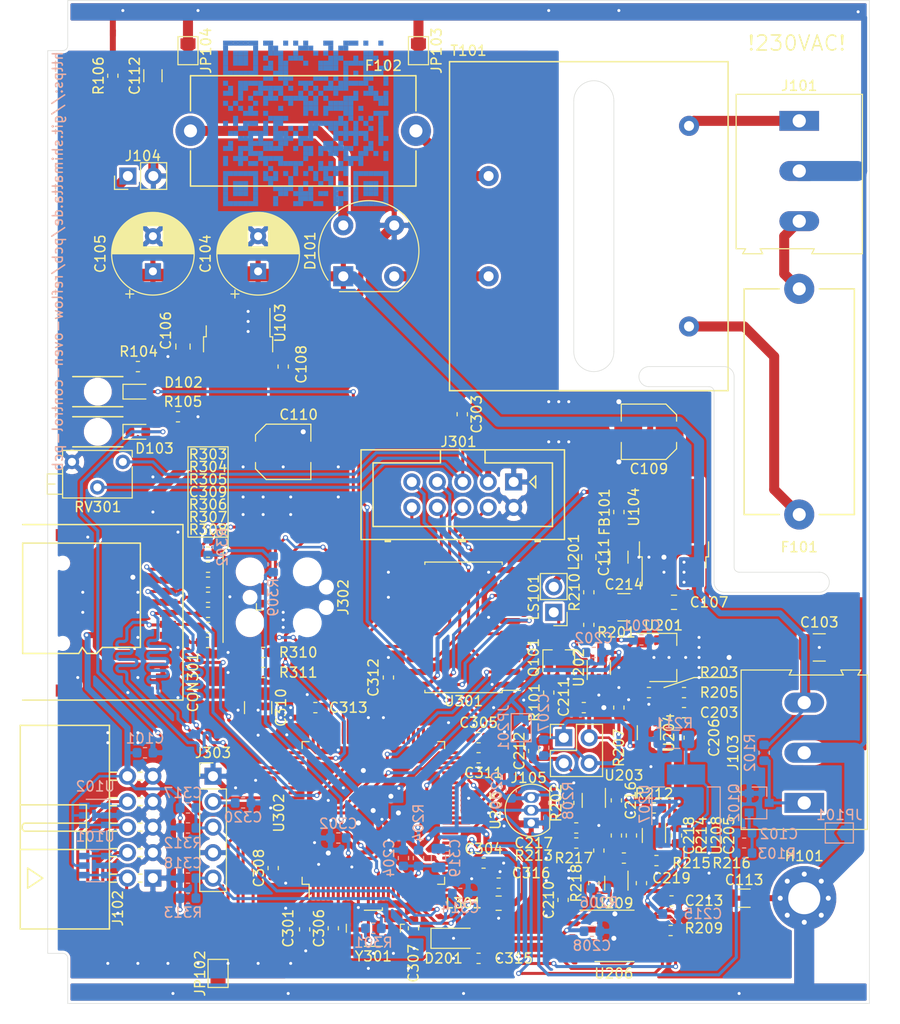
<source format=kicad_pcb>
(kicad_pcb (version 20171130) (host pcbnew 5.1.5)

  (general
    (thickness 1.6)
    (drawings 45)
    (tracks 1931)
    (zones 0)
    (modules 139)
    (nets 135)
  )

  (page A4)
  (layers
    (0 F.Cu signal)
    (31 B.Cu signal)
    (32 B.Adhes user)
    (33 F.Adhes user)
    (34 B.Paste user)
    (35 F.Paste user)
    (36 B.SilkS user)
    (37 F.SilkS user)
    (38 B.Mask user)
    (39 F.Mask user)
    (40 Dwgs.User user)
    (41 Cmts.User user)
    (42 Eco1.User user)
    (43 Eco2.User user)
    (44 Edge.Cuts user)
    (45 Margin user)
    (46 B.CrtYd user)
    (47 F.CrtYd user)
    (48 B.Fab user)
    (49 F.Fab user hide)
  )

  (setup
    (last_trace_width 0.25)
    (user_trace_width 0.3)
    (user_trace_width 0.4)
    (user_trace_width 0.6)
    (user_trace_width 1)
    (user_trace_width 2)
    (trace_clearance 0.2)
    (zone_clearance 0.25)
    (zone_45_only no)
    (trace_min 0.21)
    (via_size 0.5)
    (via_drill 0.3)
    (via_min_size 0.4)
    (via_min_drill 0.3)
    (user_via 0.9 0.5)
    (uvia_size 0.3)
    (uvia_drill 0.1)
    (uvias_allowed no)
    (uvia_min_size 0.2)
    (uvia_min_drill 0.1)
    (edge_width 0.05)
    (segment_width 0.2)
    (pcb_text_width 0.3)
    (pcb_text_size 1.5 1.5)
    (mod_edge_width 0.12)
    (mod_text_size 1 1)
    (mod_text_width 0.15)
    (pad_size 0.7874 0.7874)
    (pad_drill 0)
    (pad_to_mask_clearance 0.051)
    (solder_mask_min_width 0.25)
    (aux_axis_origin 13 13)
    (grid_origin 13 13)
    (visible_elements FFFFFF7F)
    (pcbplotparams
      (layerselection 0x010fc_ffffffff)
      (usegerberextensions true)
      (usegerberattributes false)
      (usegerberadvancedattributes false)
      (creategerberjobfile true)
      (excludeedgelayer true)
      (linewidth 0.100000)
      (plotframeref false)
      (viasonmask true)
      (mode 1)
      (useauxorigin false)
      (hpglpennumber 1)
      (hpglpenspeed 20)
      (hpglpendiameter 15.000000)
      (psnegative false)
      (psa4output false)
      (plotreference true)
      (plotvalue true)
      (plotinvisibletext false)
      (padsonsilk false)
      (subtractmaskfromsilk false)
      (outputformat 1)
      (mirror false)
      (drillshape 0)
      (scaleselection 1)
      (outputdirectory "gerber/"))
  )

  (net 0 "")
  (net 1 Earth)
  (net 2 GND)
  (net 3 +8V)
  (net 4 +3V3)
  (net 5 +5V)
  (net 6 "Net-(C203-Pad1)")
  (net 7 /Controller/ENC1)
  (net 8 /Controller/ENC2)
  (net 9 /Controller/VREF)
  (net 10 /Controller/SW1)
  (net 11 +5VA)
  (net 12 /Frontend/FORCE+)
  (net 13 /Frontend/FORCE-)
  (net 14 /Frontend/SENS+)
  (net 15 /Frontend/SENS-)
  (net 16 /Controller/SDIO_D1)
  (net 17 /Controller/SDIO_D0)
  (net 18 /Controller/SDIO_CLK)
  (net 19 /Controller/SDIO_CMD)
  (net 20 /Controller/SDIO_D3)
  (net 21 /Controller/SDIO_D2)
  (net 22 "Net-(D102-Pad1)")
  (net 23 /Controller/TEMP_IN)
  (net 24 /L_Trafo)
  (net 25 /L_IN)
  (net 26 /N_IN)
  (net 27 /DIGIO3)
  (net 28 /DIGIO2)
  (net 29 /DIGIO1)
  (net 30 /DIGIO0)
  (net 31 /Controller/SWDIO)
  (net 32 /Controller/SWCLK)
  (net 33 /Controller/PC_RX)
  (net 34 /Controller/PC_TX)
  (net 35 /Controller/~RST)
  (net 36 "Net-(LS101-Pad1)")
  (net 37 /Controller/LCD_VO)
  (net 38 /Controller/LCD_RS)
  (net 39 /Controller/LCD_EN)
  (net 40 /Controller/LCD_D3)
  (net 41 /Controller/LCD_D0)
  (net 42 /Controller/LCD_D2)
  (net 43 /Controller/LCD_D1)
  (net 44 /Controller/FRONTEND_TEMP)
  (net 45 /OUT0)
  (net 46 /OUT3)
  (net 47 /OUT2)
  (net 48 /OUT1)
  (net 49 /Controller/VDDA)
  (net 50 /Frontend/ADC_VDD)
  (net 51 /Frontend/ADC_CS)
  (net 52 /Frontend/ADC_SCK)
  (net 53 /Frontend/ADC_SDO)
  (net 54 +5VL)
  (net 55 /Frontend/VREF_ADC)
  (net 56 /Controller/CARD_DETECT)
  (net 57 "Net-(C102-Pad2)")
  (net 58 "Net-(C201-Pad2)")
  (net 59 "Net-(C210-Pad2)")
  (net 60 "Net-(C306-Pad1)")
  (net 61 "Net-(C307-Pad1)")
  (net 62 "Net-(C311-Pad1)")
  (net 63 "Net-(C313-Pad1)")
  (net 64 "Net-(D101-Pad4)")
  (net 65 "Net-(D101-Pad2)")
  (net 66 "Net-(D103-Pad1)")
  (net 67 "Net-(F102-Pad2)")
  (net 68 "Net-(J103-Pad1)")
  (net 69 "Net-(J302-Pad5)")
  (net 70 "Net-(J302-Pad6)")
  (net 71 "Net-(J302-Pad8)")
  (net 72 "Net-(L201-Pad2)")
  (net 73 "Net-(Q101-Pad1)")
  (net 74 "Net-(R206-Pad2)")
  (net 75 "Net-(U301-Pad2)")
  (net 76 "Net-(U301-Pad4)")
  (net 77 "Net-(U301-Pad6)")
  (net 78 "Net-(U301-Pad7)")
  (net 79 "Net-(U301-Pad8)")
  (net 80 "Net-(U301-Pad9)")
  (net 81 "Net-(U301-Pad15)")
  (net 82 "Net-(U301-Pad17)")
  (net 83 "Net-(U302-Pad2)")
  (net 84 "Net-(U302-Pad3)")
  (net 85 "Net-(U302-Pad4)")
  (net 86 "Net-(U302-Pad5)")
  (net 87 "Net-(U302-Pad7)")
  (net 88 "Net-(U302-Pad8)")
  (net 89 "Net-(U302-Pad9)")
  (net 90 "Net-(U302-Pad15)")
  (net 91 "Net-(U302-Pad16)")
  (net 92 "Net-(U302-Pad17)")
  (net 93 "Net-(U302-Pad18)")
  (net 94 "Net-(U302-Pad26)")
  (net 95 "Net-(U302-Pad29)")
  (net 96 "Net-(U302-Pad32)")
  (net 97 "Net-(U302-Pad33)")
  (net 98 "Net-(U302-Pad34)")
  (net 99 "Net-(U302-Pad38)")
  (net 100 "Net-(U302-Pad39)")
  (net 101 "Net-(U302-Pad40)")
  (net 102 "Net-(U302-Pad41)")
  (net 103 "Net-(U302-Pad42)")
  (net 104 "Net-(U302-Pad43)")
  (net 105 "Net-(U302-Pad44)")
  (net 106 "Net-(U302-Pad45)")
  (net 107 "Net-(U302-Pad46)")
  (net 108 "Net-(U302-Pad51)")
  (net 109 "Net-(U302-Pad52)")
  (net 110 "Net-(U302-Pad53)")
  (net 111 "Net-(U302-Pad54)")
  (net 112 "Net-(U302-Pad59)")
  (net 113 "Net-(U302-Pad60)")
  (net 114 "Net-(U302-Pad61)")
  (net 115 "Net-(U302-Pad62)")
  (net 116 "Net-(U302-Pad63)")
  (net 117 "Net-(U302-Pad64)")
  (net 118 "Net-(U302-Pad70)")
  (net 119 "Net-(U302-Pad71)")
  (net 120 "Net-(U302-Pad77)")
  (net 121 "Net-(U302-Pad81)")
  (net 122 "Net-(U302-Pad82)")
  (net 123 "Net-(U302-Pad84)")
  (net 124 "Net-(U302-Pad86)")
  (net 125 "Net-(U302-Pad95)")
  (net 126 "Net-(U302-Pad96)")
  (net 127 "Net-(U302-Pad97)")
  (net 128 "Net-(U302-Pad98)")
  (net 129 "Net-(C217-Pad2)")
  (net 130 "Net-(C217-Pad1)")
  (net 131 "Net-(C218-Pad2)")
  (net 132 "Net-(C218-Pad1)")
  (net 133 "Net-(R215-Pad1)")
  (net 134 "Net-(R217-Pad2)")

  (net_class Default "This is the default net class."
    (clearance 0.2)
    (trace_width 0.25)
    (via_dia 0.5)
    (via_drill 0.3)
    (uvia_dia 0.3)
    (uvia_drill 0.1)
    (diff_pair_width 0.21)
    (diff_pair_gap 0.25)
    (add_net +3V3)
    (add_net +5V)
    (add_net +5VA)
    (add_net +5VL)
    (add_net +8V)
    (add_net /Controller/CARD_DETECT)
    (add_net /Controller/ENC1)
    (add_net /Controller/ENC2)
    (add_net /Controller/FRONTEND_TEMP)
    (add_net /Controller/LCD_D0)
    (add_net /Controller/LCD_D1)
    (add_net /Controller/LCD_D2)
    (add_net /Controller/LCD_D3)
    (add_net /Controller/LCD_EN)
    (add_net /Controller/LCD_RS)
    (add_net /Controller/LCD_VO)
    (add_net /Controller/PC_RX)
    (add_net /Controller/PC_TX)
    (add_net /Controller/SDIO_CLK)
    (add_net /Controller/SDIO_CMD)
    (add_net /Controller/SDIO_D0)
    (add_net /Controller/SDIO_D1)
    (add_net /Controller/SDIO_D2)
    (add_net /Controller/SDIO_D3)
    (add_net /Controller/SW1)
    (add_net /Controller/SWCLK)
    (add_net /Controller/SWDIO)
    (add_net /Controller/TEMP_IN)
    (add_net /Controller/VDDA)
    (add_net /Controller/VREF)
    (add_net /Controller/~RST)
    (add_net /DIGIO0)
    (add_net /DIGIO1)
    (add_net /DIGIO2)
    (add_net /DIGIO3)
    (add_net /Frontend/ADC_CS)
    (add_net /Frontend/ADC_SCK)
    (add_net /Frontend/ADC_SDO)
    (add_net /Frontend/ADC_VDD)
    (add_net /Frontend/FORCE+)
    (add_net /Frontend/FORCE-)
    (add_net /Frontend/SENS+)
    (add_net /Frontend/SENS-)
    (add_net /Frontend/VREF_ADC)
    (add_net /OUT0)
    (add_net /OUT1)
    (add_net /OUT2)
    (add_net /OUT3)
    (add_net Earth)
    (add_net GND)
    (add_net "Net-(C102-Pad2)")
    (add_net "Net-(C201-Pad2)")
    (add_net "Net-(C203-Pad1)")
    (add_net "Net-(C210-Pad2)")
    (add_net "Net-(C217-Pad1)")
    (add_net "Net-(C217-Pad2)")
    (add_net "Net-(C218-Pad1)")
    (add_net "Net-(C218-Pad2)")
    (add_net "Net-(C306-Pad1)")
    (add_net "Net-(C307-Pad1)")
    (add_net "Net-(C311-Pad1)")
    (add_net "Net-(C313-Pad1)")
    (add_net "Net-(D101-Pad2)")
    (add_net "Net-(D101-Pad4)")
    (add_net "Net-(D102-Pad1)")
    (add_net "Net-(D103-Pad1)")
    (add_net "Net-(F102-Pad2)")
    (add_net "Net-(J103-Pad1)")
    (add_net "Net-(J302-Pad5)")
    (add_net "Net-(J302-Pad6)")
    (add_net "Net-(J302-Pad8)")
    (add_net "Net-(L201-Pad2)")
    (add_net "Net-(LS101-Pad1)")
    (add_net "Net-(Q101-Pad1)")
    (add_net "Net-(R206-Pad2)")
    (add_net "Net-(R215-Pad1)")
    (add_net "Net-(R217-Pad2)")
    (add_net "Net-(U301-Pad15)")
    (add_net "Net-(U301-Pad17)")
    (add_net "Net-(U301-Pad2)")
    (add_net "Net-(U301-Pad4)")
    (add_net "Net-(U301-Pad6)")
    (add_net "Net-(U301-Pad7)")
    (add_net "Net-(U301-Pad8)")
    (add_net "Net-(U301-Pad9)")
    (add_net "Net-(U302-Pad15)")
    (add_net "Net-(U302-Pad16)")
    (add_net "Net-(U302-Pad17)")
    (add_net "Net-(U302-Pad18)")
    (add_net "Net-(U302-Pad2)")
    (add_net "Net-(U302-Pad26)")
    (add_net "Net-(U302-Pad29)")
    (add_net "Net-(U302-Pad3)")
    (add_net "Net-(U302-Pad32)")
    (add_net "Net-(U302-Pad33)")
    (add_net "Net-(U302-Pad34)")
    (add_net "Net-(U302-Pad38)")
    (add_net "Net-(U302-Pad39)")
    (add_net "Net-(U302-Pad4)")
    (add_net "Net-(U302-Pad40)")
    (add_net "Net-(U302-Pad41)")
    (add_net "Net-(U302-Pad42)")
    (add_net "Net-(U302-Pad43)")
    (add_net "Net-(U302-Pad44)")
    (add_net "Net-(U302-Pad45)")
    (add_net "Net-(U302-Pad46)")
    (add_net "Net-(U302-Pad5)")
    (add_net "Net-(U302-Pad51)")
    (add_net "Net-(U302-Pad52)")
    (add_net "Net-(U302-Pad53)")
    (add_net "Net-(U302-Pad54)")
    (add_net "Net-(U302-Pad59)")
    (add_net "Net-(U302-Pad60)")
    (add_net "Net-(U302-Pad61)")
    (add_net "Net-(U302-Pad62)")
    (add_net "Net-(U302-Pad63)")
    (add_net "Net-(U302-Pad64)")
    (add_net "Net-(U302-Pad7)")
    (add_net "Net-(U302-Pad70)")
    (add_net "Net-(U302-Pad71)")
    (add_net "Net-(U302-Pad77)")
    (add_net "Net-(U302-Pad8)")
    (add_net "Net-(U302-Pad81)")
    (add_net "Net-(U302-Pad82)")
    (add_net "Net-(U302-Pad84)")
    (add_net "Net-(U302-Pad86)")
    (add_net "Net-(U302-Pad9)")
    (add_net "Net-(U302-Pad95)")
    (add_net "Net-(U302-Pad96)")
    (add_net "Net-(U302-Pad97)")
    (add_net "Net-(U302-Pad98)")
  )

  (net_class HV ""
    (clearance 2.55)
    (trace_width 1)
    (via_dia 0.5)
    (via_drill 0.3)
    (uvia_dia 0.3)
    (uvia_drill 0.1)
    (diff_pair_width 0.21)
    (diff_pair_gap 0.25)
    (add_net /L_IN)
    (add_net /L_Trafo)
    (add_net /N_IN)
  )

  (module Package_TO_SOT_SMD:SOT-353_SC-70-5 (layer F.Cu) (tedit 5A02FF57) (tstamp 5E1B24D9)
    (at 72.75 101 270)
    (descr "SOT-353, SC-70-5")
    (tags "SOT-353 SC-70-5")
    (path /5D8C5188/5E2E5D52)
    (attr smd)
    (fp_text reference U209 (at 2 0.25 180) (layer F.SilkS)
      (effects (font (size 1 1) (thickness 0.15)))
    )
    (fp_text value MCP6V31U (at 0 2 270) (layer F.Fab)
      (effects (font (size 1 1) (thickness 0.15)))
    )
    (fp_line (start -0.175 -1.1) (end -0.675 -0.6) (layer F.Fab) (width 0.1))
    (fp_line (start 0.675 1.1) (end -0.675 1.1) (layer F.Fab) (width 0.1))
    (fp_line (start 0.675 -1.1) (end 0.675 1.1) (layer F.Fab) (width 0.1))
    (fp_line (start -1.6 1.4) (end 1.6 1.4) (layer F.CrtYd) (width 0.05))
    (fp_line (start -0.675 -0.6) (end -0.675 1.1) (layer F.Fab) (width 0.1))
    (fp_line (start 0.675 -1.1) (end -0.175 -1.1) (layer F.Fab) (width 0.1))
    (fp_line (start -1.6 -1.4) (end 1.6 -1.4) (layer F.CrtYd) (width 0.05))
    (fp_line (start -1.6 -1.4) (end -1.6 1.4) (layer F.CrtYd) (width 0.05))
    (fp_line (start 1.6 1.4) (end 1.6 -1.4) (layer F.CrtYd) (width 0.05))
    (fp_line (start -0.7 1.16) (end 0.7 1.16) (layer F.SilkS) (width 0.12))
    (fp_line (start 0.7 -1.16) (end -1.2 -1.16) (layer F.SilkS) (width 0.12))
    (fp_text user %R (at 0 0) (layer F.Fab)
      (effects (font (size 0.5 0.5) (thickness 0.075)))
    )
    (pad 5 smd rect (at 0.95 -0.65 270) (size 0.65 0.4) (layers F.Cu F.Paste F.Mask)
      (net 11 +5VA))
    (pad 4 smd rect (at 0.95 0.65 270) (size 0.65 0.4) (layers F.Cu F.Paste F.Mask)
      (net 74 "Net-(R206-Pad2)"))
    (pad 2 smd rect (at -0.95 0 270) (size 0.65 0.4) (layers F.Cu F.Paste F.Mask)
      (net 2 GND))
    (pad 3 smd rect (at -0.95 0.65 270) (size 0.65 0.4) (layers F.Cu F.Paste F.Mask)
      (net 134 "Net-(R217-Pad2)"))
    (pad 1 smd rect (at -0.95 -0.65 270) (size 0.65 0.4) (layers F.Cu F.Paste F.Mask)
      (net 133 "Net-(R215-Pad1)"))
    (model ${KISYS3DMOD}/Package_TO_SOT_SMD.3dshapes/SOT-353_SC-70-5.wrl
      (at (xyz 0 0 0))
      (scale (xyz 1 1 1))
      (rotate (xyz 0 0 0))
    )
  )

  (module Package_TO_SOT_SMD:SOT-353_SC-70-5 (layer F.Cu) (tedit 5A02FF57) (tstamp 5E1B3200)
    (at 76.5 96.25 270)
    (descr "SOT-353, SC-70-5")
    (tags "SOT-353 SC-70-5")
    (path /5D8C5188/5E224826)
    (attr smd)
    (fp_text reference U208 (at 0 -6.25 90) (layer F.SilkS)
      (effects (font (size 1 1) (thickness 0.15)))
    )
    (fp_text value MCP6V31U (at 0 2 270) (layer F.Fab)
      (effects (font (size 1 1) (thickness 0.15)))
    )
    (fp_line (start -0.175 -1.1) (end -0.675 -0.6) (layer F.Fab) (width 0.1))
    (fp_line (start 0.675 1.1) (end -0.675 1.1) (layer F.Fab) (width 0.1))
    (fp_line (start 0.675 -1.1) (end 0.675 1.1) (layer F.Fab) (width 0.1))
    (fp_line (start -1.6 1.4) (end 1.6 1.4) (layer F.CrtYd) (width 0.05))
    (fp_line (start -0.675 -0.6) (end -0.675 1.1) (layer F.Fab) (width 0.1))
    (fp_line (start 0.675 -1.1) (end -0.175 -1.1) (layer F.Fab) (width 0.1))
    (fp_line (start -1.6 -1.4) (end 1.6 -1.4) (layer F.CrtYd) (width 0.05))
    (fp_line (start -1.6 -1.4) (end -1.6 1.4) (layer F.CrtYd) (width 0.05))
    (fp_line (start 1.6 1.4) (end 1.6 -1.4) (layer F.CrtYd) (width 0.05))
    (fp_line (start -0.7 1.16) (end 0.7 1.16) (layer F.SilkS) (width 0.12))
    (fp_line (start 0.7 -1.16) (end -1.2 -1.16) (layer F.SilkS) (width 0.12))
    (fp_text user %R (at 0 0) (layer F.Fab)
      (effects (font (size 0.5 0.5) (thickness 0.075)))
    )
    (pad 5 smd rect (at 0.95 -0.65 270) (size 0.65 0.4) (layers F.Cu F.Paste F.Mask)
      (net 11 +5VA))
    (pad 4 smd rect (at 0.95 0.65 270) (size 0.65 0.4) (layers F.Cu F.Paste F.Mask)
      (net 132 "Net-(C218-Pad1)"))
    (pad 2 smd rect (at -0.95 0 270) (size 0.65 0.4) (layers F.Cu F.Paste F.Mask)
      (net 2 GND))
    (pad 3 smd rect (at -0.95 0.65 270) (size 0.65 0.4) (layers F.Cu F.Paste F.Mask)
      (net 131 "Net-(C218-Pad2)"))
    (pad 1 smd rect (at -0.95 -0.65 270) (size 0.65 0.4) (layers F.Cu F.Paste F.Mask)
      (net 14 /Frontend/SENS+))
    (model ${KISYS3DMOD}/Package_TO_SOT_SMD.3dshapes/SOT-353_SC-70-5.wrl
      (at (xyz 0 0 0))
      (scale (xyz 1 1 1))
      (rotate (xyz 0 0 0))
    )
  )

  (module Package_TO_SOT_SMD:SOT-353_SC-70-5 (layer F.Cu) (tedit 5A02FF57) (tstamp 5DEF190C)
    (at 76 86 270)
    (descr "SOT-353, SC-70-5")
    (tags "SOT-353 SC-70-5")
    (path /5D8C5188/5D8C684C)
    (attr smd)
    (fp_text reference U204 (at 0 -2 90) (layer F.SilkS)
      (effects (font (size 1 1) (thickness 0.15)))
    )
    (fp_text value MCP6V31U (at 0 2 270) (layer F.Fab)
      (effects (font (size 1 1) (thickness 0.15)))
    )
    (fp_line (start -0.175 -1.1) (end -0.675 -0.6) (layer F.Fab) (width 0.1))
    (fp_line (start 0.675 1.1) (end -0.675 1.1) (layer F.Fab) (width 0.1))
    (fp_line (start 0.675 -1.1) (end 0.675 1.1) (layer F.Fab) (width 0.1))
    (fp_line (start -1.6 1.4) (end 1.6 1.4) (layer F.CrtYd) (width 0.05))
    (fp_line (start -0.675 -0.6) (end -0.675 1.1) (layer F.Fab) (width 0.1))
    (fp_line (start 0.675 -1.1) (end -0.175 -1.1) (layer F.Fab) (width 0.1))
    (fp_line (start -1.6 -1.4) (end 1.6 -1.4) (layer F.CrtYd) (width 0.05))
    (fp_line (start -1.6 -1.4) (end -1.6 1.4) (layer F.CrtYd) (width 0.05))
    (fp_line (start 1.6 1.4) (end 1.6 -1.4) (layer F.CrtYd) (width 0.05))
    (fp_line (start -0.7 1.16) (end 0.7 1.16) (layer F.SilkS) (width 0.12))
    (fp_line (start 0.7 -1.16) (end -1.2 -1.16) (layer F.SilkS) (width 0.12))
    (fp_text user %R (at 0 0) (layer F.Fab)
      (effects (font (size 0.5 0.5) (thickness 0.075)))
    )
    (pad 5 smd rect (at 0.95 -0.65 270) (size 0.65 0.4) (layers F.Cu F.Paste F.Mask)
      (net 11 +5VA))
    (pad 4 smd rect (at 0.95 0.65 270) (size 0.65 0.4) (layers F.Cu F.Paste F.Mask)
      (net 12 /Frontend/FORCE+))
    (pad 2 smd rect (at -0.95 0 270) (size 0.65 0.4) (layers F.Cu F.Paste F.Mask)
      (net 2 GND))
    (pad 3 smd rect (at -0.95 0.65 270) (size 0.65 0.4) (layers F.Cu F.Paste F.Mask)
      (net 13 /Frontend/FORCE-))
    (pad 1 smd rect (at -0.95 -0.65 270) (size 0.65 0.4) (layers F.Cu F.Paste F.Mask)
      (net 6 "Net-(C203-Pad1)"))
    (model ${KISYS3DMOD}/Package_TO_SOT_SMD.3dshapes/SOT-353_SC-70-5.wrl
      (at (xyz 0 0 0))
      (scale (xyz 1 1 1))
      (rotate (xyz 0 0 0))
    )
  )

  (module Package_TO_SOT_SMD:SOT-353_SC-70-5 (layer F.Cu) (tedit 5A02FF57) (tstamp 5E1B28DB)
    (at 70.5 92.75 270)
    (descr "SOT-353, SC-70-5")
    (tags "SOT-353 SC-70-5")
    (path /5D8C5188/5E292BB7)
    (attr smd)
    (fp_text reference U203 (at -2.5 -3 180) (layer F.SilkS)
      (effects (font (size 1 1) (thickness 0.15)))
    )
    (fp_text value MCP6V31U (at 0 2 270) (layer F.Fab)
      (effects (font (size 1 1) (thickness 0.15)))
    )
    (fp_line (start -0.175 -1.1) (end -0.675 -0.6) (layer F.Fab) (width 0.1))
    (fp_line (start 0.675 1.1) (end -0.675 1.1) (layer F.Fab) (width 0.1))
    (fp_line (start 0.675 -1.1) (end 0.675 1.1) (layer F.Fab) (width 0.1))
    (fp_line (start -1.6 1.4) (end 1.6 1.4) (layer F.CrtYd) (width 0.05))
    (fp_line (start -0.675 -0.6) (end -0.675 1.1) (layer F.Fab) (width 0.1))
    (fp_line (start 0.675 -1.1) (end -0.175 -1.1) (layer F.Fab) (width 0.1))
    (fp_line (start -1.6 -1.4) (end 1.6 -1.4) (layer F.CrtYd) (width 0.05))
    (fp_line (start -1.6 -1.4) (end -1.6 1.4) (layer F.CrtYd) (width 0.05))
    (fp_line (start 1.6 1.4) (end 1.6 -1.4) (layer F.CrtYd) (width 0.05))
    (fp_line (start -0.7 1.16) (end 0.7 1.16) (layer F.SilkS) (width 0.12))
    (fp_line (start 0.7 -1.16) (end -1.2 -1.16) (layer F.SilkS) (width 0.12))
    (fp_text user %R (at 0 0) (layer F.Fab)
      (effects (font (size 0.5 0.5) (thickness 0.075)))
    )
    (pad 5 smd rect (at 0.95 -0.65 270) (size 0.65 0.4) (layers F.Cu F.Paste F.Mask)
      (net 11 +5VA))
    (pad 4 smd rect (at 0.95 0.65 270) (size 0.65 0.4) (layers F.Cu F.Paste F.Mask)
      (net 130 "Net-(C217-Pad1)"))
    (pad 2 smd rect (at -0.95 0 270) (size 0.65 0.4) (layers F.Cu F.Paste F.Mask)
      (net 2 GND))
    (pad 3 smd rect (at -0.95 0.65 270) (size 0.65 0.4) (layers F.Cu F.Paste F.Mask)
      (net 129 "Net-(C217-Pad2)"))
    (pad 1 smd rect (at -0.95 -0.65 270) (size 0.65 0.4) (layers F.Cu F.Paste F.Mask)
      (net 15 /Frontend/SENS-))
    (model ${KISYS3DMOD}/Package_TO_SOT_SMD.3dshapes/SOT-353_SC-70-5.wrl
      (at (xyz 0 0 0))
      (scale (xyz 1 1 1))
      (rotate (xyz 0 0 0))
    )
  )

  (module Package_TO_SOT_SMD:SOT-353_SC-70-5 (layer F.Cu) (tedit 5A02FF57) (tstamp 5E0E9C16)
    (at 71 79.5 90)
    (descr "SOT-353, SC-70-5")
    (tags "SOT-353 SC-70-5")
    (path /5D8C5188/5E115D94)
    (attr smd)
    (fp_text reference U202 (at 0 -2 90) (layer F.SilkS)
      (effects (font (size 1 1) (thickness 0.15)))
    )
    (fp_text value MCP6V31U (at 0 2 270) (layer F.Fab)
      (effects (font (size 1 1) (thickness 0.15)))
    )
    (fp_line (start -0.175 -1.1) (end -0.675 -0.6) (layer F.Fab) (width 0.1))
    (fp_line (start 0.675 1.1) (end -0.675 1.1) (layer F.Fab) (width 0.1))
    (fp_line (start 0.675 -1.1) (end 0.675 1.1) (layer F.Fab) (width 0.1))
    (fp_line (start -1.6 1.4) (end 1.6 1.4) (layer F.CrtYd) (width 0.05))
    (fp_line (start -0.675 -0.6) (end -0.675 1.1) (layer F.Fab) (width 0.1))
    (fp_line (start 0.675 -1.1) (end -0.175 -1.1) (layer F.Fab) (width 0.1))
    (fp_line (start -1.6 -1.4) (end 1.6 -1.4) (layer F.CrtYd) (width 0.05))
    (fp_line (start -1.6 -1.4) (end -1.6 1.4) (layer F.CrtYd) (width 0.05))
    (fp_line (start 1.6 1.4) (end 1.6 -1.4) (layer F.CrtYd) (width 0.05))
    (fp_line (start -0.7 1.16) (end 0.7 1.16) (layer F.SilkS) (width 0.12))
    (fp_line (start 0.7 -1.16) (end -1.2 -1.16) (layer F.SilkS) (width 0.12))
    (fp_text user %R (at 0 0) (layer F.Fab)
      (effects (font (size 0.5 0.5) (thickness 0.075)))
    )
    (pad 5 smd rect (at 0.95 -0.65 90) (size 0.65 0.4) (layers F.Cu F.Paste F.Mask)
      (net 11 +5VA))
    (pad 4 smd rect (at 0.95 0.65 90) (size 0.65 0.4) (layers F.Cu F.Paste F.Mask)
      (net 55 /Frontend/VREF_ADC))
    (pad 2 smd rect (at -0.95 0 90) (size 0.65 0.4) (layers F.Cu F.Paste F.Mask)
      (net 2 GND))
    (pad 3 smd rect (at -0.95 0.65 90) (size 0.65 0.4) (layers F.Cu F.Paste F.Mask)
      (net 55 /Frontend/VREF_ADC))
    (pad 1 smd rect (at -0.95 -0.65 90) (size 0.65 0.4) (layers F.Cu F.Paste F.Mask)
      (net 58 "Net-(C201-Pad2)"))
    (model ${KISYS3DMOD}/Package_TO_SOT_SMD.3dshapes/SOT-353_SC-70-5.wrl
      (at (xyz 0 0 0))
      (scale (xyz 1 1 1))
      (rotate (xyz 0 0 0))
    )
  )

  (module Resistor_SMD:R_0603_1608Metric (layer F.Cu) (tedit 5B301BBD) (tstamp 5E1B20F2)
    (at 70.5 101 270)
    (descr "Resistor SMD 0603 (1608 Metric), square (rectangular) end terminal, IPC_7351 nominal, (Body size source: http://www.tortai-tech.com/upload/download/2011102023233369053.pdf), generated with kicad-footprint-generator")
    (tags resistor)
    (path /5D8C5188/5E3A5DAA)
    (attr smd)
    (fp_text reference R218 (at 0 1.75 90) (layer F.SilkS)
      (effects (font (size 1 1) (thickness 0.15)))
    )
    (fp_text value "5k 0.1%" (at 0 1.43 90) (layer F.Fab)
      (effects (font (size 1 1) (thickness 0.15)))
    )
    (fp_text user %R (at 0 0 90) (layer F.Fab)
      (effects (font (size 0.4 0.4) (thickness 0.06)))
    )
    (fp_line (start 1.48 0.73) (end -1.48 0.73) (layer F.CrtYd) (width 0.05))
    (fp_line (start 1.48 -0.73) (end 1.48 0.73) (layer F.CrtYd) (width 0.05))
    (fp_line (start -1.48 -0.73) (end 1.48 -0.73) (layer F.CrtYd) (width 0.05))
    (fp_line (start -1.48 0.73) (end -1.48 -0.73) (layer F.CrtYd) (width 0.05))
    (fp_line (start -0.162779 0.51) (end 0.162779 0.51) (layer F.SilkS) (width 0.12))
    (fp_line (start -0.162779 -0.51) (end 0.162779 -0.51) (layer F.SilkS) (width 0.12))
    (fp_line (start 0.8 0.4) (end -0.8 0.4) (layer F.Fab) (width 0.1))
    (fp_line (start 0.8 -0.4) (end 0.8 0.4) (layer F.Fab) (width 0.1))
    (fp_line (start -0.8 -0.4) (end 0.8 -0.4) (layer F.Fab) (width 0.1))
    (fp_line (start -0.8 0.4) (end -0.8 -0.4) (layer F.Fab) (width 0.1))
    (pad 2 smd roundrect (at 0.7875 0 270) (size 0.875 0.95) (layers F.Cu F.Paste F.Mask) (roundrect_rratio 0.25)
      (net 74 "Net-(R206-Pad2)"))
    (pad 1 smd roundrect (at -0.7875 0 270) (size 0.875 0.95) (layers F.Cu F.Paste F.Mask) (roundrect_rratio 0.25)
      (net 134 "Net-(R217-Pad2)"))
    (model ${KISYS3DMOD}/Resistor_SMD.3dshapes/R_0603_1608Metric.wrl
      (at (xyz 0 0 0))
      (scale (xyz 1 1 1))
      (rotate (xyz 0 0 0))
    )
  )

  (module Resistor_SMD:R_0603_1608Metric (layer F.Cu) (tedit 5B301BBD) (tstamp 5E1B20E1)
    (at 71 97.75 270)
    (descr "Resistor SMD 0603 (1608 Metric), square (rectangular) end terminal, IPC_7351 nominal, (Body size source: http://www.tortai-tech.com/upload/download/2011102023233369053.pdf), generated with kicad-footprint-generator")
    (tags resistor)
    (path /5D8C5188/5E381FD9)
    (attr smd)
    (fp_text reference R217 (at 0.75 2.5 180) (layer F.SilkS)
      (effects (font (size 1 1) (thickness 0.15)))
    )
    (fp_text value "1k 0.1%" (at 0 1.43 90) (layer F.Fab)
      (effects (font (size 1 1) (thickness 0.15)))
    )
    (fp_text user %R (at 0 0 90) (layer F.Fab)
      (effects (font (size 0.4 0.4) (thickness 0.06)))
    )
    (fp_line (start 1.48 0.73) (end -1.48 0.73) (layer F.CrtYd) (width 0.05))
    (fp_line (start 1.48 -0.73) (end 1.48 0.73) (layer F.CrtYd) (width 0.05))
    (fp_line (start -1.48 -0.73) (end 1.48 -0.73) (layer F.CrtYd) (width 0.05))
    (fp_line (start -1.48 0.73) (end -1.48 -0.73) (layer F.CrtYd) (width 0.05))
    (fp_line (start -0.162779 0.51) (end 0.162779 0.51) (layer F.SilkS) (width 0.12))
    (fp_line (start -0.162779 -0.51) (end 0.162779 -0.51) (layer F.SilkS) (width 0.12))
    (fp_line (start 0.8 0.4) (end -0.8 0.4) (layer F.Fab) (width 0.1))
    (fp_line (start 0.8 -0.4) (end 0.8 0.4) (layer F.Fab) (width 0.1))
    (fp_line (start -0.8 -0.4) (end 0.8 -0.4) (layer F.Fab) (width 0.1))
    (fp_line (start -0.8 0.4) (end -0.8 -0.4) (layer F.Fab) (width 0.1))
    (pad 2 smd roundrect (at 0.7875 0 270) (size 0.875 0.95) (layers F.Cu F.Paste F.Mask) (roundrect_rratio 0.25)
      (net 134 "Net-(R217-Pad2)"))
    (pad 1 smd roundrect (at -0.7875 0 270) (size 0.875 0.95) (layers F.Cu F.Paste F.Mask) (roundrect_rratio 0.25)
      (net 130 "Net-(C217-Pad1)"))
    (model ${KISYS3DMOD}/Resistor_SMD.3dshapes/R_0603_1608Metric.wrl
      (at (xyz 0 0 0))
      (scale (xyz 1 1 1))
      (rotate (xyz 0 0 0))
    )
  )

  (module Resistor_SMD:R_0603_1608Metric (layer F.Cu) (tedit 5B301BBD) (tstamp 5E1B20D0)
    (at 76.75 98.75 180)
    (descr "Resistor SMD 0603 (1608 Metric), square (rectangular) end terminal, IPC_7351 nominal, (Body size source: http://www.tortai-tech.com/upload/download/2011102023233369053.pdf), generated with kicad-footprint-generator")
    (tags resistor)
    (path /5D8C5188/5E352DB6)
    (attr smd)
    (fp_text reference R216 (at -7.5 -0.25) (layer F.SilkS)
      (effects (font (size 1 1) (thickness 0.15)))
    )
    (fp_text value "5k 0.1%" (at 0 1.43) (layer F.Fab)
      (effects (font (size 1 1) (thickness 0.15)))
    )
    (fp_text user %R (at 0 0) (layer F.Fab)
      (effects (font (size 0.4 0.4) (thickness 0.06)))
    )
    (fp_line (start 1.48 0.73) (end -1.48 0.73) (layer F.CrtYd) (width 0.05))
    (fp_line (start 1.48 -0.73) (end 1.48 0.73) (layer F.CrtYd) (width 0.05))
    (fp_line (start -1.48 -0.73) (end 1.48 -0.73) (layer F.CrtYd) (width 0.05))
    (fp_line (start -1.48 0.73) (end -1.48 -0.73) (layer F.CrtYd) (width 0.05))
    (fp_line (start -0.162779 0.51) (end 0.162779 0.51) (layer F.SilkS) (width 0.12))
    (fp_line (start -0.162779 -0.51) (end 0.162779 -0.51) (layer F.SilkS) (width 0.12))
    (fp_line (start 0.8 0.4) (end -0.8 0.4) (layer F.Fab) (width 0.1))
    (fp_line (start 0.8 -0.4) (end 0.8 0.4) (layer F.Fab) (width 0.1))
    (fp_line (start -0.8 -0.4) (end 0.8 -0.4) (layer F.Fab) (width 0.1))
    (fp_line (start -0.8 0.4) (end -0.8 -0.4) (layer F.Fab) (width 0.1))
    (pad 2 smd roundrect (at 0.7875 0 180) (size 0.875 0.95) (layers F.Cu F.Paste F.Mask) (roundrect_rratio 0.25)
      (net 133 "Net-(R215-Pad1)"))
    (pad 1 smd roundrect (at -0.7875 0 180) (size 0.875 0.95) (layers F.Cu F.Paste F.Mask) (roundrect_rratio 0.25)
      (net 2 GND))
    (model ${KISYS3DMOD}/Resistor_SMD.3dshapes/R_0603_1608Metric.wrl
      (at (xyz 0 0 0))
      (scale (xyz 1 1 1))
      (rotate (xyz 0 0 0))
    )
  )

  (module Resistor_SMD:R_0603_1608Metric (layer F.Cu) (tedit 5B301BBD) (tstamp 5E1B20BF)
    (at 73.5 98.5 180)
    (descr "Resistor SMD 0603 (1608 Metric), square (rectangular) end terminal, IPC_7351 nominal, (Body size source: http://www.tortai-tech.com/upload/download/2011102023233369053.pdf), generated with kicad-footprint-generator")
    (tags resistor)
    (path /5D8C5188/5E333B2A)
    (attr smd)
    (fp_text reference R215 (at -6.75 -0.5) (layer F.SilkS)
      (effects (font (size 1 1) (thickness 0.15)))
    )
    (fp_text value "1k 0.1%" (at 0 1.43) (layer F.Fab)
      (effects (font (size 1 1) (thickness 0.15)))
    )
    (fp_text user %R (at 0 0) (layer F.Fab)
      (effects (font (size 0.4 0.4) (thickness 0.06)))
    )
    (fp_line (start 1.48 0.73) (end -1.48 0.73) (layer F.CrtYd) (width 0.05))
    (fp_line (start 1.48 -0.73) (end 1.48 0.73) (layer F.CrtYd) (width 0.05))
    (fp_line (start -1.48 -0.73) (end 1.48 -0.73) (layer F.CrtYd) (width 0.05))
    (fp_line (start -1.48 0.73) (end -1.48 -0.73) (layer F.CrtYd) (width 0.05))
    (fp_line (start -0.162779 0.51) (end 0.162779 0.51) (layer F.SilkS) (width 0.12))
    (fp_line (start -0.162779 -0.51) (end 0.162779 -0.51) (layer F.SilkS) (width 0.12))
    (fp_line (start 0.8 0.4) (end -0.8 0.4) (layer F.Fab) (width 0.1))
    (fp_line (start 0.8 -0.4) (end 0.8 0.4) (layer F.Fab) (width 0.1))
    (fp_line (start -0.8 -0.4) (end 0.8 -0.4) (layer F.Fab) (width 0.1))
    (fp_line (start -0.8 0.4) (end -0.8 -0.4) (layer F.Fab) (width 0.1))
    (pad 2 smd roundrect (at 0.7875 0 180) (size 0.875 0.95) (layers F.Cu F.Paste F.Mask) (roundrect_rratio 0.25)
      (net 132 "Net-(C218-Pad1)"))
    (pad 1 smd roundrect (at -0.7875 0 180) (size 0.875 0.95) (layers F.Cu F.Paste F.Mask) (roundrect_rratio 0.25)
      (net 133 "Net-(R215-Pad1)"))
    (model ${KISYS3DMOD}/Resistor_SMD.3dshapes/R_0603_1608Metric.wrl
      (at (xyz 0 0 0))
      (scale (xyz 1 1 1))
      (rotate (xyz 0 0 0))
    )
  )

  (module Resistor_SMD:R_0603_1608Metric (layer F.Cu) (tedit 5B301BBD) (tstamp 5E1B20AE)
    (at 74.25 96.25 90)
    (descr "Resistor SMD 0603 (1608 Metric), square (rectangular) end terminal, IPC_7351 nominal, (Body size source: http://www.tortai-tech.com/upload/download/2011102023233369053.pdf), generated with kicad-footprint-generator")
    (tags resistor)
    (path /5D8C5188/5E255618)
    (attr smd)
    (fp_text reference R214 (at 0 7 90) (layer F.SilkS)
      (effects (font (size 1 1) (thickness 0.15)))
    )
    (fp_text value "1k 0.1%" (at 0 1.43 90) (layer F.Fab)
      (effects (font (size 1 1) (thickness 0.15)))
    )
    (fp_text user %R (at 0 0 90) (layer F.Fab)
      (effects (font (size 0.4 0.4) (thickness 0.06)))
    )
    (fp_line (start 1.48 0.73) (end -1.48 0.73) (layer F.CrtYd) (width 0.05))
    (fp_line (start 1.48 -0.73) (end 1.48 0.73) (layer F.CrtYd) (width 0.05))
    (fp_line (start -1.48 -0.73) (end 1.48 -0.73) (layer F.CrtYd) (width 0.05))
    (fp_line (start -1.48 0.73) (end -1.48 -0.73) (layer F.CrtYd) (width 0.05))
    (fp_line (start -0.162779 0.51) (end 0.162779 0.51) (layer F.SilkS) (width 0.12))
    (fp_line (start -0.162779 -0.51) (end 0.162779 -0.51) (layer F.SilkS) (width 0.12))
    (fp_line (start 0.8 0.4) (end -0.8 0.4) (layer F.Fab) (width 0.1))
    (fp_line (start 0.8 -0.4) (end 0.8 0.4) (layer F.Fab) (width 0.1))
    (fp_line (start -0.8 -0.4) (end 0.8 -0.4) (layer F.Fab) (width 0.1))
    (fp_line (start -0.8 0.4) (end -0.8 -0.4) (layer F.Fab) (width 0.1))
    (pad 2 smd roundrect (at 0.7875 0 90) (size 0.875 0.95) (layers F.Cu F.Paste F.Mask) (roundrect_rratio 0.25)
      (net 131 "Net-(C218-Pad2)"))
    (pad 1 smd roundrect (at -0.7875 0 90) (size 0.875 0.95) (layers F.Cu F.Paste F.Mask) (roundrect_rratio 0.25)
      (net 132 "Net-(C218-Pad1)"))
    (model ${KISYS3DMOD}/Resistor_SMD.3dshapes/R_0603_1608Metric.wrl
      (at (xyz 0 0 0))
      (scale (xyz 1 1 1))
      (rotate (xyz 0 0 0))
    )
  )

  (module Resistor_SMD:R_0603_1608Metric (layer F.Cu) (tedit 5B301BBD) (tstamp 5E1B209D)
    (at 68.75 97 180)
    (descr "Resistor SMD 0603 (1608 Metric), square (rectangular) end terminal, IPC_7351 nominal, (Body size source: http://www.tortai-tech.com/upload/download/2011102023233369053.pdf), generated with kicad-footprint-generator")
    (tags resistor)
    (path /5D8C5188/5E292BD1)
    (attr smd)
    (fp_text reference R213 (at 4.25 -1.25) (layer F.SilkS)
      (effects (font (size 1 1) (thickness 0.15)))
    )
    (fp_text value "1k 0.1%" (at 0 1.43) (layer F.Fab)
      (effects (font (size 1 1) (thickness 0.15)))
    )
    (fp_text user %R (at 0 0) (layer F.Fab)
      (effects (font (size 0.4 0.4) (thickness 0.06)))
    )
    (fp_line (start 1.48 0.73) (end -1.48 0.73) (layer F.CrtYd) (width 0.05))
    (fp_line (start 1.48 -0.73) (end 1.48 0.73) (layer F.CrtYd) (width 0.05))
    (fp_line (start -1.48 -0.73) (end 1.48 -0.73) (layer F.CrtYd) (width 0.05))
    (fp_line (start -1.48 0.73) (end -1.48 -0.73) (layer F.CrtYd) (width 0.05))
    (fp_line (start -0.162779 0.51) (end 0.162779 0.51) (layer F.SilkS) (width 0.12))
    (fp_line (start -0.162779 -0.51) (end 0.162779 -0.51) (layer F.SilkS) (width 0.12))
    (fp_line (start 0.8 0.4) (end -0.8 0.4) (layer F.Fab) (width 0.1))
    (fp_line (start 0.8 -0.4) (end 0.8 0.4) (layer F.Fab) (width 0.1))
    (fp_line (start -0.8 -0.4) (end 0.8 -0.4) (layer F.Fab) (width 0.1))
    (fp_line (start -0.8 0.4) (end -0.8 -0.4) (layer F.Fab) (width 0.1))
    (pad 2 smd roundrect (at 0.7875 0 180) (size 0.875 0.95) (layers F.Cu F.Paste F.Mask) (roundrect_rratio 0.25)
      (net 129 "Net-(C217-Pad2)"))
    (pad 1 smd roundrect (at -0.7875 0 180) (size 0.875 0.95) (layers F.Cu F.Paste F.Mask) (roundrect_rratio 0.25)
      (net 130 "Net-(C217-Pad1)"))
    (model ${KISYS3DMOD}/Resistor_SMD.3dshapes/R_0603_1608Metric.wrl
      (at (xyz 0 0 0))
      (scale (xyz 1 1 1))
      (rotate (xyz 0 0 0))
    )
  )

  (module Resistor_SMD:R_0603_1608Metric (layer F.Cu) (tedit 5B301BBD) (tstamp 5E1B208C)
    (at 76.5 93.5)
    (descr "Resistor SMD 0603 (1608 Metric), square (rectangular) end terminal, IPC_7351 nominal, (Body size source: http://www.tortai-tech.com/upload/download/2011102023233369053.pdf), generated with kicad-footprint-generator")
    (tags resistor)
    (path /5D8C5188/5E25723A)
    (attr smd)
    (fp_text reference R212 (at 0 -1.43) (layer F.SilkS)
      (effects (font (size 1 1) (thickness 0.15)))
    )
    (fp_text value "1k 0.1%" (at 0 1.43) (layer F.Fab)
      (effects (font (size 1 1) (thickness 0.15)))
    )
    (fp_text user %R (at 0 0) (layer F.Fab)
      (effects (font (size 0.4 0.4) (thickness 0.06)))
    )
    (fp_line (start 1.48 0.73) (end -1.48 0.73) (layer F.CrtYd) (width 0.05))
    (fp_line (start 1.48 -0.73) (end 1.48 0.73) (layer F.CrtYd) (width 0.05))
    (fp_line (start -1.48 -0.73) (end 1.48 -0.73) (layer F.CrtYd) (width 0.05))
    (fp_line (start -1.48 0.73) (end -1.48 -0.73) (layer F.CrtYd) (width 0.05))
    (fp_line (start -0.162779 0.51) (end 0.162779 0.51) (layer F.SilkS) (width 0.12))
    (fp_line (start -0.162779 -0.51) (end 0.162779 -0.51) (layer F.SilkS) (width 0.12))
    (fp_line (start 0.8 0.4) (end -0.8 0.4) (layer F.Fab) (width 0.1))
    (fp_line (start 0.8 -0.4) (end 0.8 0.4) (layer F.Fab) (width 0.1))
    (fp_line (start -0.8 -0.4) (end 0.8 -0.4) (layer F.Fab) (width 0.1))
    (fp_line (start -0.8 0.4) (end -0.8 -0.4) (layer F.Fab) (width 0.1))
    (pad 2 smd roundrect (at 0.7875 0) (size 0.875 0.95) (layers F.Cu F.Paste F.Mask) (roundrect_rratio 0.25)
      (net 2 GND))
    (pad 1 smd roundrect (at -0.7875 0) (size 0.875 0.95) (layers F.Cu F.Paste F.Mask) (roundrect_rratio 0.25)
      (net 131 "Net-(C218-Pad2)"))
    (model ${KISYS3DMOD}/Resistor_SMD.3dshapes/R_0603_1608Metric.wrl
      (at (xyz 0 0 0))
      (scale (xyz 1 1 1))
      (rotate (xyz 0 0 0))
    )
  )

  (module Resistor_SMD:R_0603_1608Metric (layer F.Cu) (tedit 5B301BBD) (tstamp 5E1B1F5B)
    (at 68 93 90)
    (descr "Resistor SMD 0603 (1608 Metric), square (rectangular) end terminal, IPC_7351 nominal, (Body size source: http://www.tortai-tech.com/upload/download/2011102023233369053.pdf), generated with kicad-footprint-generator")
    (tags resistor)
    (path /5D8C5188/5E292BD7)
    (attr smd)
    (fp_text reference R202 (at 0 -1.25 90) (layer F.SilkS)
      (effects (font (size 1 1) (thickness 0.15)))
    )
    (fp_text value "1k 0.1%" (at 0 1.43 90) (layer F.Fab)
      (effects (font (size 1 1) (thickness 0.15)))
    )
    (fp_text user %R (at 0 0 90) (layer F.Fab)
      (effects (font (size 0.4 0.4) (thickness 0.06)))
    )
    (fp_line (start 1.48 0.73) (end -1.48 0.73) (layer F.CrtYd) (width 0.05))
    (fp_line (start 1.48 -0.73) (end 1.48 0.73) (layer F.CrtYd) (width 0.05))
    (fp_line (start -1.48 -0.73) (end 1.48 -0.73) (layer F.CrtYd) (width 0.05))
    (fp_line (start -1.48 0.73) (end -1.48 -0.73) (layer F.CrtYd) (width 0.05))
    (fp_line (start -0.162779 0.51) (end 0.162779 0.51) (layer F.SilkS) (width 0.12))
    (fp_line (start -0.162779 -0.51) (end 0.162779 -0.51) (layer F.SilkS) (width 0.12))
    (fp_line (start 0.8 0.4) (end -0.8 0.4) (layer F.Fab) (width 0.1))
    (fp_line (start 0.8 -0.4) (end 0.8 0.4) (layer F.Fab) (width 0.1))
    (fp_line (start -0.8 -0.4) (end 0.8 -0.4) (layer F.Fab) (width 0.1))
    (fp_line (start -0.8 0.4) (end -0.8 -0.4) (layer F.Fab) (width 0.1))
    (pad 2 smd roundrect (at 0.7875 0 90) (size 0.875 0.95) (layers F.Cu F.Paste F.Mask) (roundrect_rratio 0.25)
      (net 2 GND))
    (pad 1 smd roundrect (at -0.7875 0 90) (size 0.875 0.95) (layers F.Cu F.Paste F.Mask) (roundrect_rratio 0.25)
      (net 129 "Net-(C217-Pad2)"))
    (model ${KISYS3DMOD}/Resistor_SMD.3dshapes/R_0603_1608Metric.wrl
      (at (xyz 0 0 0))
      (scale (xyz 1 1 1))
      (rotate (xyz 0 0 0))
    )
  )

  (module Capacitor_SMD:C_0603_1608Metric (layer F.Cu) (tedit 5B301BBE) (tstamp 5E1B1548)
    (at 75.25 101 270)
    (descr "Capacitor SMD 0603 (1608 Metric), square (rectangular) end terminal, IPC_7351 nominal, (Body size source: http://www.tortai-tech.com/upload/download/2011102023233369053.pdf), generated with kicad-footprint-generator")
    (tags capacitor)
    (path /5D8C5188/5E2E5D32)
    (attr smd)
    (fp_text reference C219 (at -0.5 -3 180) (layer F.SilkS)
      (effects (font (size 1 1) (thickness 0.15)))
    )
    (fp_text value 100n (at 0 1.43 90) (layer F.Fab)
      (effects (font (size 1 1) (thickness 0.15)))
    )
    (fp_text user %R (at 0 0 90) (layer F.Fab)
      (effects (font (size 0.4 0.4) (thickness 0.06)))
    )
    (fp_line (start 1.48 0.73) (end -1.48 0.73) (layer F.CrtYd) (width 0.05))
    (fp_line (start 1.48 -0.73) (end 1.48 0.73) (layer F.CrtYd) (width 0.05))
    (fp_line (start -1.48 -0.73) (end 1.48 -0.73) (layer F.CrtYd) (width 0.05))
    (fp_line (start -1.48 0.73) (end -1.48 -0.73) (layer F.CrtYd) (width 0.05))
    (fp_line (start -0.162779 0.51) (end 0.162779 0.51) (layer F.SilkS) (width 0.12))
    (fp_line (start -0.162779 -0.51) (end 0.162779 -0.51) (layer F.SilkS) (width 0.12))
    (fp_line (start 0.8 0.4) (end -0.8 0.4) (layer F.Fab) (width 0.1))
    (fp_line (start 0.8 -0.4) (end 0.8 0.4) (layer F.Fab) (width 0.1))
    (fp_line (start -0.8 -0.4) (end 0.8 -0.4) (layer F.Fab) (width 0.1))
    (fp_line (start -0.8 0.4) (end -0.8 -0.4) (layer F.Fab) (width 0.1))
    (pad 2 smd roundrect (at 0.7875 0 270) (size 0.875 0.95) (layers F.Cu F.Paste F.Mask) (roundrect_rratio 0.25)
      (net 11 +5VA))
    (pad 1 smd roundrect (at -0.7875 0 270) (size 0.875 0.95) (layers F.Cu F.Paste F.Mask) (roundrect_rratio 0.25)
      (net 2 GND))
    (model ${KISYS3DMOD}/Capacitor_SMD.3dshapes/C_0603_1608Metric.wrl
      (at (xyz 0 0 0))
      (scale (xyz 1 1 1))
      (rotate (xyz 0 0 0))
    )
  )

  (module Capacitor_SMD:C_0603_1608Metric (layer F.Cu) (tedit 5B301BBE) (tstamp 5E1B1537)
    (at 72.75 96.25 90)
    (descr "Capacitor SMD 0603 (1608 Metric), square (rectangular) end terminal, IPC_7351 nominal, (Body size source: http://www.tortai-tech.com/upload/download/2011102023233369053.pdf), generated with kicad-footprint-generator")
    (tags capacitor)
    (path /5D8C5188/5E232923)
    (attr smd)
    (fp_text reference C218 (at 0 7.25 270) (layer F.SilkS)
      (effects (font (size 1 1) (thickness 0.15)))
    )
    (fp_text value 100n (at 0 1.43 90) (layer F.Fab)
      (effects (font (size 1 1) (thickness 0.15)))
    )
    (fp_text user %R (at 0 0 90) (layer F.Fab)
      (effects (font (size 0.4 0.4) (thickness 0.06)))
    )
    (fp_line (start 1.48 0.73) (end -1.48 0.73) (layer F.CrtYd) (width 0.05))
    (fp_line (start 1.48 -0.73) (end 1.48 0.73) (layer F.CrtYd) (width 0.05))
    (fp_line (start -1.48 -0.73) (end 1.48 -0.73) (layer F.CrtYd) (width 0.05))
    (fp_line (start -1.48 0.73) (end -1.48 -0.73) (layer F.CrtYd) (width 0.05))
    (fp_line (start -0.162779 0.51) (end 0.162779 0.51) (layer F.SilkS) (width 0.12))
    (fp_line (start -0.162779 -0.51) (end 0.162779 -0.51) (layer F.SilkS) (width 0.12))
    (fp_line (start 0.8 0.4) (end -0.8 0.4) (layer F.Fab) (width 0.1))
    (fp_line (start 0.8 -0.4) (end 0.8 0.4) (layer F.Fab) (width 0.1))
    (fp_line (start -0.8 -0.4) (end 0.8 -0.4) (layer F.Fab) (width 0.1))
    (fp_line (start -0.8 0.4) (end -0.8 -0.4) (layer F.Fab) (width 0.1))
    (pad 2 smd roundrect (at 0.7875 0 90) (size 0.875 0.95) (layers F.Cu F.Paste F.Mask) (roundrect_rratio 0.25)
      (net 131 "Net-(C218-Pad2)"))
    (pad 1 smd roundrect (at -0.7875 0 90) (size 0.875 0.95) (layers F.Cu F.Paste F.Mask) (roundrect_rratio 0.25)
      (net 132 "Net-(C218-Pad1)"))
    (model ${KISYS3DMOD}/Capacitor_SMD.3dshapes/C_0603_1608Metric.wrl
      (at (xyz 0 0 0))
      (scale (xyz 1 1 1))
      (rotate (xyz 0 0 0))
    )
  )

  (module Capacitor_SMD:C_0603_1608Metric (layer F.Cu) (tedit 5B301BBE) (tstamp 5E1B1526)
    (at 68.75 95.5 180)
    (descr "Capacitor SMD 0603 (1608 Metric), square (rectangular) end terminal, IPC_7351 nominal, (Body size source: http://www.tortai-tech.com/upload/download/2011102023233369053.pdf), generated with kicad-footprint-generator")
    (tags capacitor)
    (path /5D8C5188/5E292BC1)
    (attr smd)
    (fp_text reference C217 (at 4.25 -1.5) (layer F.SilkS)
      (effects (font (size 1 1) (thickness 0.15)))
    )
    (fp_text value 100n (at 0 1.43) (layer F.Fab)
      (effects (font (size 1 1) (thickness 0.15)))
    )
    (fp_text user %R (at 0 0) (layer F.Fab)
      (effects (font (size 0.4 0.4) (thickness 0.06)))
    )
    (fp_line (start 1.48 0.73) (end -1.48 0.73) (layer F.CrtYd) (width 0.05))
    (fp_line (start 1.48 -0.73) (end 1.48 0.73) (layer F.CrtYd) (width 0.05))
    (fp_line (start -1.48 -0.73) (end 1.48 -0.73) (layer F.CrtYd) (width 0.05))
    (fp_line (start -1.48 0.73) (end -1.48 -0.73) (layer F.CrtYd) (width 0.05))
    (fp_line (start -0.162779 0.51) (end 0.162779 0.51) (layer F.SilkS) (width 0.12))
    (fp_line (start -0.162779 -0.51) (end 0.162779 -0.51) (layer F.SilkS) (width 0.12))
    (fp_line (start 0.8 0.4) (end -0.8 0.4) (layer F.Fab) (width 0.1))
    (fp_line (start 0.8 -0.4) (end 0.8 0.4) (layer F.Fab) (width 0.1))
    (fp_line (start -0.8 -0.4) (end 0.8 -0.4) (layer F.Fab) (width 0.1))
    (fp_line (start -0.8 0.4) (end -0.8 -0.4) (layer F.Fab) (width 0.1))
    (pad 2 smd roundrect (at 0.7875 0 180) (size 0.875 0.95) (layers F.Cu F.Paste F.Mask) (roundrect_rratio 0.25)
      (net 129 "Net-(C217-Pad2)"))
    (pad 1 smd roundrect (at -0.7875 0 180) (size 0.875 0.95) (layers F.Cu F.Paste F.Mask) (roundrect_rratio 0.25)
      (net 130 "Net-(C217-Pad1)"))
    (model ${KISYS3DMOD}/Capacitor_SMD.3dshapes/C_0603_1608Metric.wrl
      (at (xyz 0 0 0))
      (scale (xyz 1 1 1))
      (rotate (xyz 0 0 0))
    )
  )

  (module Capacitor_SMD:C_0603_1608Metric (layer F.Cu) (tedit 5B301BBE) (tstamp 5E1B1515)
    (at 72.75 92.75 270)
    (descr "Capacitor SMD 0603 (1608 Metric), square (rectangular) end terminal, IPC_7351 nominal, (Body size source: http://www.tortai-tech.com/upload/download/2011102023233369053.pdf), generated with kicad-footprint-generator")
    (tags capacitor)
    (path /5D8C5188/5E292BA1)
    (attr smd)
    (fp_text reference C216 (at 0 -1.43 90) (layer F.SilkS)
      (effects (font (size 1 1) (thickness 0.15)))
    )
    (fp_text value 100n (at 0 1.43 90) (layer F.Fab)
      (effects (font (size 1 1) (thickness 0.15)))
    )
    (fp_text user %R (at 0 0 90) (layer F.Fab)
      (effects (font (size 0.4 0.4) (thickness 0.06)))
    )
    (fp_line (start 1.48 0.73) (end -1.48 0.73) (layer F.CrtYd) (width 0.05))
    (fp_line (start 1.48 -0.73) (end 1.48 0.73) (layer F.CrtYd) (width 0.05))
    (fp_line (start -1.48 -0.73) (end 1.48 -0.73) (layer F.CrtYd) (width 0.05))
    (fp_line (start -1.48 0.73) (end -1.48 -0.73) (layer F.CrtYd) (width 0.05))
    (fp_line (start -0.162779 0.51) (end 0.162779 0.51) (layer F.SilkS) (width 0.12))
    (fp_line (start -0.162779 -0.51) (end 0.162779 -0.51) (layer F.SilkS) (width 0.12))
    (fp_line (start 0.8 0.4) (end -0.8 0.4) (layer F.Fab) (width 0.1))
    (fp_line (start 0.8 -0.4) (end 0.8 0.4) (layer F.Fab) (width 0.1))
    (fp_line (start -0.8 -0.4) (end 0.8 -0.4) (layer F.Fab) (width 0.1))
    (fp_line (start -0.8 0.4) (end -0.8 -0.4) (layer F.Fab) (width 0.1))
    (pad 2 smd roundrect (at 0.7875 0 270) (size 0.875 0.95) (layers F.Cu F.Paste F.Mask) (roundrect_rratio 0.25)
      (net 11 +5VA))
    (pad 1 smd roundrect (at -0.7875 0 270) (size 0.875 0.95) (layers F.Cu F.Paste F.Mask) (roundrect_rratio 0.25)
      (net 2 GND))
    (model ${KISYS3DMOD}/Capacitor_SMD.3dshapes/C_0603_1608Metric.wrl
      (at (xyz 0 0 0))
      (scale (xyz 1 1 1))
      (rotate (xyz 0 0 0))
    )
  )

  (module Capacitor_SMD:C_0603_1608Metric (layer F.Cu) (tedit 5B301BBE) (tstamp 5E1B91BA)
    (at 78.75 96.25 270)
    (descr "Capacitor SMD 0603 (1608 Metric), square (rectangular) end terminal, IPC_7351 nominal, (Body size source: http://www.tortai-tech.com/upload/download/2011102023233369053.pdf), generated with kicad-footprint-generator")
    (tags capacitor)
    (path /5D8C5188/5DA18039)
    (attr smd)
    (fp_text reference C205 (at 0 -5.25 90) (layer F.SilkS)
      (effects (font (size 1 1) (thickness 0.15)))
    )
    (fp_text value 100n (at 0 1.43 90) (layer F.Fab)
      (effects (font (size 1 1) (thickness 0.15)))
    )
    (fp_text user %R (at 0 0 90) (layer F.Fab)
      (effects (font (size 0.4 0.4) (thickness 0.06)))
    )
    (fp_line (start 1.48 0.73) (end -1.48 0.73) (layer F.CrtYd) (width 0.05))
    (fp_line (start 1.48 -0.73) (end 1.48 0.73) (layer F.CrtYd) (width 0.05))
    (fp_line (start -1.48 -0.73) (end 1.48 -0.73) (layer F.CrtYd) (width 0.05))
    (fp_line (start -1.48 0.73) (end -1.48 -0.73) (layer F.CrtYd) (width 0.05))
    (fp_line (start -0.162779 0.51) (end 0.162779 0.51) (layer F.SilkS) (width 0.12))
    (fp_line (start -0.162779 -0.51) (end 0.162779 -0.51) (layer F.SilkS) (width 0.12))
    (fp_line (start 0.8 0.4) (end -0.8 0.4) (layer F.Fab) (width 0.1))
    (fp_line (start 0.8 -0.4) (end 0.8 0.4) (layer F.Fab) (width 0.1))
    (fp_line (start -0.8 -0.4) (end 0.8 -0.4) (layer F.Fab) (width 0.1))
    (fp_line (start -0.8 0.4) (end -0.8 -0.4) (layer F.Fab) (width 0.1))
    (pad 2 smd roundrect (at 0.7875 0 270) (size 0.875 0.95) (layers F.Cu F.Paste F.Mask) (roundrect_rratio 0.25)
      (net 11 +5VA))
    (pad 1 smd roundrect (at -0.7875 0 270) (size 0.875 0.95) (layers F.Cu F.Paste F.Mask) (roundrect_rratio 0.25)
      (net 2 GND))
    (model ${KISYS3DMOD}/Capacitor_SMD.3dshapes/C_0603_1608Metric.wrl
      (at (xyz 0 0 0))
      (scale (xyz 1 1 1))
      (rotate (xyz 0 0 0))
    )
  )

  (module Jumper:SolderJumper-2_P1.3mm_Open_TrianglePad1.0x1.5mm (layer F.Cu) (tedit 5A64794F) (tstamp 5E102D21)
    (at 30 18 270)
    (descr "SMD Solder Jumper, 1x1.5mm Triangular Pads, 0.3mm gap, open")
    (tags "solder jumper open")
    (path /5E154E5C)
    (attr virtual)
    (fp_text reference JP104 (at 0 -1.8 90) (layer F.SilkS)
      (effects (font (size 1 1) (thickness 0.15)))
    )
    (fp_text value EarthBridge (at 0 1.9 90) (layer F.Fab)
      (effects (font (size 1 1) (thickness 0.15)))
    )
    (fp_line (start 1.65 1.25) (end -1.65 1.25) (layer F.CrtYd) (width 0.05))
    (fp_line (start 1.65 1.25) (end 1.65 -1.25) (layer F.CrtYd) (width 0.05))
    (fp_line (start -1.65 -1.25) (end -1.65 1.25) (layer F.CrtYd) (width 0.05))
    (fp_line (start -1.65 -1.25) (end 1.65 -1.25) (layer F.CrtYd) (width 0.05))
    (fp_line (start -1.4 -1) (end 1.4 -1) (layer F.SilkS) (width 0.12))
    (fp_line (start 1.4 -1) (end 1.4 1) (layer F.SilkS) (width 0.12))
    (fp_line (start 1.4 1) (end -1.4 1) (layer F.SilkS) (width 0.12))
    (fp_line (start -1.4 1) (end -1.4 -1) (layer F.SilkS) (width 0.12))
    (pad 1 smd custom (at -0.725 0 270) (size 0.3 0.3) (layers F.Cu F.Mask)
      (net 1 Earth) (zone_connect 2)
      (options (clearance outline) (anchor rect))
      (primitives
        (gr_poly (pts
           (xy -0.5 -0.75) (xy 0.5 -0.75) (xy 1 0) (xy 0.5 0.75) (xy -0.5 0.75)
) (width 0))
      ))
    (pad 2 smd custom (at 0.725 0 270) (size 0.3 0.3) (layers F.Cu F.Mask)
      (net 2 GND) (zone_connect 2)
      (options (clearance outline) (anchor rect))
      (primitives
        (gr_poly (pts
           (xy -0.65 -0.75) (xy 0.5 -0.75) (xy 0.5 0.75) (xy -0.65 0.75) (xy -0.15 0)
) (width 0))
      ))
  )

  (module Jumper:SolderJumper-2_P1.3mm_Open_TrianglePad1.0x1.5mm (layer F.Cu) (tedit 5A64794F) (tstamp 5E102D13)
    (at 53 18 270)
    (descr "SMD Solder Jumper, 1x1.5mm Triangular Pads, 0.3mm gap, open")
    (tags "solder jumper open")
    (path /5E154646)
    (attr virtual)
    (fp_text reference JP103 (at 0 -1.8 90) (layer F.SilkS)
      (effects (font (size 1 1) (thickness 0.15)))
    )
    (fp_text value EarthBridge (at 0 1.9 90) (layer F.Fab)
      (effects (font (size 1 1) (thickness 0.15)))
    )
    (fp_line (start 1.65 1.25) (end -1.65 1.25) (layer F.CrtYd) (width 0.05))
    (fp_line (start 1.65 1.25) (end 1.65 -1.25) (layer F.CrtYd) (width 0.05))
    (fp_line (start -1.65 -1.25) (end -1.65 1.25) (layer F.CrtYd) (width 0.05))
    (fp_line (start -1.65 -1.25) (end 1.65 -1.25) (layer F.CrtYd) (width 0.05))
    (fp_line (start -1.4 -1) (end 1.4 -1) (layer F.SilkS) (width 0.12))
    (fp_line (start 1.4 -1) (end 1.4 1) (layer F.SilkS) (width 0.12))
    (fp_line (start 1.4 1) (end -1.4 1) (layer F.SilkS) (width 0.12))
    (fp_line (start -1.4 1) (end -1.4 -1) (layer F.SilkS) (width 0.12))
    (pad 1 smd custom (at -0.725 0 270) (size 0.3 0.3) (layers F.Cu F.Mask)
      (net 1 Earth) (zone_connect 2)
      (options (clearance outline) (anchor rect))
      (primitives
        (gr_poly (pts
           (xy -0.5 -0.75) (xy 0.5 -0.75) (xy 1 0) (xy 0.5 0.75) (xy -0.5 0.75)
) (width 0))
      ))
    (pad 2 smd custom (at 0.725 0 270) (size 0.3 0.3) (layers F.Cu F.Mask)
      (net 2 GND) (zone_connect 2)
      (options (clearance outline) (anchor rect))
      (primitives
        (gr_poly (pts
           (xy -0.65 -0.75) (xy 0.5 -0.75) (xy 0.5 0.75) (xy -0.65 0.75) (xy -0.15 0)
) (width 0))
      ))
  )

  (module Jumper:SolderJumper-2_P1.3mm_Open_TrianglePad1.0x1.5mm (layer F.Cu) (tedit 5A64794F) (tstamp 5E102D05)
    (at 33 110 90)
    (descr "SMD Solder Jumper, 1x1.5mm Triangular Pads, 0.3mm gap, open")
    (tags "solder jumper open")
    (path /5E1491CF)
    (attr virtual)
    (fp_text reference JP102 (at 0 -1.8 90) (layer F.SilkS)
      (effects (font (size 1 1) (thickness 0.15)))
    )
    (fp_text value EarthBridge (at 0 1.9 90) (layer F.Fab)
      (effects (font (size 1 1) (thickness 0.15)))
    )
    (fp_line (start 1.65 1.25) (end -1.65 1.25) (layer F.CrtYd) (width 0.05))
    (fp_line (start 1.65 1.25) (end 1.65 -1.25) (layer F.CrtYd) (width 0.05))
    (fp_line (start -1.65 -1.25) (end -1.65 1.25) (layer F.CrtYd) (width 0.05))
    (fp_line (start -1.65 -1.25) (end 1.65 -1.25) (layer F.CrtYd) (width 0.05))
    (fp_line (start -1.4 -1) (end 1.4 -1) (layer F.SilkS) (width 0.12))
    (fp_line (start 1.4 -1) (end 1.4 1) (layer F.SilkS) (width 0.12))
    (fp_line (start 1.4 1) (end -1.4 1) (layer F.SilkS) (width 0.12))
    (fp_line (start -1.4 1) (end -1.4 -1) (layer F.SilkS) (width 0.12))
    (pad 1 smd custom (at -0.725 0 90) (size 0.3 0.3) (layers F.Cu F.Mask)
      (net 1 Earth) (zone_connect 2)
      (options (clearance outline) (anchor rect))
      (primitives
        (gr_poly (pts
           (xy -0.5 -0.75) (xy 0.5 -0.75) (xy 1 0) (xy 0.5 0.75) (xy -0.5 0.75)
) (width 0))
      ))
    (pad 2 smd custom (at 0.725 0 90) (size 0.3 0.3) (layers F.Cu F.Mask)
      (net 2 GND) (zone_connect 2)
      (options (clearance outline) (anchor rect))
      (primitives
        (gr_poly (pts
           (xy -0.65 -0.75) (xy 0.5 -0.75) (xy 0.5 0.75) (xy -0.65 0.75) (xy -0.15 0)
) (width 0))
      ))
  )

  (module Jumper:SolderJumper-2_P1.3mm_Open_TrianglePad1.0x1.5mm (layer B.Cu) (tedit 5A64794F) (tstamp 5E102CF7)
    (at 95 96 180)
    (descr "SMD Solder Jumper, 1x1.5mm Triangular Pads, 0.3mm gap, open")
    (tags "solder jumper open")
    (path /5E168E1A)
    (attr virtual)
    (fp_text reference JP101 (at 0 1.8) (layer B.SilkS)
      (effects (font (size 1 1) (thickness 0.15)) (justify mirror))
    )
    (fp_text value EarthBridge (at 0 -1.9) (layer B.Fab)
      (effects (font (size 1 1) (thickness 0.15)) (justify mirror))
    )
    (fp_line (start 1.65 -1.25) (end -1.65 -1.25) (layer B.CrtYd) (width 0.05))
    (fp_line (start 1.65 -1.25) (end 1.65 1.25) (layer B.CrtYd) (width 0.05))
    (fp_line (start -1.65 1.25) (end -1.65 -1.25) (layer B.CrtYd) (width 0.05))
    (fp_line (start -1.65 1.25) (end 1.65 1.25) (layer B.CrtYd) (width 0.05))
    (fp_line (start -1.4 1) (end 1.4 1) (layer B.SilkS) (width 0.12))
    (fp_line (start 1.4 1) (end 1.4 -1) (layer B.SilkS) (width 0.12))
    (fp_line (start 1.4 -1) (end -1.4 -1) (layer B.SilkS) (width 0.12))
    (fp_line (start -1.4 -1) (end -1.4 1) (layer B.SilkS) (width 0.12))
    (pad 1 smd custom (at -0.725 0 180) (size 0.3 0.3) (layers B.Cu B.Mask)
      (net 1 Earth) (zone_connect 2)
      (options (clearance outline) (anchor rect))
      (primitives
        (gr_poly (pts
           (xy -0.5 0.75) (xy 0.5 0.75) (xy 1 0) (xy 0.5 -0.75) (xy -0.5 -0.75)
) (width 0))
      ))
    (pad 2 smd custom (at 0.725 0 180) (size 0.3 0.3) (layers B.Cu B.Mask)
      (net 2 GND) (zone_connect 2)
      (options (clearance outline) (anchor rect))
      (primitives
        (gr_poly (pts
           (xy -0.65 0.75) (xy 0.5 0.75) (xy 0.5 -0.75) (xy -0.65 -0.75) (xy -0.15 0)
) (width 0))
      ))
  )

  (module shimatta_smd:MCC-SDMICRO3-112J-TDAR-R01 (layer F.Cu) (tedit 5E0F7980) (tstamp 5DEF124A)
    (at 28 67.5 270)
    (path /5D77EC9D/5DB776DE)
    (fp_text reference CON301 (at 13.5 -2.5 90) (layer F.SilkS)
      (effects (font (size 1 1) (thickness 0.15)))
    )
    (fp_text value Micro_SD (at 7.25 -2.25 90) (layer F.Fab)
      (effects (font (size 1 1) (thickness 0.15)))
    )
    (fp_line (start -0.4 14.5) (end -0.4 13.8) (layer F.Fab) (width 0.12))
    (fp_line (start 13.8 1.5) (end 13.8 14.5) (layer F.Fab) (width 0.12))
    (fp_line (start 12.4 1.5) (end 13.8 1.5) (layer F.Fab) (width 0.12))
    (fp_line (start 12.4 1) (end 12.4 1.5) (layer F.Fab) (width 0.12))
    (fp_line (start 13.8 1) (end 12.4 1) (layer F.Fab) (width 0.12))
    (fp_line (start 13.8 0) (end 13.8 1) (layer F.Fab) (width 0.12))
    (fp_line (start -0.7 0) (end 13.8 0) (layer F.Fab) (width 0.12))
    (fp_line (start -0.7 13.8) (end -0.7 0) (layer F.Fab) (width 0.12))
    (fp_line (start 7.7 13.8) (end -0.7 13.8) (layer F.Fab) (width 0.12))
    (fp_line (start 9.5 14.5) (end 7.7 13.8) (layer F.Fab) (width 0.12))
    (fp_line (start 13.8 14.5) (end 9.5 14.5) (layer F.Fab) (width 0.12))
    (fp_text user Inserted (at 8.1 16.4 90) (layer F.Fab)
      (effects (font (size 0.25 0.25) (thickness 0.05)))
    )
    (fp_line (start -0.4 15.5) (end -0.4 14.5) (layer F.Fab) (width 0.12))
    (fp_line (start 0.8 16.7) (end 9.4 16.7) (layer F.Fab) (width 0.12))
    (fp_arc (start 0.8 15.5) (end -0.4 15.5) (angle -90) (layer F.Fab) (width 0.12))
    (fp_line (start 10.6 15.5) (end 10.6 14.5) (layer F.Fab) (width 0.12))
    (fp_arc (start 9.4 15.5) (end 9.4 16.7) (angle -90) (layer F.Fab) (width 0.12))
    (fp_text user Push-in (at 8.1 15.4 90) (layer F.Fab)
      (effects (font (size 0.25 0.25) (thickness 0.05)))
    )
    (fp_line (start 0.8 15.7) (end 9.4 15.7) (layer F.Fab) (width 0.12))
    (fp_arc (start 0.8 14.5) (end -0.4 14.5) (angle -90) (layer F.Fab) (width 0.12))
    (fp_arc (start 9.4 14.5) (end 9.4 15.7) (angle -90) (layer F.Fab) (width 0.12))
    (fp_line (start -2.25 14.5) (end -2.25 -1.5) (layer F.CrtYd) (width 0.15))
    (fp_line (start 15.25 14.5) (end -2.25 14.5) (layer F.CrtYd) (width 0.15))
    (fp_line (start 15.25 -1.5) (end 15.25 14.5) (layer F.CrtYd) (width 0.15))
    (fp_line (start -2.25 -1.5) (end 15.25 -1.5) (layer F.CrtYd) (width 0.15))
    (fp_line (start -0.4 2.75) (end -0.4 14.5) (layer F.SilkS) (width 0.15))
    (fp_line (start 0.75 2.75) (end -0.4 2.75) (layer F.SilkS) (width 0.15))
    (fp_line (start 10 2.75) (end 0.75 2.75) (layer F.SilkS) (width 0.15))
    (fp_line (start 10 6.55) (end 10 2.75) (layer F.SilkS) (width 0.15))
    (fp_line (start 10.6 7.1) (end 10 6.55) (layer F.SilkS) (width 0.15))
    (fp_line (start 10.6 8.1) (end 10.6 7.1) (layer F.SilkS) (width 0.15))
    (fp_line (start 10 8.55) (end 10.6 8.1) (layer F.SilkS) (width 0.15))
    (fp_line (start 10.6 8.9) (end 10 8.55) (layer F.SilkS) (width 0.15))
    (fp_line (start 10.6 14.5) (end 10.6 8.9) (layer F.SilkS) (width 0.15))
    (fp_line (start -0.4 14.5) (end 10.6 14.5) (layer F.SilkS) (width 0.15))
    (fp_line (start -2.25 14.5) (end -2.25 11.25) (layer F.SilkS) (width 0.15))
    (fp_line (start 15.25 -1.5) (end 15.25 14.5) (layer F.SilkS) (width 0.15))
    (fp_line (start -2.25 -1.5) (end 15.25 -1.5) (layer F.SilkS) (width 0.15))
    (fp_line (start -2.25 -1.25) (end -2.25 -1.5) (layer F.SilkS) (width 0.15))
    (fp_line (start -2.25 11.25) (end -2.25 -1.25) (layer F.SilkS) (width 0.15))
    (fp_line (start 9.6 4) (end 9.6 6) (layer F.CrtYd) (width 0.15))
    (fp_line (start 0.6 4) (end 9.6 4) (layer F.CrtYd) (width 0.15))
    (fp_line (start 0.6 6) (end 0.6 4) (layer F.CrtYd) (width 0.15))
    (fp_line (start 9.6 6) (end 0.6 6) (layer F.CrtYd) (width 0.15))
    (pad 11 smd rect (at 14.3 10.1 270) (size 1.2 2.2) (layers F.Cu F.Paste F.Mask)
      (net 2 GND))
    (pad "" np_thru_hole circle (at 9.6 10.5 270) (size 1 1) (drill 1) (layers *.Cu *.Mask))
    (pad "" np_thru_hole circle (at 1.6 10.5 270) (size 1 1) (drill 1) (layers *.Cu *.Mask))
    (pad 12 smd rect (at -1.2 10.1 270) (size 1.2 2.2) (layers F.Cu F.Paste F.Mask)
      (net 2 GND))
    (pad 13 smd rect (at -1.2 0.5 270) (size 1.2 1.4) (layers F.Cu F.Paste F.Mask)
      (net 2 GND))
    (pad 10 smd rect (at 13.4 0.5 270) (size 1.6 1.4) (layers F.Cu F.Paste F.Mask)
      (net 2 GND))
    (pad 1 smd rect (at 8.8 0 270) (size 0.7 1.6) (layers F.Cu F.Paste F.Mask)
      (net 21 /Controller/SDIO_D2))
    (pad 2 smd rect (at 7.7 0 270) (size 0.7 1.6) (layers F.Cu F.Paste F.Mask)
      (net 20 /Controller/SDIO_D3))
    (pad 3 smd rect (at 6.6 0 270) (size 0.7 1.6) (layers F.Cu F.Paste F.Mask)
      (net 19 /Controller/SDIO_CMD))
    (pad 4 smd rect (at 5.5 0 270) (size 0.7 1.6) (layers F.Cu F.Paste F.Mask)
      (net 4 +3V3))
    (pad 5 smd rect (at 4.4 0 270) (size 0.7 1.6) (layers F.Cu F.Paste F.Mask)
      (net 18 /Controller/SDIO_CLK))
    (pad 6 smd rect (at 3.3 0 270) (size 0.7 1.6) (layers F.Cu F.Paste F.Mask)
      (net 2 GND))
    (pad 7 smd rect (at 2.2 0 270) (size 0.7 1.6) (layers F.Cu F.Paste F.Mask)
      (net 17 /Controller/SDIO_D0))
    (pad 8 smd rect (at 1.1 0 270) (size 0.7 1.6) (layers F.Cu F.Paste F.Mask)
      (net 16 /Controller/SDIO_D1))
    (pad 9 smd rect (at 0 0 270) (size 0.7 1.6) (layers F.Cu F.Paste F.Mask)
      (net 56 /Controller/CARD_DETECT))
  )

  (module proz_unknown:1271.1001 (layer F.Cu) (tedit 5C192637) (tstamp 5E0E4506)
    (at 21 56 180)
    (path /5E220866)
    (fp_text reference FID102 (at 0.5 8) (layer F.SilkS) hide
      (effects (font (size 1 1) (thickness 0.15)))
    )
    (fp_text value LightGuide (at 4.1 -2.5) (layer F.Fab) hide
      (effects (font (size 1 1) (thickness 0.15)))
    )
    (fp_line (start -1.8 1.2) (end -1.8 -1.2) (layer F.CrtYd) (width 0.12))
    (fp_line (start -6 1.2) (end -1.8 1.2) (layer F.CrtYd) (width 0.12))
    (fp_line (start -6 -1.2) (end -6 1.2) (layer F.CrtYd) (width 0.12))
    (fp_line (start -1.8 -1.2) (end -6 -1.2) (layer F.CrtYd) (width 0.12))
    (fp_line (start -1.5 1.5) (end -1.5 -1.5) (layer F.CrtYd) (width 0.12))
    (fp_line (start 1.5 -1.5) (end 1.5 1.5) (layer F.CrtYd) (width 0.12))
    (fp_line (start -6.3 -1.5) (end -6.3 1.5) (layer F.CrtYd) (width 0.12))
    (fp_line (start 8.1 -1.5) (end -6.3 -1.5) (layer F.CrtYd) (width 0.12))
    (fp_line (start 8.1 1.5) (end 8.1 -1.5) (layer F.CrtYd) (width 0.12))
    (fp_line (start -6.3 1.5) (end 8.1 1.5) (layer F.CrtYd) (width 0.12))
    (fp_line (start -2.5 -1.5) (end 2.5 -1.5) (layer F.SilkS) (width 0.15))
    (fp_line (start -2.5 1.5) (end 2.5 1.5) (layer F.SilkS) (width 0.15))
    (pad "" np_thru_hole circle (at 0 0 180) (size 2.3 2.3) (drill 2.3) (layers *.Cu *.Mask))
  )

  (module Package_QFP:LQFP-100_14x14mm_P0.5mm (layer F.Cu) (tedit 5C1956D1) (tstamp 5DEF18B5)
    (at 48.5 94 90)
    (descr "LQFP, 100 Pin (https://www.nxp.com/docs/en/package-information/SOT407-1.pdf), generated with kicad-footprint-generator ipc_gullwing_generator.py")
    (tags "LQFP QFP")
    (path /5D77EC9D/5D78060E)
    (attr smd)
    (fp_text reference U302 (at 0 -9.42 90) (layer F.SilkS)
      (effects (font (size 1 1) (thickness 0.15)))
    )
    (fp_text value STM32F407VETx (at 0 9.42 90) (layer F.Fab)
      (effects (font (size 1 1) (thickness 0.15)))
    )
    (fp_line (start 6.41 7.11) (end 7.11 7.11) (layer F.SilkS) (width 0.12))
    (fp_line (start 7.11 7.11) (end 7.11 6.41) (layer F.SilkS) (width 0.12))
    (fp_line (start -6.41 7.11) (end -7.11 7.11) (layer F.SilkS) (width 0.12))
    (fp_line (start -7.11 7.11) (end -7.11 6.41) (layer F.SilkS) (width 0.12))
    (fp_line (start 6.41 -7.11) (end 7.11 -7.11) (layer F.SilkS) (width 0.12))
    (fp_line (start 7.11 -7.11) (end 7.11 -6.41) (layer F.SilkS) (width 0.12))
    (fp_line (start -6.41 -7.11) (end -7.11 -7.11) (layer F.SilkS) (width 0.12))
    (fp_line (start -7.11 -7.11) (end -7.11 -6.41) (layer F.SilkS) (width 0.12))
    (fp_line (start -7.11 -6.41) (end -8.475 -6.41) (layer F.SilkS) (width 0.12))
    (fp_line (start -6 -7) (end 7 -7) (layer F.Fab) (width 0.1))
    (fp_line (start 7 -7) (end 7 7) (layer F.Fab) (width 0.1))
    (fp_line (start 7 7) (end -7 7) (layer F.Fab) (width 0.1))
    (fp_line (start -7 7) (end -7 -6) (layer F.Fab) (width 0.1))
    (fp_line (start -7 -6) (end -6 -7) (layer F.Fab) (width 0.1))
    (fp_line (start 0 -8.72) (end -6.4 -8.72) (layer F.CrtYd) (width 0.05))
    (fp_line (start -6.4 -8.72) (end -6.4 -7.25) (layer F.CrtYd) (width 0.05))
    (fp_line (start -6.4 -7.25) (end -7.25 -7.25) (layer F.CrtYd) (width 0.05))
    (fp_line (start -7.25 -7.25) (end -7.25 -6.4) (layer F.CrtYd) (width 0.05))
    (fp_line (start -7.25 -6.4) (end -8.72 -6.4) (layer F.CrtYd) (width 0.05))
    (fp_line (start -8.72 -6.4) (end -8.72 0) (layer F.CrtYd) (width 0.05))
    (fp_line (start 0 -8.72) (end 6.4 -8.72) (layer F.CrtYd) (width 0.05))
    (fp_line (start 6.4 -8.72) (end 6.4 -7.25) (layer F.CrtYd) (width 0.05))
    (fp_line (start 6.4 -7.25) (end 7.25 -7.25) (layer F.CrtYd) (width 0.05))
    (fp_line (start 7.25 -7.25) (end 7.25 -6.4) (layer F.CrtYd) (width 0.05))
    (fp_line (start 7.25 -6.4) (end 8.72 -6.4) (layer F.CrtYd) (width 0.05))
    (fp_line (start 8.72 -6.4) (end 8.72 0) (layer F.CrtYd) (width 0.05))
    (fp_line (start 0 8.72) (end -6.4 8.72) (layer F.CrtYd) (width 0.05))
    (fp_line (start -6.4 8.72) (end -6.4 7.25) (layer F.CrtYd) (width 0.05))
    (fp_line (start -6.4 7.25) (end -7.25 7.25) (layer F.CrtYd) (width 0.05))
    (fp_line (start -7.25 7.25) (end -7.25 6.4) (layer F.CrtYd) (width 0.05))
    (fp_line (start -7.25 6.4) (end -8.72 6.4) (layer F.CrtYd) (width 0.05))
    (fp_line (start -8.72 6.4) (end -8.72 0) (layer F.CrtYd) (width 0.05))
    (fp_line (start 0 8.72) (end 6.4 8.72) (layer F.CrtYd) (width 0.05))
    (fp_line (start 6.4 8.72) (end 6.4 7.25) (layer F.CrtYd) (width 0.05))
    (fp_line (start 6.4 7.25) (end 7.25 7.25) (layer F.CrtYd) (width 0.05))
    (fp_line (start 7.25 7.25) (end 7.25 6.4) (layer F.CrtYd) (width 0.05))
    (fp_line (start 7.25 6.4) (end 8.72 6.4) (layer F.CrtYd) (width 0.05))
    (fp_line (start 8.72 6.4) (end 8.72 0) (layer F.CrtYd) (width 0.05))
    (fp_text user %R (at 0 0 90) (layer F.Fab)
      (effects (font (size 1 1) (thickness 0.15)))
    )
    (pad 1 smd roundrect (at -7.675 -6 90) (size 1.6 0.3) (layers F.Cu F.Paste F.Mask) (roundrect_rratio 0.25)
      (net 51 /Frontend/ADC_CS))
    (pad 2 smd roundrect (at -7.675 -5.5 90) (size 1.6 0.3) (layers F.Cu F.Paste F.Mask) (roundrect_rratio 0.25)
      (net 83 "Net-(U302-Pad2)"))
    (pad 3 smd roundrect (at -7.675 -5 90) (size 1.6 0.3) (layers F.Cu F.Paste F.Mask) (roundrect_rratio 0.25)
      (net 84 "Net-(U302-Pad3)"))
    (pad 4 smd roundrect (at -7.675 -4.5 90) (size 1.6 0.3) (layers F.Cu F.Paste F.Mask) (roundrect_rratio 0.25)
      (net 85 "Net-(U302-Pad4)"))
    (pad 5 smd roundrect (at -7.675 -4 90) (size 1.6 0.3) (layers F.Cu F.Paste F.Mask) (roundrect_rratio 0.25)
      (net 86 "Net-(U302-Pad5)"))
    (pad 6 smd roundrect (at -7.675 -3.5 90) (size 1.6 0.3) (layers F.Cu F.Paste F.Mask) (roundrect_rratio 0.25)
      (net 4 +3V3))
    (pad 7 smd roundrect (at -7.675 -3 90) (size 1.6 0.3) (layers F.Cu F.Paste F.Mask) (roundrect_rratio 0.25)
      (net 87 "Net-(U302-Pad7)"))
    (pad 8 smd roundrect (at -7.675 -2.5 90) (size 1.6 0.3) (layers F.Cu F.Paste F.Mask) (roundrect_rratio 0.25)
      (net 88 "Net-(U302-Pad8)"))
    (pad 9 smd roundrect (at -7.675 -2 90) (size 1.6 0.3) (layers F.Cu F.Paste F.Mask) (roundrect_rratio 0.25)
      (net 89 "Net-(U302-Pad9)"))
    (pad 10 smd roundrect (at -7.675 -1.5 90) (size 1.6 0.3) (layers F.Cu F.Paste F.Mask) (roundrect_rratio 0.25)
      (net 2 GND))
    (pad 11 smd roundrect (at -7.675 -1 90) (size 1.6 0.3) (layers F.Cu F.Paste F.Mask) (roundrect_rratio 0.25)
      (net 4 +3V3))
    (pad 12 smd roundrect (at -7.675 -0.5 90) (size 1.6 0.3) (layers F.Cu F.Paste F.Mask) (roundrect_rratio 0.25)
      (net 60 "Net-(C306-Pad1)"))
    (pad 13 smd roundrect (at -7.675 0 90) (size 1.6 0.3) (layers F.Cu F.Paste F.Mask) (roundrect_rratio 0.25)
      (net 61 "Net-(C307-Pad1)"))
    (pad 14 smd roundrect (at -7.675 0.5 90) (size 1.6 0.3) (layers F.Cu F.Paste F.Mask) (roundrect_rratio 0.25)
      (net 35 /Controller/~RST))
    (pad 15 smd roundrect (at -7.675 1 90) (size 1.6 0.3) (layers F.Cu F.Paste F.Mask) (roundrect_rratio 0.25)
      (net 90 "Net-(U302-Pad15)"))
    (pad 16 smd roundrect (at -7.675 1.5 90) (size 1.6 0.3) (layers F.Cu F.Paste F.Mask) (roundrect_rratio 0.25)
      (net 91 "Net-(U302-Pad16)"))
    (pad 17 smd roundrect (at -7.675 2 90) (size 1.6 0.3) (layers F.Cu F.Paste F.Mask) (roundrect_rratio 0.25)
      (net 92 "Net-(U302-Pad17)"))
    (pad 18 smd roundrect (at -7.675 2.5 90) (size 1.6 0.3) (layers F.Cu F.Paste F.Mask) (roundrect_rratio 0.25)
      (net 93 "Net-(U302-Pad18)"))
    (pad 19 smd roundrect (at -7.675 3 90) (size 1.6 0.3) (layers F.Cu F.Paste F.Mask) (roundrect_rratio 0.25)
      (net 4 +3V3))
    (pad 20 smd roundrect (at -7.675 3.5 90) (size 1.6 0.3) (layers F.Cu F.Paste F.Mask) (roundrect_rratio 0.25)
      (net 2 GND))
    (pad 21 smd roundrect (at -7.675 4 90) (size 1.6 0.3) (layers F.Cu F.Paste F.Mask) (roundrect_rratio 0.25)
      (net 9 /Controller/VREF))
    (pad 22 smd roundrect (at -7.675 4.5 90) (size 1.6 0.3) (layers F.Cu F.Paste F.Mask) (roundrect_rratio 0.25)
      (net 49 /Controller/VDDA))
    (pad 23 smd roundrect (at -7.675 5 90) (size 1.6 0.3) (layers F.Cu F.Paste F.Mask) (roundrect_rratio 0.25)
      (net 7 /Controller/ENC1))
    (pad 24 smd roundrect (at -7.675 5.5 90) (size 1.6 0.3) (layers F.Cu F.Paste F.Mask) (roundrect_rratio 0.25)
      (net 8 /Controller/ENC2))
    (pad 25 smd roundrect (at -7.675 6 90) (size 1.6 0.3) (layers F.Cu F.Paste F.Mask) (roundrect_rratio 0.25)
      (net 23 /Controller/TEMP_IN))
    (pad 26 smd roundrect (at -6 7.675 90) (size 0.3 1.6) (layers F.Cu F.Paste F.Mask) (roundrect_rratio 0.25)
      (net 94 "Net-(U302-Pad26)"))
    (pad 27 smd roundrect (at -5.5 7.675 90) (size 0.3 1.6) (layers F.Cu F.Paste F.Mask) (roundrect_rratio 0.25)
      (net 2 GND))
    (pad 28 smd roundrect (at -5 7.675 90) (size 0.3 1.6) (layers F.Cu F.Paste F.Mask) (roundrect_rratio 0.25)
      (net 4 +3V3))
    (pad 29 smd roundrect (at -4.5 7.675 90) (size 0.3 1.6) (layers F.Cu F.Paste F.Mask) (roundrect_rratio 0.25)
      (net 95 "Net-(U302-Pad29)"))
    (pad 30 smd roundrect (at -4 7.675 90) (size 0.3 1.6) (layers F.Cu F.Paste F.Mask) (roundrect_rratio 0.25)
      (net 52 /Frontend/ADC_SCK))
    (pad 31 smd roundrect (at -3.5 7.675 90) (size 0.3 1.6) (layers F.Cu F.Paste F.Mask) (roundrect_rratio 0.25)
      (net 53 /Frontend/ADC_SDO))
    (pad 32 smd roundrect (at -3 7.675 90) (size 0.3 1.6) (layers F.Cu F.Paste F.Mask) (roundrect_rratio 0.25)
      (net 96 "Net-(U302-Pad32)"))
    (pad 33 smd roundrect (at -2.5 7.675 90) (size 0.3 1.6) (layers F.Cu F.Paste F.Mask) (roundrect_rratio 0.25)
      (net 97 "Net-(U302-Pad33)"))
    (pad 34 smd roundrect (at -2 7.675 90) (size 0.3 1.6) (layers F.Cu F.Paste F.Mask) (roundrect_rratio 0.25)
      (net 98 "Net-(U302-Pad34)"))
    (pad 35 smd roundrect (at -1.5 7.675 90) (size 0.3 1.6) (layers F.Cu F.Paste F.Mask) (roundrect_rratio 0.25)
      (net 45 /OUT0))
    (pad 36 smd roundrect (at -1 7.675 90) (size 0.3 1.6) (layers F.Cu F.Paste F.Mask) (roundrect_rratio 0.25)
      (net 48 /OUT1))
    (pad 37 smd roundrect (at -0.5 7.675 90) (size 0.3 1.6) (layers F.Cu F.Paste F.Mask) (roundrect_rratio 0.25)
      (net 47 /OUT2))
    (pad 38 smd roundrect (at 0 7.675 90) (size 0.3 1.6) (layers F.Cu F.Paste F.Mask) (roundrect_rratio 0.25)
      (net 99 "Net-(U302-Pad38)"))
    (pad 39 smd roundrect (at 0.5 7.675 90) (size 0.3 1.6) (layers F.Cu F.Paste F.Mask) (roundrect_rratio 0.25)
      (net 100 "Net-(U302-Pad39)"))
    (pad 40 smd roundrect (at 1 7.675 90) (size 0.3 1.6) (layers F.Cu F.Paste F.Mask) (roundrect_rratio 0.25)
      (net 101 "Net-(U302-Pad40)"))
    (pad 41 smd roundrect (at 1.5 7.675 90) (size 0.3 1.6) (layers F.Cu F.Paste F.Mask) (roundrect_rratio 0.25)
      (net 102 "Net-(U302-Pad41)"))
    (pad 42 smd roundrect (at 2 7.675 90) (size 0.3 1.6) (layers F.Cu F.Paste F.Mask) (roundrect_rratio 0.25)
      (net 103 "Net-(U302-Pad42)"))
    (pad 43 smd roundrect (at 2.5 7.675 90) (size 0.3 1.6) (layers F.Cu F.Paste F.Mask) (roundrect_rratio 0.25)
      (net 104 "Net-(U302-Pad43)"))
    (pad 44 smd roundrect (at 3 7.675 90) (size 0.3 1.6) (layers F.Cu F.Paste F.Mask) (roundrect_rratio 0.25)
      (net 105 "Net-(U302-Pad44)"))
    (pad 45 smd roundrect (at 3.5 7.675 90) (size 0.3 1.6) (layers F.Cu F.Paste F.Mask) (roundrect_rratio 0.25)
      (net 106 "Net-(U302-Pad45)"))
    (pad 46 smd roundrect (at 4 7.675 90) (size 0.3 1.6) (layers F.Cu F.Paste F.Mask) (roundrect_rratio 0.25)
      (net 107 "Net-(U302-Pad46)"))
    (pad 47 smd roundrect (at 4.5 7.675 90) (size 0.3 1.6) (layers F.Cu F.Paste F.Mask) (roundrect_rratio 0.25)
      (net 44 /Controller/FRONTEND_TEMP))
    (pad 48 smd roundrect (at 5 7.675 90) (size 0.3 1.6) (layers F.Cu F.Paste F.Mask) (roundrect_rratio 0.25)
      (net 44 /Controller/FRONTEND_TEMP))
    (pad 49 smd roundrect (at 5.5 7.675 90) (size 0.3 1.6) (layers F.Cu F.Paste F.Mask) (roundrect_rratio 0.25)
      (net 62 "Net-(C311-Pad1)"))
    (pad 50 smd roundrect (at 6 7.675 90) (size 0.3 1.6) (layers F.Cu F.Paste F.Mask) (roundrect_rratio 0.25)
      (net 4 +3V3))
    (pad 51 smd roundrect (at 7.675 6 90) (size 1.6 0.3) (layers F.Cu F.Paste F.Mask) (roundrect_rratio 0.25)
      (net 108 "Net-(U302-Pad51)"))
    (pad 52 smd roundrect (at 7.675 5.5 90) (size 1.6 0.3) (layers F.Cu F.Paste F.Mask) (roundrect_rratio 0.25)
      (net 109 "Net-(U302-Pad52)"))
    (pad 53 smd roundrect (at 7.675 5 90) (size 1.6 0.3) (layers F.Cu F.Paste F.Mask) (roundrect_rratio 0.25)
      (net 110 "Net-(U302-Pad53)"))
    (pad 54 smd roundrect (at 7.675 4.5 90) (size 1.6 0.3) (layers F.Cu F.Paste F.Mask) (roundrect_rratio 0.25)
      (net 111 "Net-(U302-Pad54)"))
    (pad 55 smd roundrect (at 7.675 4 90) (size 1.6 0.3) (layers F.Cu F.Paste F.Mask) (roundrect_rratio 0.25)
      (net 77 "Net-(U301-Pad6)"))
    (pad 56 smd roundrect (at 7.675 3.5 90) (size 1.6 0.3) (layers F.Cu F.Paste F.Mask) (roundrect_rratio 0.25)
      (net 79 "Net-(U301-Pad8)"))
    (pad 57 smd roundrect (at 7.675 3 90) (size 1.6 0.3) (layers F.Cu F.Paste F.Mask) (roundrect_rratio 0.25)
      (net 82 "Net-(U301-Pad17)"))
    (pad 58 smd roundrect (at 7.675 2.5 90) (size 1.6 0.3) (layers F.Cu F.Paste F.Mask) (roundrect_rratio 0.25)
      (net 81 "Net-(U301-Pad15)"))
    (pad 59 smd roundrect (at 7.675 2 90) (size 1.6 0.3) (layers F.Cu F.Paste F.Mask) (roundrect_rratio 0.25)
      (net 112 "Net-(U302-Pad59)"))
    (pad 60 smd roundrect (at 7.675 1.5 90) (size 1.6 0.3) (layers F.Cu F.Paste F.Mask) (roundrect_rratio 0.25)
      (net 113 "Net-(U302-Pad60)"))
    (pad 61 smd roundrect (at 7.675 1 90) (size 1.6 0.3) (layers F.Cu F.Paste F.Mask) (roundrect_rratio 0.25)
      (net 114 "Net-(U302-Pad61)"))
    (pad 62 smd roundrect (at 7.675 0.5 90) (size 1.6 0.3) (layers F.Cu F.Paste F.Mask) (roundrect_rratio 0.25)
      (net 115 "Net-(U302-Pad62)"))
    (pad 63 smd roundrect (at 7.675 0 90) (size 1.6 0.3) (layers F.Cu F.Paste F.Mask) (roundrect_rratio 0.25)
      (net 116 "Net-(U302-Pad63)"))
    (pad 64 smd roundrect (at 7.675 -0.5 90) (size 1.6 0.3) (layers F.Cu F.Paste F.Mask) (roundrect_rratio 0.25)
      (net 117 "Net-(U302-Pad64)"))
    (pad 65 smd roundrect (at 7.675 -1 90) (size 1.6 0.3) (layers F.Cu F.Paste F.Mask) (roundrect_rratio 0.25)
      (net 17 /Controller/SDIO_D0))
    (pad 66 smd roundrect (at 7.675 -1.5 90) (size 1.6 0.3) (layers F.Cu F.Paste F.Mask) (roundrect_rratio 0.25)
      (net 16 /Controller/SDIO_D1))
    (pad 67 smd roundrect (at 7.675 -2 90) (size 1.6 0.3) (layers F.Cu F.Paste F.Mask) (roundrect_rratio 0.25)
      (net 56 /Controller/CARD_DETECT))
    (pad 68 smd roundrect (at 7.675 -2.5 90) (size 1.6 0.3) (layers F.Cu F.Paste F.Mask) (roundrect_rratio 0.25)
      (net 33 /Controller/PC_RX))
    (pad 69 smd roundrect (at 7.675 -3 90) (size 1.6 0.3) (layers F.Cu F.Paste F.Mask) (roundrect_rratio 0.25)
      (net 34 /Controller/PC_TX))
    (pad 70 smd roundrect (at 7.675 -3.5 90) (size 1.6 0.3) (layers F.Cu F.Paste F.Mask) (roundrect_rratio 0.25)
      (net 118 "Net-(U302-Pad70)"))
    (pad 71 smd roundrect (at 7.675 -4 90) (size 1.6 0.3) (layers F.Cu F.Paste F.Mask) (roundrect_rratio 0.25)
      (net 119 "Net-(U302-Pad71)"))
    (pad 72 smd roundrect (at 7.675 -4.5 90) (size 1.6 0.3) (layers F.Cu F.Paste F.Mask) (roundrect_rratio 0.25)
      (net 31 /Controller/SWDIO))
    (pad 73 smd roundrect (at 7.675 -5 90) (size 1.6 0.3) (layers F.Cu F.Paste F.Mask) (roundrect_rratio 0.25)
      (net 63 "Net-(C313-Pad1)"))
    (pad 74 smd roundrect (at 7.675 -5.5 90) (size 1.6 0.3) (layers F.Cu F.Paste F.Mask) (roundrect_rratio 0.25)
      (net 2 GND))
    (pad 75 smd roundrect (at 7.675 -6 90) (size 1.6 0.3) (layers F.Cu F.Paste F.Mask) (roundrect_rratio 0.25)
      (net 4 +3V3))
    (pad 76 smd roundrect (at 6 -7.675 90) (size 0.3 1.6) (layers F.Cu F.Paste F.Mask) (roundrect_rratio 0.25)
      (net 32 /Controller/SWCLK))
    (pad 77 smd roundrect (at 5.5 -7.675 90) (size 0.3 1.6) (layers F.Cu F.Paste F.Mask) (roundrect_rratio 0.25)
      (net 120 "Net-(U302-Pad77)"))
    (pad 78 smd roundrect (at 5 -7.675 90) (size 0.3 1.6) (layers F.Cu F.Paste F.Mask) (roundrect_rratio 0.25)
      (net 21 /Controller/SDIO_D2))
    (pad 79 smd roundrect (at 4.5 -7.675 90) (size 0.3 1.6) (layers F.Cu F.Paste F.Mask) (roundrect_rratio 0.25)
      (net 20 /Controller/SDIO_D3))
    (pad 80 smd roundrect (at 4 -7.675 90) (size 0.3 1.6) (layers F.Cu F.Paste F.Mask) (roundrect_rratio 0.25)
      (net 18 /Controller/SDIO_CLK))
    (pad 81 smd roundrect (at 3.5 -7.675 90) (size 0.3 1.6) (layers F.Cu F.Paste F.Mask) (roundrect_rratio 0.25)
      (net 121 "Net-(U302-Pad81)"))
    (pad 82 smd roundrect (at 3 -7.675 90) (size 0.3 1.6) (layers F.Cu F.Paste F.Mask) (roundrect_rratio 0.25)
      (net 122 "Net-(U302-Pad82)"))
    (pad 83 smd roundrect (at 2.5 -7.675 90) (size 0.3 1.6) (layers F.Cu F.Paste F.Mask) (roundrect_rratio 0.25)
      (net 19 /Controller/SDIO_CMD))
    (pad 84 smd roundrect (at 2 -7.675 90) (size 0.3 1.6) (layers F.Cu F.Paste F.Mask) (roundrect_rratio 0.25)
      (net 123 "Net-(U302-Pad84)"))
    (pad 85 smd roundrect (at 1.5 -7.675 90) (size 0.3 1.6) (layers F.Cu F.Paste F.Mask) (roundrect_rratio 0.25)
      (net 10 /Controller/SW1))
    (pad 86 smd roundrect (at 1 -7.675 90) (size 0.3 1.6) (layers F.Cu F.Paste F.Mask) (roundrect_rratio 0.25)
      (net 124 "Net-(U302-Pad86)"))
    (pad 87 smd roundrect (at 0.5 -7.675 90) (size 0.3 1.6) (layers F.Cu F.Paste F.Mask) (roundrect_rratio 0.25)
      (net 75 "Net-(U301-Pad2)"))
    (pad 88 smd roundrect (at 0 -7.675 90) (size 0.3 1.6) (layers F.Cu F.Paste F.Mask) (roundrect_rratio 0.25)
      (net 76 "Net-(U301-Pad4)"))
    (pad 89 smd roundrect (at -0.5 -7.675 90) (size 0.3 1.6) (layers F.Cu F.Paste F.Mask) (roundrect_rratio 0.25)
      (net 46 /OUT3))
    (pad 90 smd roundrect (at -1 -7.675 90) (size 0.3 1.6) (layers F.Cu F.Paste F.Mask) (roundrect_rratio 0.25)
      (net 30 /DIGIO0))
    (pad 91 smd roundrect (at -1.5 -7.675 90) (size 0.3 1.6) (layers F.Cu F.Paste F.Mask) (roundrect_rratio 0.25)
      (net 29 /DIGIO1))
    (pad 92 smd roundrect (at -2 -7.675 90) (size 0.3 1.6) (layers F.Cu F.Paste F.Mask) (roundrect_rratio 0.25)
      (net 28 /DIGIO2))
    (pad 93 smd roundrect (at -2.5 -7.675 90) (size 0.3 1.6) (layers F.Cu F.Paste F.Mask) (roundrect_rratio 0.25)
      (net 27 /DIGIO3))
    (pad 94 smd roundrect (at -3 -7.675 90) (size 0.3 1.6) (layers F.Cu F.Paste F.Mask) (roundrect_rratio 0.25)
      (net 2 GND))
    (pad 95 smd roundrect (at -3.5 -7.675 90) (size 0.3 1.6) (layers F.Cu F.Paste F.Mask) (roundrect_rratio 0.25)
      (net 125 "Net-(U302-Pad95)"))
    (pad 96 smd roundrect (at -4 -7.675 90) (size 0.3 1.6) (layers F.Cu F.Paste F.Mask) (roundrect_rratio 0.25)
      (net 126 "Net-(U302-Pad96)"))
    (pad 97 smd roundrect (at -4.5 -7.675 90) (size 0.3 1.6) (layers F.Cu F.Paste F.Mask) (roundrect_rratio 0.25)
      (net 127 "Net-(U302-Pad97)"))
    (pad 98 smd roundrect (at -5 -7.675 90) (size 0.3 1.6) (layers F.Cu F.Paste F.Mask) (roundrect_rratio 0.25)
      (net 128 "Net-(U302-Pad98)"))
    (pad 99 smd roundrect (at -5.5 -7.675 90) (size 0.3 1.6) (layers F.Cu F.Paste F.Mask) (roundrect_rratio 0.25)
      (net 2 GND))
    (pad 100 smd roundrect (at -6 -7.675 90) (size 0.3 1.6) (layers F.Cu F.Paste F.Mask) (roundrect_rratio 0.25)
      (net 4 +3V3))
    (model ${KISYS3DMOD}/Package_QFP.3dshapes/LQFP-100_14x14mm_P0.5mm.wrl
      (at (xyz 0 0 0))
      (scale (xyz 1 1 1))
      (rotate (xyz 0 0 0))
    )
  )

  (module Connector_Multicomp:Multicomp_MC9A12-1034_2x05_P2.54mm_Vertical (layer F.Cu) (tedit 5E0DF17F) (tstamp 5E016EF0)
    (at 62.5 61 180)
    (descr http://www.farnell.com/datasheets/1520732.pdf)
    (tags "connector multicomp MC9A MC9A12")
    (path /5D77EC9D/5E102471)
    (fp_text reference J301 (at 5.5 4 180) (layer F.SilkS)
      (effects (font (size 1 1) (thickness 0.15)))
    )
    (fp_text value LCD (at 5.08 5 180) (layer F.Fab)
      (effects (font (size 1 1) (thickness 0.15)))
    )
    (fp_text user %R (at 5.08 -1.27 180) (layer F.Fab)
      (effects (font (size 1 1) (thickness 0.15)))
    )
    (fp_line (start -5.07 3.2) (end -5.07 -5.74) (layer F.SilkS) (width 0.15))
    (fp_line (start -5.07 -5.74) (end 15.23 -5.74) (layer F.SilkS) (width 0.15))
    (fp_line (start 15.23 -5.74) (end 15.23 3.2) (layer F.SilkS) (width 0.15))
    (fp_line (start 15.23 3.2) (end -5.07 3.2) (layer F.SilkS) (width 0.15))
    (fp_line (start 2.855 3.2) (end 2.855 1.9) (layer F.SilkS) (width 0.15))
    (fp_line (start 2.855 1.9) (end -3.87 1.9) (layer F.SilkS) (width 0.15))
    (fp_line (start -3.87 1.9) (end -3.87 -4.44) (layer F.SilkS) (width 0.15))
    (fp_line (start -3.87 -4.44) (end 14.03 -4.44) (layer F.SilkS) (width 0.15))
    (fp_line (start 14.03 -4.44) (end 14.03 1.9) (layer F.SilkS) (width 0.15))
    (fp_line (start 14.03 1.9) (end 7.305 1.9) (layer F.SilkS) (width 0.15))
    (fp_line (start 7.305 1.9) (end 7.305 3.2) (layer F.SilkS) (width 0.15))
    (fp_line (start 4.83 -5.74) (end 4.83 -5.94) (layer F.SilkS) (width 0.15))
    (fp_line (start 4.83 -5.94) (end 5.33 -5.94) (layer F.SilkS) (width 0.15))
    (fp_line (start 5.33 -5.94) (end 5.33 -5.74) (layer F.SilkS) (width 0.15))
    (fp_line (start 4.83 -5.84) (end 5.33 -5.84) (layer F.SilkS) (width 0.15))
    (fp_line (start 12.31 -5.74) (end 12.31 -5.94) (layer F.SilkS) (width 0.15))
    (fp_line (start 12.31 -5.94) (end 12.81 -5.94) (layer F.SilkS) (width 0.15))
    (fp_line (start 12.81 -5.94) (end 12.81 -5.74) (layer F.SilkS) (width 0.15))
    (fp_line (start 12.31 -5.84) (end 12.81 -5.84) (layer F.SilkS) (width 0.15))
    (fp_line (start -2.65 -5.74) (end -2.65 -5.94) (layer F.SilkS) (width 0.15))
    (fp_line (start -2.65 -5.94) (end -2.15 -5.94) (layer F.SilkS) (width 0.15))
    (fp_line (start -2.15 -5.94) (end -2.15 -5.74) (layer F.SilkS) (width 0.15))
    (fp_line (start -2.65 -5.84) (end -2.15 -5.84) (layer F.SilkS) (width 0.15))
    (fp_line (start -2.2 0.6) (end -2.2 -0.6) (layer F.SilkS) (width 0.15))
    (fp_line (start -2.2 -0.6) (end -1.6 0) (layer F.SilkS) (width 0.15))
    (fp_line (start -1.6 0) (end -2.2 0.6) (layer F.SilkS) (width 0.15))
    (fp_line (start -5.55 3.7) (end -5.55 -6.25) (layer F.CrtYd) (width 0.05))
    (fp_line (start -5.55 -6.25) (end 15.75 -6.25) (layer F.CrtYd) (width 0.05))
    (fp_line (start 15.75 -6.25) (end 15.75 3.7) (layer F.CrtYd) (width 0.05))
    (fp_line (start 15.75 3.7) (end -5.55 3.7) (layer F.CrtYd) (width 0.05))
    (pad 1 thru_hole rect (at 0 0 180) (size 1.7 1.7) (drill 1) (layers *.Cu *.Mask)
      (net 2 GND))
    (pad 2 thru_hole circle (at 0 -2.54 180) (size 1.7 1.7) (drill 1) (layers *.Cu *.Mask)
      (net 2 GND))
    (pad 3 thru_hole circle (at 2.54 0 180) (size 1.7 1.7) (drill 1) (layers *.Cu *.Mask)
      (net 54 +5VL))
    (pad 4 thru_hole circle (at 2.54 -2.54 180) (size 1.7 1.7) (drill 1) (layers *.Cu *.Mask)
      (net 38 /Controller/LCD_RS))
    (pad 5 thru_hole circle (at 5.08 0 180) (size 1.7 1.7) (drill 1) (layers *.Cu *.Mask)
      (net 37 /Controller/LCD_VO))
    (pad 6 thru_hole circle (at 5.08 -2.54 180) (size 1.7 1.7) (drill 1) (layers *.Cu *.Mask)
      (net 39 /Controller/LCD_EN))
    (pad 7 thru_hole circle (at 7.62 0 180) (size 1.7 1.7) (drill 1) (layers *.Cu *.Mask)
      (net 40 /Controller/LCD_D3))
    (pad 8 thru_hole circle (at 7.62 -2.54 180) (size 1.7 1.7) (drill 1) (layers *.Cu *.Mask)
      (net 41 /Controller/LCD_D0))
    (pad 9 thru_hole circle (at 10.16 0 180) (size 1.7 1.7) (drill 1) (layers *.Cu *.Mask)
      (net 42 /Controller/LCD_D2))
    (pad 10 thru_hole circle (at 10.16 -2.54 180) (size 1.7 1.7) (drill 1) (layers *.Cu *.Mask)
      (net 43 /Controller/LCD_D1))
    (model ${KISYS3DMOD}/Connector_Multicomp.3dshapes/Multicomp_MC9A12-1034_2x05_P2.54mm_Vertical.wrl
      (at (xyz 0 0 0))
      (scale (xyz 1 1 1))
      (rotate (xyz 0 0 0))
    )
    (model ${SHIMATTA_DIR}/footprints/packages3d/tht.shapes3d/Pin_Header_Socket_2x05.x3d
      (offset (xyz 5.08 1.27 0))
      (scale (xyz 1 1 1))
      (rotate (xyz 0 0 0))
    )
  )

  (module qr:git-url (layer B.Cu) (tedit 5E0DF04C) (tstamp 5E0E5D6F)
    (at 42 25)
    (fp_text reference QR***** (at 0 -9.75) (layer B.SilkS) hide
      (effects (font (size 1 1) (thickness 0.15)) (justify mirror))
    )
    (fp_text value https://git.shimatta.de/pcb/reflow-oven-control-pcb (at -25 14 90) (layer B.SilkS)
      (effects (font (size 1 1) (thickness 0.15)) (justify mirror))
    )
    (fp_poly (pts (xy 8.5 -8.5) (xy 8.5 9) (xy -9 9) (xy -9 -8.5)) (layer B.Mask) (width 0))
    (fp_line (start -8.35 -8.35) (end -8.35 8.35) (layer B.CrtYd) (width 0.05))
    (fp_line (start 8.35 -8.35) (end -8.35 -8.35) (layer B.CrtYd) (width 0.05))
    (fp_line (start 8.35 8.35) (end 8.35 -8.35) (layer B.CrtYd) (width 0.05))
    (fp_line (start -8.35 8.35) (end 8.35 8.35) (layer B.CrtYd) (width 0.05))
    (pad "" smd rect (at 7.25 -7.75) (size 0.5 0.5) (layers B.Cu))
    (pad "" smd rect (at 5.75 -7.75) (size 0.5 0.5) (layers B.Cu))
    (pad "" smd rect (at 4.75 -7.75) (size 0.5 0.5) (layers B.Cu))
    (pad "" smd rect (at 4.25 -7.75) (size 0.5 0.5) (layers B.Cu))
    (pad "" smd rect (at 3.75 -7.75) (size 0.5 0.5) (layers B.Cu))
    (pad "" smd rect (at 2.25 -7.75) (size 0.5 0.5) (layers B.Cu))
    (pad "" smd rect (at 1.75 -7.75) (size 0.5 0.5) (layers B.Cu))
    (pad "" smd rect (at -0.25 -7.75) (size 0.5 0.5) (layers B.Cu))
    (pad "" smd rect (at -1.25 -7.75) (size 0.5 0.5) (layers B.Cu))
    (pad "" smd rect (at -2.25 -7.75) (size 0.5 0.5) (layers B.Cu))
    (pad "" smd rect (at -3.75 -7.75) (size 0.5 0.5) (layers B.Cu))
    (pad "" smd rect (at -4.25 -7.75) (size 0.5 0.5) (layers B.Cu))
    (pad "" smd rect (at -5.25 -7.75) (size 0.5 0.5) (layers B.Cu))
    (pad "" smd rect (at -5.75 -7.75) (size 0.5 0.5) (layers B.Cu))
    (pad "" smd rect (at -6.25 -7.75) (size 0.5 0.5) (layers B.Cu))
    (pad "" smd rect (at -6.75 -7.75) (size 0.5 0.5) (layers B.Cu))
    (pad "" smd rect (at -7.25 -7.75) (size 0.5 0.5) (layers B.Cu))
    (pad "" smd rect (at -7.75 -7.75) (size 0.5 0.5) (layers B.Cu))
    (pad "" smd rect (at -8.25 -7.75) (size 0.5 0.5) (layers B.Cu))
    (pad "" smd rect (at 3.75 -7.25) (size 0.5 0.5) (layers B.Cu))
    (pad "" smd rect (at 3.25 -7.25) (size 0.5 0.5) (layers B.Cu))
    (pad "" smd rect (at 2.25 -7.25) (size 0.5 0.5) (layers B.Cu))
    (pad "" smd rect (at 0.25 -7.25) (size 0.5 0.5) (layers B.Cu))
    (pad "" smd rect (at -0.25 -7.25) (size 0.5 0.5) (layers B.Cu))
    (pad "" smd rect (at -0.75 -7.25) (size 0.5 0.5) (layers B.Cu))
    (pad "" smd rect (at -3.25 -7.25) (size 0.5 0.5) (layers B.Cu))
    (pad "" smd rect (at -3.75 -7.25) (size 0.5 0.5) (layers B.Cu))
    (pad "" smd rect (at -5.25 -7.25) (size 0.5 0.5) (layers B.Cu))
    (pad "" smd rect (at -8.25 -7.25) (size 0.5 0.5) (layers B.Cu))
    (pad "" smd rect (at 7.75 -6.75) (size 0.5 0.5) (layers B.Cu))
    (pad "" smd rect (at 6.25 -6.75) (size 0.5 0.5) (layers B.Cu))
    (pad "" smd rect (at 5.75 -6.75) (size 0.5 0.5) (layers B.Cu))
    (pad "" smd rect (at 2.75 -6.75) (size 0.5 0.5) (layers B.Cu))
    (pad "" smd rect (at 1.75 -6.75) (size 0.5 0.5) (layers B.Cu))
    (pad "" smd rect (at 0.75 -6.75) (size 0.5 0.5) (layers B.Cu))
    (pad "" smd rect (at -1.25 -6.75) (size 0.5 0.5) (layers B.Cu))
    (pad "" smd rect (at -2.75 -6.75) (size 0.5 0.5) (layers B.Cu))
    (pad "" smd rect (at -3.25 -6.75) (size 0.5 0.5) (layers B.Cu))
    (pad "" smd rect (at -3.75 -6.75) (size 0.5 0.5) (layers B.Cu))
    (pad "" smd rect (at -5.25 -6.75) (size 0.5 0.5) (layers B.Cu))
    (pad "" smd rect (at -6.25 -6.75) (size 0.5 0.5) (layers B.Cu))
    (pad "" smd rect (at -6.75 -6.75) (size 0.5 0.5) (layers B.Cu))
    (pad "" smd rect (at -7.25 -6.75) (size 0.5 0.5) (layers B.Cu))
    (pad "" smd rect (at -8.25 -6.75) (size 0.5 0.5) (layers B.Cu))
    (pad "" smd rect (at 6.75 -6.25) (size 0.5 0.5) (layers B.Cu))
    (pad "" smd rect (at 6.25 -6.25) (size 0.5 0.5) (layers B.Cu))
    (pad "" smd rect (at 5.75 -6.25) (size 0.5 0.5) (layers B.Cu))
    (pad "" smd rect (at 4.75 -6.25) (size 0.5 0.5) (layers B.Cu))
    (pad "" smd rect (at 3.25 -6.25) (size 0.5 0.5) (layers B.Cu))
    (pad "" smd rect (at 2.75 -6.25) (size 0.5 0.5) (layers B.Cu))
    (pad "" smd rect (at 2.25 -6.25) (size 0.5 0.5) (layers B.Cu))
    (pad "" smd rect (at -0.75 -6.25) (size 0.5 0.5) (layers B.Cu))
    (pad "" smd rect (at -1.25 -6.25) (size 0.5 0.5) (layers B.Cu))
    (pad "" smd rect (at -1.75 -6.25) (size 0.5 0.5) (layers B.Cu))
    (pad "" smd rect (at -2.75 -6.25) (size 0.5 0.5) (layers B.Cu))
    (pad "" smd rect (at -4.25 -6.25) (size 0.5 0.5) (layers B.Cu))
    (pad "" smd rect (at -5.25 -6.25) (size 0.5 0.5) (layers B.Cu))
    (pad "" smd rect (at -6.25 -6.25) (size 0.5 0.5) (layers B.Cu))
    (pad "" smd rect (at -6.75 -6.25) (size 0.5 0.5) (layers B.Cu))
    (pad "" smd rect (at -7.25 -6.25) (size 0.5 0.5) (layers B.Cu))
    (pad "" smd rect (at -8.25 -6.25) (size 0.5 0.5) (layers B.Cu))
    (pad "" smd rect (at 7.75 -5.75) (size 0.5 0.5) (layers B.Cu))
    (pad "" smd rect (at 6.25 -5.75) (size 0.5 0.5) (layers B.Cu))
    (pad "" smd rect (at 5.75 -5.75) (size 0.5 0.5) (layers B.Cu))
    (pad "" smd rect (at 5.25 -5.75) (size 0.5 0.5) (layers B.Cu))
    (pad "" smd rect (at 4.75 -5.75) (size 0.5 0.5) (layers B.Cu))
    (pad "" smd rect (at 4.25 -5.75) (size 0.5 0.5) (layers B.Cu))
    (pad "" smd rect (at 3.75 -5.75) (size 0.5 0.5) (layers B.Cu))
    (pad "" smd rect (at 2.75 -5.75) (size 0.5 0.5) (layers B.Cu))
    (pad "" smd rect (at 2.25 -5.75) (size 0.5 0.5) (layers B.Cu))
    (pad "" smd rect (at 1.75 -5.75) (size 0.5 0.5) (layers B.Cu))
    (pad "" smd rect (at 1.25 -5.75) (size 0.5 0.5) (layers B.Cu))
    (pad "" smd rect (at -0.25 -5.75) (size 0.5 0.5) (layers B.Cu))
    (pad "" smd rect (at -2.25 -5.75) (size 0.5 0.5) (layers B.Cu))
    (pad "" smd rect (at -2.75 -5.75) (size 0.5 0.5) (layers B.Cu))
    (pad "" smd rect (at -3.75 -5.75) (size 0.5 0.5) (layers B.Cu))
    (pad "" smd rect (at -5.25 -5.75) (size 0.5 0.5) (layers B.Cu))
    (pad "" smd rect (at -6.25 -5.75) (size 0.5 0.5) (layers B.Cu))
    (pad "" smd rect (at -6.75 -5.75) (size 0.5 0.5) (layers B.Cu))
    (pad "" smd rect (at -7.25 -5.75) (size 0.5 0.5) (layers B.Cu))
    (pad "" smd rect (at -8.25 -5.75) (size 0.5 0.5) (layers B.Cu))
    (pad "" smd rect (at 7.75 -5.25) (size 0.5 0.5) (layers B.Cu))
    (pad "" smd rect (at 7.25 -5.25) (size 0.5 0.5) (layers B.Cu))
    (pad "" smd rect (at 5.75 -5.25) (size 0.5 0.5) (layers B.Cu))
    (pad "" smd rect (at 3.75 -5.25) (size 0.5 0.5) (layers B.Cu))
    (pad "" smd rect (at 2.75 -5.25) (size 0.5 0.5) (layers B.Cu))
    (pad "" smd rect (at 2.25 -5.25) (size 0.5 0.5) (layers B.Cu))
    (pad "" smd rect (at 1.75 -5.25) (size 0.5 0.5) (layers B.Cu))
    (pad "" smd rect (at 1.25 -5.25) (size 0.5 0.5) (layers B.Cu))
    (pad "" smd rect (at -2.25 -5.25) (size 0.5 0.5) (layers B.Cu))
    (pad "" smd rect (at -2.75 -5.25) (size 0.5 0.5) (layers B.Cu))
    (pad "" smd rect (at -3.75 -5.25) (size 0.5 0.5) (layers B.Cu))
    (pad "" smd rect (at -4.25 -5.25) (size 0.5 0.5) (layers B.Cu))
    (pad "" smd rect (at -5.25 -5.25) (size 0.5 0.5) (layers B.Cu))
    (pad "" smd rect (at -8.25 -5.25) (size 0.5 0.5) (layers B.Cu))
    (pad "" smd rect (at 7.25 -4.75) (size 0.5 0.5) (layers B.Cu))
    (pad "" smd rect (at 6.75 -4.75) (size 0.5 0.5) (layers B.Cu))
    (pad "" smd rect (at 6.25 -4.75) (size 0.5 0.5) (layers B.Cu))
    (pad "" smd rect (at 5.75 -4.75) (size 0.5 0.5) (layers B.Cu))
    (pad "" smd rect (at 4.75 -4.75) (size 0.5 0.5) (layers B.Cu))
    (pad "" smd rect (at 3.75 -4.75) (size 0.5 0.5) (layers B.Cu))
    (pad "" smd rect (at -2.25 -4.75) (size 0.5 0.5) (layers B.Cu))
    (pad "" smd rect (at -2.75 -4.75) (size 0.5 0.5) (layers B.Cu))
    (pad "" smd rect (at -3.25 -4.75) (size 0.5 0.5) (layers B.Cu))
    (pad "" smd rect (at -5.25 -4.75) (size 0.5 0.5) (layers B.Cu))
    (pad "" smd rect (at -5.75 -4.75) (size 0.5 0.5) (layers B.Cu))
    (pad "" smd rect (at -6.25 -4.75) (size 0.5 0.5) (layers B.Cu))
    (pad "" smd rect (at -6.75 -4.75) (size 0.5 0.5) (layers B.Cu))
    (pad "" smd rect (at -7.25 -4.75) (size 0.5 0.5) (layers B.Cu))
    (pad "" smd rect (at -7.75 -4.75) (size 0.5 0.5) (layers B.Cu))
    (pad "" smd rect (at -8.25 -4.75) (size 0.5 0.5) (layers B.Cu))
    (pad "" smd rect (at 7.75 -4.25) (size 0.5 0.5) (layers B.Cu))
    (pad "" smd rect (at 6.25 -4.25) (size 0.5 0.5) (layers B.Cu))
    (pad "" smd rect (at 5.75 -4.25) (size 0.5 0.5) (layers B.Cu))
    (pad "" smd rect (at 3.75 -4.25) (size 0.5 0.5) (layers B.Cu))
    (pad "" smd rect (at 2.75 -4.25) (size 0.5 0.5) (layers B.Cu))
    (pad "" smd rect (at 1.75 -4.25) (size 0.5 0.5) (layers B.Cu))
    (pad "" smd rect (at 1.25 -4.25) (size 0.5 0.5) (layers B.Cu))
    (pad "" smd rect (at 0.75 -4.25) (size 0.5 0.5) (layers B.Cu))
    (pad "" smd rect (at -1.75 -4.25) (size 0.5 0.5) (layers B.Cu))
    (pad "" smd rect (at -2.25 -4.25) (size 0.5 0.5) (layers B.Cu))
    (pad "" smd rect (at -2.75 -4.25) (size 0.5 0.5) (layers B.Cu))
    (pad "" smd rect (at -3.75 -4.25) (size 0.5 0.5) (layers B.Cu))
    (pad "" smd rect (at -4.25 -4.25) (size 0.5 0.5) (layers B.Cu))
    (pad "" smd rect (at 7.75 -3.75) (size 0.5 0.5) (layers B.Cu))
    (pad "" smd rect (at 5.75 -3.75) (size 0.5 0.5) (layers B.Cu))
    (pad "" smd rect (at 5.25 -3.75) (size 0.5 0.5) (layers B.Cu))
    (pad "" smd rect (at 4.75 -3.75) (size 0.5 0.5) (layers B.Cu))
    (pad "" smd rect (at 4.25 -3.75) (size 0.5 0.5) (layers B.Cu))
    (pad "" smd rect (at 3.75 -3.75) (size 0.5 0.5) (layers B.Cu))
    (pad "" smd rect (at 3.25 -3.75) (size 0.5 0.5) (layers B.Cu))
    (pad "" smd rect (at 2.25 -3.75) (size 0.5 0.5) (layers B.Cu))
    (pad "" smd rect (at 0.25 -3.75) (size 0.5 0.5) (layers B.Cu))
    (pad "" smd rect (at -0.25 -3.75) (size 0.5 0.5) (layers B.Cu))
    (pad "" smd rect (at -0.75 -3.75) (size 0.5 0.5) (layers B.Cu))
    (pad "" smd rect (at -2.25 -3.75) (size 0.5 0.5) (layers B.Cu))
    (pad "" smd rect (at -4.75 -3.75) (size 0.5 0.5) (layers B.Cu))
    (pad "" smd rect (at -5.25 -3.75) (size 0.5 0.5) (layers B.Cu))
    (pad "" smd rect (at -5.75 -3.75) (size 0.5 0.5) (layers B.Cu))
    (pad "" smd rect (at -6.25 -3.75) (size 0.5 0.5) (layers B.Cu))
    (pad "" smd rect (at -6.75 -3.75) (size 0.5 0.5) (layers B.Cu))
    (pad "" smd rect (at -8.25 -3.75) (size 0.5 0.5) (layers B.Cu))
    (pad "" smd rect (at 6.25 -3.25) (size 0.5 0.5) (layers B.Cu))
    (pad "" smd rect (at 3.75 -3.25) (size 0.5 0.5) (layers B.Cu))
    (pad "" smd rect (at 3.25 -3.25) (size 0.5 0.5) (layers B.Cu))
    (pad "" smd rect (at 2.75 -3.25) (size 0.5 0.5) (layers B.Cu))
    (pad "" smd rect (at 2.25 -3.25) (size 0.5 0.5) (layers B.Cu))
    (pad "" smd rect (at 1.75 -3.25) (size 0.5 0.5) (layers B.Cu))
    (pad "" smd rect (at 0.75 -3.25) (size 0.5 0.5) (layers B.Cu))
    (pad "" smd rect (at -0.25 -3.25) (size 0.5 0.5) (layers B.Cu))
    (pad "" smd rect (at -1.75 -3.25) (size 0.5 0.5) (layers B.Cu))
    (pad "" smd rect (at -2.75 -3.25) (size 0.5 0.5) (layers B.Cu))
    (pad "" smd rect (at -3.25 -3.25) (size 0.5 0.5) (layers B.Cu))
    (pad "" smd rect (at -3.75 -3.25) (size 0.5 0.5) (layers B.Cu))
    (pad "" smd rect (at -4.25 -3.25) (size 0.5 0.5) (layers B.Cu))
    (pad "" smd rect (at -4.75 -3.25) (size 0.5 0.5) (layers B.Cu))
    (pad "" smd rect (at -6.25 -3.25) (size 0.5 0.5) (layers B.Cu))
    (pad "" smd rect (at -6.75 -3.25) (size 0.5 0.5) (layers B.Cu))
    (pad "" smd rect (at -7.75 -3.25) (size 0.5 0.5) (layers B.Cu))
    (pad "" smd rect (at 7.75 -2.75) (size 0.5 0.5) (layers B.Cu))
    (pad "" smd rect (at 6.75 -2.75) (size 0.5 0.5) (layers B.Cu))
    (pad "" smd rect (at 6.25 -2.75) (size 0.5 0.5) (layers B.Cu))
    (pad "" smd rect (at 5.75 -2.75) (size 0.5 0.5) (layers B.Cu))
    (pad "" smd rect (at 4.75 -2.75) (size 0.5 0.5) (layers B.Cu))
    (pad "" smd rect (at 2.75 -2.75) (size 0.5 0.5) (layers B.Cu))
    (pad "" smd rect (at 1.25 -2.75) (size 0.5 0.5) (layers B.Cu))
    (pad "" smd rect (at 0.25 -2.75) (size 0.5 0.5) (layers B.Cu))
    (pad "" smd rect (at -0.75 -2.75) (size 0.5 0.5) (layers B.Cu))
    (pad "" smd rect (at -2.75 -2.75) (size 0.5 0.5) (layers B.Cu))
    (pad "" smd rect (at -3.75 -2.75) (size 0.5 0.5) (layers B.Cu))
    (pad "" smd rect (at -4.75 -2.75) (size 0.5 0.5) (layers B.Cu))
    (pad "" smd rect (at -5.25 -2.75) (size 0.5 0.5) (layers B.Cu))
    (pad "" smd rect (at -6.75 -2.75) (size 0.5 0.5) (layers B.Cu))
    (pad "" smd rect (at -7.75 -2.75) (size 0.5 0.5) (layers B.Cu))
    (pad "" smd rect (at -8.25 -2.75) (size 0.5 0.5) (layers B.Cu))
    (pad "" smd rect (at 7.75 -2.25) (size 0.5 0.5) (layers B.Cu))
    (pad "" smd rect (at 7.25 -2.25) (size 0.5 0.5) (layers B.Cu))
    (pad "" smd rect (at 6.75 -2.25) (size 0.5 0.5) (layers B.Cu))
    (pad "" smd rect (at 4.75 -2.25) (size 0.5 0.5) (layers B.Cu))
    (pad "" smd rect (at 4.25 -2.25) (size 0.5 0.5) (layers B.Cu))
    (pad "" smd rect (at 3.75 -2.25) (size 0.5 0.5) (layers B.Cu))
    (pad "" smd rect (at 1.75 -2.25) (size 0.5 0.5) (layers B.Cu))
    (pad "" smd rect (at 0.75 -2.25) (size 0.5 0.5) (layers B.Cu))
    (pad "" smd rect (at -0.25 -2.25) (size 0.5 0.5) (layers B.Cu))
    (pad "" smd rect (at -0.75 -2.25) (size 0.5 0.5) (layers B.Cu))
    (pad "" smd rect (at -1.25 -2.25) (size 0.5 0.5) (layers B.Cu))
    (pad "" smd rect (at -1.75 -2.25) (size 0.5 0.5) (layers B.Cu))
    (pad "" smd rect (at -2.25 -2.25) (size 0.5 0.5) (layers B.Cu))
    (pad "" smd rect (at -3.25 -2.25) (size 0.5 0.5) (layers B.Cu))
    (pad "" smd rect (at -3.75 -2.25) (size 0.5 0.5) (layers B.Cu))
    (pad "" smd rect (at -4.25 -2.25) (size 0.5 0.5) (layers B.Cu))
    (pad "" smd rect (at -5.75 -2.25) (size 0.5 0.5) (layers B.Cu))
    (pad "" smd rect (at -6.75 -2.25) (size 0.5 0.5) (layers B.Cu))
    (pad "" smd rect (at 7.75 -1.75) (size 0.5 0.5) (layers B.Cu))
    (pad "" smd rect (at 7.25 -1.75) (size 0.5 0.5) (layers B.Cu))
    (pad "" smd rect (at 4.25 -1.75) (size 0.5 0.5) (layers B.Cu))
    (pad "" smd rect (at 3.75 -1.75) (size 0.5 0.5) (layers B.Cu))
    (pad "" smd rect (at 3.25 -1.75) (size 0.5 0.5) (layers B.Cu))
    (pad "" smd rect (at 2.75 -1.75) (size 0.5 0.5) (layers B.Cu))
    (pad "" smd rect (at 2.25 -1.75) (size 0.5 0.5) (layers B.Cu))
    (pad "" smd rect (at 0.75 -1.75) (size 0.5 0.5) (layers B.Cu))
    (pad "" smd rect (at 0.25 -1.75) (size 0.5 0.5) (layers B.Cu))
    (pad "" smd rect (at -0.25 -1.75) (size 0.5 0.5) (layers B.Cu))
    (pad "" smd rect (at -1.75 -1.75) (size 0.5 0.5) (layers B.Cu))
    (pad "" smd rect (at -4.25 -1.75) (size 0.5 0.5) (layers B.Cu))
    (pad "" smd rect (at -5.25 -1.75) (size 0.5 0.5) (layers B.Cu))
    (pad "" smd rect (at -7.25 -1.75) (size 0.5 0.5) (layers B.Cu))
    (pad "" smd rect (at -8.25 -1.75) (size 0.5 0.5) (layers B.Cu))
    (pad "" smd rect (at 5.25 -1.25) (size 0.5 0.5) (layers B.Cu))
    (pad "" smd rect (at 4.25 -1.25) (size 0.5 0.5) (layers B.Cu))
    (pad "" smd rect (at 3.75 -1.25) (size 0.5 0.5) (layers B.Cu))
    (pad "" smd rect (at 3.25 -1.25) (size 0.5 0.5) (layers B.Cu))
    (pad "" smd rect (at 2.75 -1.25) (size 0.5 0.5) (layers B.Cu))
    (pad "" smd rect (at 2.25 -1.25) (size 0.5 0.5) (layers B.Cu))
    (pad "" smd rect (at 1.75 -1.25) (size 0.5 0.5) (layers B.Cu))
    (pad "" smd rect (at 0.75 -1.25) (size 0.5 0.5) (layers B.Cu))
    (pad "" smd rect (at 0.25 -1.25) (size 0.5 0.5) (layers B.Cu))
    (pad "" smd rect (at -0.25 -1.25) (size 0.5 0.5) (layers B.Cu))
    (pad "" smd rect (at -2.75 -1.25) (size 0.5 0.5) (layers B.Cu))
    (pad "" smd rect (at -5.75 -1.25) (size 0.5 0.5) (layers B.Cu))
    (pad "" smd rect (at -6.75 -1.25) (size 0.5 0.5) (layers B.Cu))
    (pad "" smd rect (at -7.75 -1.25) (size 0.5 0.5) (layers B.Cu))
    (pad "" smd rect (at 7.75 -0.75) (size 0.5 0.5) (layers B.Cu))
    (pad "" smd rect (at 7.25 -0.75) (size 0.5 0.5) (layers B.Cu))
    (pad "" smd rect (at 6.75 -0.75) (size 0.5 0.5) (layers B.Cu))
    (pad "" smd rect (at 4.25 -0.75) (size 0.5 0.5) (layers B.Cu))
    (pad "" smd rect (at 3.75 -0.75) (size 0.5 0.5) (layers B.Cu))
    (pad "" smd rect (at 1.75 -0.75) (size 0.5 0.5) (layers B.Cu))
    (pad "" smd rect (at 0.75 -0.75) (size 0.5 0.5) (layers B.Cu))
    (pad "" smd rect (at -0.25 -0.75) (size 0.5 0.5) (layers B.Cu))
    (pad "" smd rect (at -4.25 -0.75) (size 0.5 0.5) (layers B.Cu))
    (pad "" smd rect (at -5.25 -0.75) (size 0.5 0.5) (layers B.Cu))
    (pad "" smd rect (at -5.75 -0.75) (size 0.5 0.5) (layers B.Cu))
    (pad "" smd rect (at -6.25 -0.75) (size 0.5 0.5) (layers B.Cu))
    (pad "" smd rect (at 7.25 -0.25) (size 0.5 0.5) (layers B.Cu))
    (pad "" smd rect (at 6.25 -0.25) (size 0.5 0.5) (layers B.Cu))
    (pad "" smd rect (at 5.25 -0.25) (size 0.5 0.5) (layers B.Cu))
    (pad "" smd rect (at 4.25 -0.25) (size 0.5 0.5) (layers B.Cu))
    (pad "" smd rect (at 3.25 -0.25) (size 0.5 0.5) (layers B.Cu))
    (pad "" smd rect (at -2.25 -0.25) (size 0.5 0.5) (layers B.Cu))
    (pad "" smd rect (at -2.75 -0.25) (size 0.5 0.5) (layers B.Cu))
    (pad "" smd rect (at -3.25 -0.25) (size 0.5 0.5) (layers B.Cu))
    (pad "" smd rect (at -3.75 -0.25) (size 0.5 0.5) (layers B.Cu))
    (pad "" smd rect (at -7.25 -0.25) (size 0.5 0.5) (layers B.Cu))
    (pad "" smd rect (at 7.25 0.25) (size 0.5 0.5) (layers B.Cu))
    (pad "" smd rect (at 5.75 0.25) (size 0.5 0.5) (layers B.Cu))
    (pad "" smd rect (at 4.75 0.25) (size 0.5 0.5) (layers B.Cu))
    (pad "" smd rect (at 3.75 0.25) (size 0.5 0.5) (layers B.Cu))
    (pad "" smd rect (at 3.25 0.25) (size 0.5 0.5) (layers B.Cu))
    (pad "" smd rect (at 2.75 0.25) (size 0.5 0.5) (layers B.Cu))
    (pad "" smd rect (at 2.25 0.25) (size 0.5 0.5) (layers B.Cu))
    (pad "" smd rect (at 1.75 0.25) (size 0.5 0.5) (layers B.Cu))
    (pad "" smd rect (at 1.25 0.25) (size 0.5 0.5) (layers B.Cu))
    (pad "" smd rect (at 0.75 0.25) (size 0.5 0.5) (layers B.Cu))
    (pad "" smd rect (at 0.25 0.25) (size 0.5 0.5) (layers B.Cu))
    (pad "" smd rect (at -2.75 0.25) (size 0.5 0.5) (layers B.Cu))
    (pad "" smd rect (at -3.25 0.25) (size 0.5 0.5) (layers B.Cu))
    (pad "" smd rect (at -4.25 0.25) (size 0.5 0.5) (layers B.Cu))
    (pad "" smd rect (at -5.25 0.25) (size 0.5 0.5) (layers B.Cu))
    (pad "" smd rect (at -5.75 0.25) (size 0.5 0.5) (layers B.Cu))
    (pad "" smd rect (at -6.25 0.25) (size 0.5 0.5) (layers B.Cu))
    (pad "" smd rect (at -7.25 0.25) (size 0.5 0.5) (layers B.Cu))
    (pad "" smd rect (at -8.25 0.25) (size 0.5 0.5) (layers B.Cu))
    (pad "" smd rect (at 7.25 0.75) (size 0.5 0.5) (layers B.Cu))
    (pad "" smd rect (at 6.25 0.75) (size 0.5 0.5) (layers B.Cu))
    (pad "" smd rect (at 4.75 0.75) (size 0.5 0.5) (layers B.Cu))
    (pad "" smd rect (at 3.75 0.75) (size 0.5 0.5) (layers B.Cu))
    (pad "" smd rect (at 2.75 0.75) (size 0.5 0.5) (layers B.Cu))
    (pad "" smd rect (at 2.25 0.75) (size 0.5 0.5) (layers B.Cu))
    (pad "" smd rect (at 0.75 0.75) (size 0.5 0.5) (layers B.Cu))
    (pad "" smd rect (at 0.25 0.75) (size 0.5 0.5) (layers B.Cu))
    (pad "" smd rect (at -0.75 0.75) (size 0.5 0.5) (layers B.Cu))
    (pad "" smd rect (at -1.75 0.75) (size 0.5 0.5) (layers B.Cu))
    (pad "" smd rect (at -3.25 0.75) (size 0.5 0.5) (layers B.Cu))
    (pad "" smd rect (at -4.25 0.75) (size 0.5 0.5) (layers B.Cu))
    (pad "" smd rect (at -6.25 0.75) (size 0.5 0.5) (layers B.Cu))
    (pad "" smd rect (at -6.75 0.75) (size 0.5 0.5) (layers B.Cu))
    (pad "" smd rect (at 7.25 1.25) (size 0.5 0.5) (layers B.Cu))
    (pad "" smd rect (at 5.75 1.25) (size 0.5 0.5) (layers B.Cu))
    (pad "" smd rect (at 5.25 1.25) (size 0.5 0.5) (layers B.Cu))
    (pad "" smd rect (at 4.75 1.25) (size 0.5 0.5) (layers B.Cu))
    (pad "" smd rect (at 4.25 1.25) (size 0.5 0.5) (layers B.Cu))
    (pad "" smd rect (at 3.75 1.25) (size 0.5 0.5) (layers B.Cu))
    (pad "" smd rect (at 3.25 1.25) (size 0.5 0.5) (layers B.Cu))
    (pad "" smd rect (at 2.75 1.25) (size 0.5 0.5) (layers B.Cu))
    (pad "" smd rect (at 0.25 1.25) (size 0.5 0.5) (layers B.Cu))
    (pad "" smd rect (at -1.25 1.25) (size 0.5 0.5) (layers B.Cu))
    (pad "" smd rect (at -2.25 1.25) (size 0.5 0.5) (layers B.Cu))
    (pad "" smd rect (at -2.75 1.25) (size 0.5 0.5) (layers B.Cu))
    (pad "" smd rect (at -3.25 1.25) (size 0.5 0.5) (layers B.Cu))
    (pad "" smd rect (at -4.25 1.25) (size 0.5 0.5) (layers B.Cu))
    (pad "" smd rect (at -4.75 1.25) (size 0.5 0.5) (layers B.Cu))
    (pad "" smd rect (at -5.25 1.25) (size 0.5 0.5) (layers B.Cu))
    (pad "" smd rect (at -5.75 1.25) (size 0.5 0.5) (layers B.Cu))
    (pad "" smd rect (at -7.25 1.25) (size 0.5 0.5) (layers B.Cu))
    (pad "" smd rect (at -7.75 1.25) (size 0.5 0.5) (layers B.Cu))
    (pad "" smd rect (at 7.75 1.75) (size 0.5 0.5) (layers B.Cu))
    (pad "" smd rect (at 7.25 1.75) (size 0.5 0.5) (layers B.Cu))
    (pad "" smd rect (at 5.75 1.75) (size 0.5 0.5) (layers B.Cu))
    (pad "" smd rect (at 4.75 1.75) (size 0.5 0.5) (layers B.Cu))
    (pad "" smd rect (at 3.75 1.75) (size 0.5 0.5) (layers B.Cu))
    (pad "" smd rect (at 2.75 1.75) (size 0.5 0.5) (layers B.Cu))
    (pad "" smd rect (at 0.25 1.75) (size 0.5 0.5) (layers B.Cu))
    (pad "" smd rect (at -0.25 1.75) (size 0.5 0.5) (layers B.Cu))
    (pad "" smd rect (at -0.75 1.75) (size 0.5 0.5) (layers B.Cu))
    (pad "" smd rect (at -1.75 1.75) (size 0.5 0.5) (layers B.Cu))
    (pad "" smd rect (at -2.25 1.75) (size 0.5 0.5) (layers B.Cu))
    (pad "" smd rect (at -2.75 1.75) (size 0.5 0.5) (layers B.Cu))
    (pad "" smd rect (at -3.25 1.75) (size 0.5 0.5) (layers B.Cu))
    (pad "" smd rect (at -4.75 1.75) (size 0.5 0.5) (layers B.Cu))
    (pad "" smd rect (at -5.75 1.75) (size 0.5 0.5) (layers B.Cu))
    (pad "" smd rect (at -6.25 1.75) (size 0.5 0.5) (layers B.Cu))
    (pad "" smd rect (at -6.75 1.75) (size 0.5 0.5) (layers B.Cu))
    (pad "" smd rect (at 7.25 2.25) (size 0.5 0.5) (layers B.Cu))
    (pad "" smd rect (at 6.25 2.25) (size 0.5 0.5) (layers B.Cu))
    (pad "" smd rect (at 4.75 2.25) (size 0.5 0.5) (layers B.Cu))
    (pad "" smd rect (at 3.25 2.25) (size 0.5 0.5) (layers B.Cu))
    (pad "" smd rect (at 2.25 2.25) (size 0.5 0.5) (layers B.Cu))
    (pad "" smd rect (at 1.75 2.25) (size 0.5 0.5) (layers B.Cu))
    (pad "" smd rect (at -0.75 2.25) (size 0.5 0.5) (layers B.Cu))
    (pad "" smd rect (at -2.25 2.25) (size 0.5 0.5) (layers B.Cu))
    (pad "" smd rect (at -2.75 2.25) (size 0.5 0.5) (layers B.Cu))
    (pad "" smd rect (at -3.75 2.25) (size 0.5 0.5) (layers B.Cu))
    (pad "" smd rect (at -4.25 2.25) (size 0.5 0.5) (layers B.Cu))
    (pad "" smd rect (at -4.75 2.25) (size 0.5 0.5) (layers B.Cu))
    (pad "" smd rect (at -5.25 2.25) (size 0.5 0.5) (layers B.Cu))
    (pad "" smd rect (at -5.75 2.25) (size 0.5 0.5) (layers B.Cu))
    (pad "" smd rect (at -7.75 2.25) (size 0.5 0.5) (layers B.Cu))
    (pad "" smd rect (at 6.25 2.75) (size 0.5 0.5) (layers B.Cu))
    (pad "" smd rect (at 5.75 2.75) (size 0.5 0.5) (layers B.Cu))
    (pad "" smd rect (at 4.25 2.75) (size 0.5 0.5) (layers B.Cu))
    (pad "" smd rect (at 3.75 2.75) (size 0.5 0.5) (layers B.Cu))
    (pad "" smd rect (at 3.25 2.75) (size 0.5 0.5) (layers B.Cu))
    (pad "" smd rect (at 2.75 2.75) (size 0.5 0.5) (layers B.Cu))
    (pad "" smd rect (at 2.25 2.75) (size 0.5 0.5) (layers B.Cu))
    (pad "" smd rect (at 1.75 2.75) (size 0.5 0.5) (layers B.Cu))
    (pad "" smd rect (at 1.25 2.75) (size 0.5 0.5) (layers B.Cu))
    (pad "" smd rect (at 0.25 2.75) (size 0.5 0.5) (layers B.Cu))
    (pad "" smd rect (at -0.25 2.75) (size 0.5 0.5) (layers B.Cu))
    (pad "" smd rect (at -1.25 2.75) (size 0.5 0.5) (layers B.Cu))
    (pad "" smd rect (at -2.75 2.75) (size 0.5 0.5) (layers B.Cu))
    (pad "" smd rect (at -3.25 2.75) (size 0.5 0.5) (layers B.Cu))
    (pad "" smd rect (at -3.75 2.75) (size 0.5 0.5) (layers B.Cu))
    (pad "" smd rect (at -4.25 2.75) (size 0.5 0.5) (layers B.Cu))
    (pad "" smd rect (at -5.75 2.75) (size 0.5 0.5) (layers B.Cu))
    (pad "" smd rect (at -6.25 2.75) (size 0.5 0.5) (layers B.Cu))
    (pad "" smd rect (at -6.75 2.75) (size 0.5 0.5) (layers B.Cu))
    (pad "" smd rect (at -7.75 2.75) (size 0.5 0.5) (layers B.Cu))
    (pad "" smd rect (at -8.25 2.75) (size 0.5 0.5) (layers B.Cu))
    (pad "" smd rect (at 7.75 3.25) (size 0.5 0.5) (layers B.Cu))
    (pad "" smd rect (at 6.75 3.25) (size 0.5 0.5) (layers B.Cu))
    (pad "" smd rect (at 5.75 3.25) (size 0.5 0.5) (layers B.Cu))
    (pad "" smd rect (at 5.25 3.25) (size 0.5 0.5) (layers B.Cu))
    (pad "" smd rect (at 3.75 3.25) (size 0.5 0.5) (layers B.Cu))
    (pad "" smd rect (at 2.75 3.25) (size 0.5 0.5) (layers B.Cu))
    (pad "" smd rect (at 2.25 3.25) (size 0.5 0.5) (layers B.Cu))
    (pad "" smd rect (at 1.25 3.25) (size 0.5 0.5) (layers B.Cu))
    (pad "" smd rect (at 0.25 3.25) (size 0.5 0.5) (layers B.Cu))
    (pad "" smd rect (at -0.25 3.25) (size 0.5 0.5) (layers B.Cu))
    (pad "" smd rect (at -4.75 3.25) (size 0.5 0.5) (layers B.Cu))
    (pad "" smd rect (at -5.25 3.25) (size 0.5 0.5) (layers B.Cu))
    (pad "" smd rect (at -5.75 3.25) (size 0.5 0.5) (layers B.Cu))
    (pad "" smd rect (at -6.75 3.25) (size 0.5 0.5) (layers B.Cu))
    (pad "" smd rect (at 7.75 3.75) (size 0.5 0.5) (layers B.Cu))
    (pad "" smd rect (at 5.25 3.75) (size 0.5 0.5) (layers B.Cu))
    (pad "" smd rect (at 4.75 3.75) (size 0.5 0.5) (layers B.Cu))
    (pad "" smd rect (at 4.25 3.75) (size 0.5 0.5) (layers B.Cu))
    (pad "" smd rect (at 3.75 3.75) (size 0.5 0.5) (layers B.Cu))
    (pad "" smd rect (at -0.25 3.75) (size 0.5 0.5) (layers B.Cu))
    (pad "" smd rect (at -2.75 3.75) (size 0.5 0.5) (layers B.Cu))
    (pad "" smd rect (at -3.25 3.75) (size 0.5 0.5) (layers B.Cu))
    (pad "" smd rect (at -3.75 3.75) (size 0.5 0.5) (layers B.Cu))
    (pad "" smd rect (at -4.25 3.75) (size 0.5 0.5) (layers B.Cu))
    (pad "" smd rect (at -4.75 3.75) (size 0.5 0.5) (layers B.Cu))
    (pad "" smd rect (at -6.25 3.75) (size 0.5 0.5) (layers B.Cu))
    (pad "" smd rect (at -6.75 3.75) (size 0.5 0.5) (layers B.Cu))
    (pad "" smd rect (at -7.25 3.75) (size 0.5 0.5) (layers B.Cu))
    (pad "" smd rect (at -8.25 3.75) (size 0.5 0.5) (layers B.Cu))
    (pad "" smd rect (at 5.25 4.25) (size 0.5 0.5) (layers B.Cu))
    (pad "" smd rect (at 4.25 4.25) (size 0.5 0.5) (layers B.Cu))
    (pad "" smd rect (at 3.25 4.25) (size 0.5 0.5) (layers B.Cu))
    (pad "" smd rect (at 2.25 4.25) (size 0.5 0.5) (layers B.Cu))
    (pad "" smd rect (at 1.25 4.25) (size 0.5 0.5) (layers B.Cu))
    (pad "" smd rect (at -0.75 4.25) (size 0.5 0.5) (layers B.Cu))
    (pad "" smd rect (at -1.25 4.25) (size 0.5 0.5) (layers B.Cu))
    (pad "" smd rect (at -1.75 4.25) (size 0.5 0.5) (layers B.Cu))
    (pad "" smd rect (at -2.25 4.25) (size 0.5 0.5) (layers B.Cu))
    (pad "" smd rect (at -2.75 4.25) (size 0.5 0.5) (layers B.Cu))
    (pad "" smd rect (at -4.25 4.25) (size 0.5 0.5) (layers B.Cu))
    (pad "" smd rect (at -5.25 4.25) (size 0.5 0.5) (layers B.Cu))
    (pad "" smd rect (at -5.75 4.25) (size 0.5 0.5) (layers B.Cu))
    (pad "" smd rect (at -6.75 4.25) (size 0.5 0.5) (layers B.Cu))
    (pad "" smd rect (at -8.25 4.25) (size 0.5 0.5) (layers B.Cu))
    (pad "" smd rect (at 3.75 4.75) (size 0.5 0.5) (layers B.Cu))
    (pad "" smd rect (at 3.25 4.75) (size 0.5 0.5) (layers B.Cu))
    (pad "" smd rect (at 2.75 4.75) (size 0.5 0.5) (layers B.Cu))
    (pad "" smd rect (at 2.25 4.75) (size 0.5 0.5) (layers B.Cu))
    (pad "" smd rect (at 1.75 4.75) (size 0.5 0.5) (layers B.Cu))
    (pad "" smd rect (at 1.25 4.75) (size 0.5 0.5) (layers B.Cu))
    (pad "" smd rect (at 0.25 4.75) (size 0.5 0.5) (layers B.Cu))
    (pad "" smd rect (at -1.25 4.75) (size 0.5 0.5) (layers B.Cu))
    (pad "" smd rect (at -3.75 4.75) (size 0.5 0.5) (layers B.Cu))
    (pad "" smd rect (at 7.75 5.25) (size 0.5 0.5) (layers B.Cu))
    (pad "" smd rect (at 7.25 5.25) (size 0.5 0.5) (layers B.Cu))
    (pad "" smd rect (at 6.75 5.25) (size 0.5 0.5) (layers B.Cu))
    (pad "" smd rect (at 6.25 5.25) (size 0.5 0.5) (layers B.Cu))
    (pad "" smd rect (at 5.75 5.25) (size 0.5 0.5) (layers B.Cu))
    (pad "" smd rect (at 5.25 5.25) (size 0.5 0.5) (layers B.Cu))
    (pad "" smd rect (at 4.75 5.25) (size 0.5 0.5) (layers B.Cu))
    (pad "" smd rect (at 3.75 5.25) (size 0.5 0.5) (layers B.Cu))
    (pad "" smd rect (at 2.75 5.25) (size 0.5 0.5) (layers B.Cu))
    (pad "" smd rect (at 1.75 5.25) (size 0.5 0.5) (layers B.Cu))
    (pad "" smd rect (at 0.75 5.25) (size 0.5 0.5) (layers B.Cu))
    (pad "" smd rect (at -0.25 5.25) (size 0.5 0.5) (layers B.Cu))
    (pad "" smd rect (at -1.25 5.25) (size 0.5 0.5) (layers B.Cu))
    (pad "" smd rect (at -2.25 5.25) (size 0.5 0.5) (layers B.Cu))
    (pad "" smd rect (at -3.25 5.25) (size 0.5 0.5) (layers B.Cu))
    (pad "" smd rect (at -4.25 5.25) (size 0.5 0.5) (layers B.Cu))
    (pad "" smd rect (at -5.25 5.25) (size 0.5 0.5) (layers B.Cu))
    (pad "" smd rect (at -5.75 5.25) (size 0.5 0.5) (layers B.Cu))
    (pad "" smd rect (at -6.25 5.25) (size 0.5 0.5) (layers B.Cu))
    (pad "" smd rect (at -6.75 5.25) (size 0.5 0.5) (layers B.Cu))
    (pad "" smd rect (at -7.25 5.25) (size 0.5 0.5) (layers B.Cu))
    (pad "" smd rect (at -7.75 5.25) (size 0.5 0.5) (layers B.Cu))
    (pad "" smd rect (at -8.25 5.25) (size 0.5 0.5) (layers B.Cu))
    (pad "" smd rect (at 7.75 5.75) (size 0.5 0.5) (layers B.Cu))
    (pad "" smd rect (at 4.75 5.75) (size 0.5 0.5) (layers B.Cu))
    (pad "" smd rect (at 2.25 5.75) (size 0.5 0.5) (layers B.Cu))
    (pad "" smd rect (at 1.75 5.75) (size 0.5 0.5) (layers B.Cu))
    (pad "" smd rect (at 0.75 5.75) (size 0.5 0.5) (layers B.Cu))
    (pad "" smd rect (at -1.75 5.75) (size 0.5 0.5) (layers B.Cu))
    (pad "" smd rect (at -3.25 5.75) (size 0.5 0.5) (layers B.Cu))
    (pad "" smd rect (at -3.75 5.75) (size 0.5 0.5) (layers B.Cu))
    (pad "" smd rect (at -4.25 5.75) (size 0.5 0.5) (layers B.Cu))
    (pad "" smd rect (at -5.25 5.75) (size 0.5 0.5) (layers B.Cu))
    (pad "" smd rect (at -8.25 5.75) (size 0.5 0.5) (layers B.Cu))
    (pad "" smd rect (at 7.75 6.25) (size 0.5 0.5) (layers B.Cu))
    (pad "" smd rect (at 6.75 6.25) (size 0.5 0.5) (layers B.Cu))
    (pad "" smd rect (at 6.25 6.25) (size 0.5 0.5) (layers B.Cu))
    (pad "" smd rect (at 5.75 6.25) (size 0.5 0.5) (layers B.Cu))
    (pad "" smd rect (at 4.75 6.25) (size 0.5 0.5) (layers B.Cu))
    (pad "" smd rect (at 3.25 6.25) (size 0.5 0.5) (layers B.Cu))
    (pad "" smd rect (at 2.25 6.25) (size 0.5 0.5) (layers B.Cu))
    (pad "" smd rect (at 1.25 6.25) (size 0.5 0.5) (layers B.Cu))
    (pad "" smd rect (at -0.25 6.25) (size 0.5 0.5) (layers B.Cu))
    (pad "" smd rect (at -1.75 6.25) (size 0.5 0.5) (layers B.Cu))
    (pad "" smd rect (at -3.75 6.25) (size 0.5 0.5) (layers B.Cu))
    (pad "" smd rect (at -5.25 6.25) (size 0.5 0.5) (layers B.Cu))
    (pad "" smd rect (at -6.25 6.25) (size 0.5 0.5) (layers B.Cu))
    (pad "" smd rect (at -6.75 6.25) (size 0.5 0.5) (layers B.Cu))
    (pad "" smd rect (at -7.25 6.25) (size 0.5 0.5) (layers B.Cu))
    (pad "" smd rect (at -8.25 6.25) (size 0.5 0.5) (layers B.Cu))
    (pad "" smd rect (at 7.75 6.75) (size 0.5 0.5) (layers B.Cu))
    (pad "" smd rect (at 6.75 6.75) (size 0.5 0.5) (layers B.Cu))
    (pad "" smd rect (at 6.25 6.75) (size 0.5 0.5) (layers B.Cu))
    (pad "" smd rect (at 5.75 6.75) (size 0.5 0.5) (layers B.Cu))
    (pad "" smd rect (at 4.75 6.75) (size 0.5 0.5) (layers B.Cu))
    (pad "" smd rect (at 3.75 6.75) (size 0.5 0.5) (layers B.Cu))
    (pad "" smd rect (at 3.25 6.75) (size 0.5 0.5) (layers B.Cu))
    (pad "" smd rect (at 2.75 6.75) (size 0.5 0.5) (layers B.Cu))
    (pad "" smd rect (at 0.25 6.75) (size 0.5 0.5) (layers B.Cu))
    (pad "" smd rect (at -0.75 6.75) (size 0.5 0.5) (layers B.Cu))
    (pad "" smd rect (at -1.75 6.75) (size 0.5 0.5) (layers B.Cu))
    (pad "" smd rect (at -2.25 6.75) (size 0.5 0.5) (layers B.Cu))
    (pad "" smd rect (at -2.75 6.75) (size 0.5 0.5) (layers B.Cu))
    (pad "" smd rect (at -3.25 6.75) (size 0.5 0.5) (layers B.Cu))
    (pad "" smd rect (at -5.25 6.75) (size 0.5 0.5) (layers B.Cu))
    (pad "" smd rect (at -6.25 6.75) (size 0.5 0.5) (layers B.Cu))
    (pad "" smd rect (at -6.75 6.75) (size 0.5 0.5) (layers B.Cu))
    (pad "" smd rect (at -7.25 6.75) (size 0.5 0.5) (layers B.Cu))
    (pad "" smd rect (at -8.25 6.75) (size 0.5 0.5) (layers B.Cu))
    (pad "" smd rect (at 7.75 7.25) (size 0.5 0.5) (layers B.Cu))
    (pad "" smd rect (at 6.75 7.25) (size 0.5 0.5) (layers B.Cu))
    (pad "" smd rect (at 6.25 7.25) (size 0.5 0.5) (layers B.Cu))
    (pad "" smd rect (at 5.75 7.25) (size 0.5 0.5) (layers B.Cu))
    (pad "" smd rect (at 4.75 7.25) (size 0.5 0.5) (layers B.Cu))
    (pad "" smd rect (at 3.75 7.25) (size 0.5 0.5) (layers B.Cu))
    (pad "" smd rect (at 2.75 7.25) (size 0.5 0.5) (layers B.Cu))
    (pad "" smd rect (at 1.75 7.25) (size 0.5 0.5) (layers B.Cu))
    (pad "" smd rect (at 1.25 7.25) (size 0.5 0.5) (layers B.Cu))
    (pad "" smd rect (at 0.25 7.25) (size 0.5 0.5) (layers B.Cu))
    (pad "" smd rect (at -0.25 7.25) (size 0.5 0.5) (layers B.Cu))
    (pad "" smd rect (at -0.75 7.25) (size 0.5 0.5) (layers B.Cu))
    (pad "" smd rect (at -1.25 7.25) (size 0.5 0.5) (layers B.Cu))
    (pad "" smd rect (at -2.25 7.25) (size 0.5 0.5) (layers B.Cu))
    (pad "" smd rect (at -2.75 7.25) (size 0.5 0.5) (layers B.Cu))
    (pad "" smd rect (at -5.25 7.25) (size 0.5 0.5) (layers B.Cu))
    (pad "" smd rect (at -6.25 7.25) (size 0.5 0.5) (layers B.Cu))
    (pad "" smd rect (at -6.75 7.25) (size 0.5 0.5) (layers B.Cu))
    (pad "" smd rect (at -7.25 7.25) (size 0.5 0.5) (layers B.Cu))
    (pad "" smd rect (at -8.25 7.25) (size 0.5 0.5) (layers B.Cu))
    (pad "" smd rect (at 7.75 7.75) (size 0.5 0.5) (layers B.Cu))
    (pad "" smd rect (at 4.75 7.75) (size 0.5 0.5) (layers B.Cu))
    (pad "" smd rect (at 3.75 7.75) (size 0.5 0.5) (layers B.Cu))
    (pad "" smd rect (at 3.25 7.75) (size 0.5 0.5) (layers B.Cu))
    (pad "" smd rect (at 2.75 7.75) (size 0.5 0.5) (layers B.Cu))
    (pad "" smd rect (at 0.25 7.75) (size 0.5 0.5) (layers B.Cu))
    (pad "" smd rect (at -0.25 7.75) (size 0.5 0.5) (layers B.Cu))
    (pad "" smd rect (at -0.75 7.75) (size 0.5 0.5) (layers B.Cu))
    (pad "" smd rect (at -3.25 7.75) (size 0.5 0.5) (layers B.Cu))
    (pad "" smd rect (at -5.25 7.75) (size 0.5 0.5) (layers B.Cu))
    (pad "" smd rect (at -8.25 7.75) (size 0.5 0.5) (layers B.Cu))
    (pad "" smd rect (at 7.75 8.25) (size 0.5 0.5) (layers B.Cu))
    (pad "" smd rect (at 7.25 8.25) (size 0.5 0.5) (layers B.Cu))
    (pad "" smd rect (at 6.75 8.25) (size 0.5 0.5) (layers B.Cu))
    (pad "" smd rect (at 6.25 8.25) (size 0.5 0.5) (layers B.Cu))
    (pad "" smd rect (at 5.75 8.25) (size 0.5 0.5) (layers B.Cu))
    (pad "" smd rect (at 5.25 8.25) (size 0.5 0.5) (layers B.Cu))
    (pad "" smd rect (at 4.75 8.25) (size 0.5 0.5) (layers B.Cu))
    (pad "" smd rect (at 3.25 8.25) (size 0.5 0.5) (layers B.Cu))
    (pad "" smd rect (at 2.75 8.25) (size 0.5 0.5) (layers B.Cu))
    (pad "" smd rect (at 1.25 8.25) (size 0.5 0.5) (layers B.Cu))
    (pad "" smd rect (at 0.75 8.25) (size 0.5 0.5) (layers B.Cu))
    (pad "" smd rect (at -0.75 8.25) (size 0.5 0.5) (layers B.Cu))
    (pad "" smd rect (at -1.25 8.25) (size 0.5 0.5) (layers B.Cu))
    (pad "" smd rect (at -3.25 8.25) (size 0.5 0.5) (layers B.Cu))
    (pad "" smd rect (at -5.25 8.25) (size 0.5 0.5) (layers B.Cu))
    (pad "" smd rect (at -5.75 8.25) (size 0.5 0.5) (layers B.Cu))
    (pad "" smd rect (at -6.25 8.25) (size 0.5 0.5) (layers B.Cu))
    (pad "" smd rect (at -6.75 8.25) (size 0.5 0.5) (layers B.Cu))
    (pad "" smd rect (at -7.25 8.25) (size 0.5 0.5) (layers B.Cu))
    (pad "" smd rect (at -7.75 8.25) (size 0.5 0.5) (layers B.Cu))
    (pad "" smd rect (at -8.25 8.25) (size 0.5 0.5) (layers B.Cu))
  )

  (module Resistor_SMD:R_0603_1608Metric (layer B.Cu) (tedit 5B301BBD) (tstamp 5DEF174C)
    (at 71 101.5)
    (descr "Resistor SMD 0603 (1608 Metric), square (rectangular) end terminal, IPC_7351 nominal, (Body size source: http://www.tortai-tech.com/upload/download/2011102023233369053.pdf), generated with kicad-footprint-generator")
    (tags resistor)
    (path /5D8C5188/5DB0C2DA)
    (attr smd)
    (fp_text reference R206 (at 0 1.43 180) (layer B.SilkS)
      (effects (font (size 1 1) (thickness 0.15)) (justify mirror))
    )
    (fp_text value 10 (at 0 -1.43 180) (layer B.Fab)
      (effects (font (size 1 1) (thickness 0.15)) (justify mirror))
    )
    (fp_line (start -0.8 -0.4) (end -0.8 0.4) (layer B.Fab) (width 0.1))
    (fp_line (start -0.8 0.4) (end 0.8 0.4) (layer B.Fab) (width 0.1))
    (fp_line (start 0.8 0.4) (end 0.8 -0.4) (layer B.Fab) (width 0.1))
    (fp_line (start 0.8 -0.4) (end -0.8 -0.4) (layer B.Fab) (width 0.1))
    (fp_line (start -0.162779 0.51) (end 0.162779 0.51) (layer B.SilkS) (width 0.12))
    (fp_line (start -0.162779 -0.51) (end 0.162779 -0.51) (layer B.SilkS) (width 0.12))
    (fp_line (start -1.48 -0.73) (end -1.48 0.73) (layer B.CrtYd) (width 0.05))
    (fp_line (start -1.48 0.73) (end 1.48 0.73) (layer B.CrtYd) (width 0.05))
    (fp_line (start 1.48 0.73) (end 1.48 -0.73) (layer B.CrtYd) (width 0.05))
    (fp_line (start 1.48 -0.73) (end -1.48 -0.73) (layer B.CrtYd) (width 0.05))
    (fp_text user %R (at 0 0 180) (layer B.Fab)
      (effects (font (size 0.4 0.4) (thickness 0.06)) (justify mirror))
    )
    (pad 1 smd roundrect (at -0.7875 0) (size 0.875 0.95) (layers B.Cu B.Paste B.Mask) (roundrect_rratio 0.25)
      (net 23 /Controller/TEMP_IN))
    (pad 2 smd roundrect (at 0.7875 0) (size 0.875 0.95) (layers B.Cu B.Paste B.Mask) (roundrect_rratio 0.25)
      (net 74 "Net-(R206-Pad2)"))
    (model ${KISYS3DMOD}/Resistor_SMD.3dshapes/R_0603_1608Metric.wrl
      (at (xyz 0 0 0))
      (scale (xyz 1 1 1))
      (rotate (xyz 0 0 0))
    )
  )

  (module shimatta_artwork:shimatta_kanji_10mm_solder_mask (layer F.Cu) (tedit 0) (tstamp 5E0E7FBA)
    (at 85 108)
    (fp_text reference G*** (at 0 0) (layer F.SilkS) hide
      (effects (font (size 1.524 1.524) (thickness 0.3)))
    )
    (fp_text value LOGO (at 0.75 0) (layer F.SilkS) hide
      (effects (font (size 1.524 1.524) (thickness 0.3)))
    )
    (fp_poly (pts (xy 4.714395 -0.8769) (xy 4.78388 -0.86582) (xy 4.833603 -0.850022) (xy 4.880848 -0.822861)
      (xy 4.911494 -0.788178) (xy 4.927906 -0.743153) (xy 4.929184 -0.735983) (xy 4.931062 -0.706971)
      (xy 4.923072 -0.684686) (xy 4.909667 -0.666836) (xy 4.890689 -0.647915) (xy 4.867692 -0.633696)
      (xy 4.836589 -0.622641) (xy 4.793292 -0.61321) (xy 4.747846 -0.605906) (xy 4.698694 -0.596073)
      (xy 4.636687 -0.579736) (xy 4.56674 -0.558508) (xy 4.493772 -0.534001) (xy 4.422699 -0.507827)
      (xy 4.358439 -0.4816) (xy 4.33068 -0.469102) (xy 4.294201 -0.452154) (xy 4.26504 -0.438885)
      (xy 4.247234 -0.431115) (xy 4.243722 -0.429846) (xy 4.237223 -0.437264) (xy 4.230421 -0.448742)
      (xy 4.222343 -0.465391) (xy 4.220308 -0.471528) (xy 4.22838 -0.477338) (xy 4.250854 -0.491193)
      (xy 4.28511 -0.511541) (xy 4.328532 -0.536827) (xy 4.378503 -0.565498) (xy 4.3815 -0.567205)
      (xy 4.431797 -0.596151) (xy 4.475684 -0.621993) (xy 4.51054 -0.643139) (xy 4.533742 -0.657996)
      (xy 4.542668 -0.664972) (xy 4.542692 -0.665093) (xy 4.533645 -0.668354) (xy 4.509335 -0.672122)
      (xy 4.474006 -0.675817) (xy 4.450366 -0.677683) (xy 4.407477 -0.679838) (xy 4.366101 -0.679733)
      (xy 4.322579 -0.676971) (xy 4.273248 -0.671155) (xy 4.214446 -0.66189) (xy 4.142511 -0.648779)
      (xy 4.090884 -0.638775) (xy 4.043506 -0.630043) (xy 4.002848 -0.623644) (xy 3.972838 -0.620119)
      (xy 3.957402 -0.620006) (xy 3.956557 -0.620334) (xy 3.949316 -0.633644) (xy 3.946769 -0.653242)
      (xy 3.948484 -0.666875) (xy 3.955898 -0.678254) (xy 3.972415 -0.69008) (xy 4.001436 -0.70505)
      (xy 4.027365 -0.717171) (xy 4.129523 -0.762172) (xy 4.225433 -0.800517) (xy 4.311563 -0.830862)
      (xy 4.377063 -0.850037) (xy 4.461816 -0.867431) (xy 4.549118 -0.877705) (xy 4.634726 -0.880862)
      (xy 4.714395 -0.8769)) (layer F.Mask) (width 0.01))
    (fp_poly (pts (xy 1.650604 -0.814886) (xy 1.727978 -0.808726) (xy 1.793053 -0.797831) (xy 1.81023 -0.793406)
      (xy 1.899824 -0.762403) (xy 1.974615 -0.724253) (xy 2.038733 -0.676652) (xy 2.066192 -0.650526)
      (xy 2.126167 -0.576177) (xy 2.168183 -0.494933) (xy 2.191898 -0.408341) (xy 2.19697 -0.317951)
      (xy 2.18306 -0.225312) (xy 2.169613 -0.180708) (xy 2.13113 -0.100113) (xy 2.075008 -0.025633)
      (xy 2.002339 0.042173) (xy 1.914215 0.102743) (xy 1.81173 0.155519) (xy 1.695975 0.199941)
      (xy 1.568043 0.235447) (xy 1.429027 0.26148) (xy 1.28002 0.277478) (xy 1.274885 0.277832)
      (xy 1.226047 0.281292) (xy 1.176022 0.285076) (xy 1.13415 0.288473) (xy 1.127125 0.289083)
      (xy 1.09417 0.291559) (xy 1.075622 0.290533) (xy 1.066443 0.284419) (xy 1.061595 0.271627)
      (xy 1.060707 0.268148) (xy 1.057065 0.247819) (xy 1.057784 0.238267) (xy 1.068405 0.235107)
      (xy 1.093771 0.229719) (xy 1.129348 0.223031) (xy 1.148625 0.219649) (xy 1.300226 0.187904)
      (xy 1.436364 0.147462) (xy 1.556594 0.098571) (xy 1.66047 0.041479) (xy 1.747548 -0.023568)
      (xy 1.817383 -0.096322) (xy 1.869531 -0.176536) (xy 1.872666 -0.182744) (xy 1.899898 -0.255177)
      (xy 1.91235 -0.329707) (xy 1.910903 -0.403571) (xy 1.896432 -0.474006) (xy 1.869818 -0.53825)
      (xy 1.831938 -0.593539) (xy 1.783671 -0.637111) (xy 1.725894 -0.666203) (xy 1.718193 -0.668641)
      (xy 1.664892 -0.679) (xy 1.600765 -0.683159) (xy 1.533513 -0.681115) (xy 1.470839 -0.672868)
      (xy 1.452141 -0.668701) (xy 1.395858 -0.650331) (xy 1.327701 -0.621188) (xy 1.250878 -0.582923)
      (xy 1.168596 -0.537185) (xy 1.084062 -0.485625) (xy 1.038539 -0.455898) (xy 0.99135 -0.424741)
      (xy 0.948533 -0.397241) (xy 0.913241 -0.375365) (xy 0.888627 -0.361079) (xy 0.879184 -0.356562)
      (xy 0.852674 -0.356911) (xy 0.816595 -0.369468) (xy 0.774454 -0.391923) (xy 0.729758 -0.421967)
      (xy 0.686017 -0.457291) (xy 0.646737 -0.495585) (xy 0.62117 -0.526415) (xy 0.588588 -0.577762)
      (xy 0.572878 -0.620344) (xy 0.573834 -0.654893) (xy 0.580838 -0.669906) (xy 0.594372 -0.685927)
      (xy 0.610035 -0.691787) (xy 0.631601 -0.687028) (xy 0.662843 -0.671194) (xy 0.686196 -0.657182)
      (xy 0.720932 -0.637671) (xy 0.751557 -0.626452) (xy 0.782484 -0.62365) (xy 0.818124 -0.62939)
      (xy 0.862886 -0.643797) (xy 0.912991 -0.663605) (xy 1.036058 -0.710583) (xy 1.16142 -0.751468)
      (xy 1.281419 -0.783832) (xy 1.319252 -0.792381) (xy 1.395255 -0.805058) (xy 1.479186 -0.813041)
      (xy 1.565988 -0.81632) (xy 1.650604 -0.814886)) (layer F.Mask) (width 0.01))
    (fp_poly (pts (xy -3.582865 -1.822007) (xy -3.515241 -1.814199) (xy -3.449153 -1.804227) (xy -3.389301 -1.792958)
      (xy -3.340383 -1.781261) (xy -3.311613 -1.771913) (xy -3.276141 -1.751813) (xy -3.259485 -1.728548)
      (xy -3.26152 -1.703747) (xy -3.282121 -1.67904) (xy -3.320478 -1.656363) (xy -3.360615 -1.638263)
      (xy -3.360615 -0.976923) (xy -3.050826 -0.976923) (xy -2.954163 -1.088964) (xy -2.919806 -1.128001)
      (xy -2.889329 -1.161159) (xy -2.865219 -1.185844) (xy -2.849965 -1.199462) (xy -2.846449 -1.20131)
      (xy -2.835962 -1.194912) (xy -2.814321 -1.177068) (xy -2.784203 -1.150137) (xy -2.748279 -1.116476)
      (xy -2.727541 -1.09646) (xy -2.67764 -1.046194) (xy -2.642082 -1.00633) (xy -2.619782 -0.975279)
      (xy -2.609656 -0.951451) (xy -2.610618 -0.933259) (xy -2.612926 -0.928632) (xy -2.624147 -0.925565)
      (xy -2.653815 -0.923044) (xy -2.702136 -0.921066) (xy -2.769318 -0.919623) (xy -2.855568 -0.918711)
      (xy -2.961091 -0.918323) (xy -2.989961 -0.918308) (xy -3.360615 -0.918308) (xy -3.360615 0.283308)
      (xy -3.129986 0.283308) (xy -3.033787 0.175846) (xy -2.999541 0.138053) (xy -2.969777 0.106078)
      (xy -2.946943 0.082482) (xy -2.933485 0.069827) (xy -2.93114 0.068385) (xy -2.919969 0.07459)
      (xy -2.897693 0.091366) (xy -2.86749 0.115947) (xy -2.832539 0.145572) (xy -2.796016 0.177478)
      (xy -2.761101 0.208901) (xy -2.730971 0.237078) (xy -2.708805 0.259246) (xy -2.700009 0.269337)
      (xy -2.683503 0.294256) (xy -2.67963 0.311194) (xy -2.683326 0.320827) (xy -2.686397 0.323798)
      (xy -2.692458 0.326396) (xy -2.702777 0.328652) (xy -2.718621 0.330596) (xy -2.741255 0.332258)
      (xy -2.771947 0.333668) (xy -2.811963 0.334857) (xy -2.862571 0.335854) (xy -2.925035 0.33669)
      (xy -3.000624 0.337395) (xy -3.090604 0.337999) (xy -3.196241 0.338533) (xy -3.318803 0.339025)
      (xy -3.459555 0.339508) (xy -3.469197 0.339539) (xy -3.610444 0.339985) (xy -3.733438 0.340335)
      (xy -3.839466 0.340559) (xy -3.929812 0.340631) (xy -4.005764 0.340522) (xy -4.068607 0.340206)
      (xy -4.119627 0.339653) (xy -4.16011 0.338837) (xy -4.191341 0.33773) (xy -4.214607 0.336304)
      (xy -4.231193 0.334532) (xy -4.242386 0.332386) (xy -4.24947 0.329837) (xy -4.253733 0.326859)
      (xy -4.256459 0.323424) (xy -4.256999 0.322575) (xy -4.266637 0.303256) (xy -4.269154 0.29321)
      (xy -4.259449 0.290091) (xy -4.230577 0.287546) (xy -4.182901 0.285586) (xy -4.116783 0.284223)
      (xy -4.032588 0.283468) (xy -3.961423 0.283308) (xy -3.653692 0.283308) (xy -3.653692 -0.918308)
      (xy -4.257138 -0.918308) (xy -4.272915 -0.942387) (xy -4.284228 -0.961246) (xy -4.288692 -0.971695)
      (xy -4.279306 -0.972955) (xy -4.252675 -0.974106) (xy -4.211094 -0.97511) (xy -4.156857 -0.975929)
      (xy -4.092259 -0.976526) (xy -4.019594 -0.976862) (xy -3.971192 -0.976923) (xy -3.653692 -0.976923)
      (xy -3.653692 -1.828829) (xy -3.582865 -1.822007)) (layer F.Mask) (width 0.01))
    (fp_poly (pts (xy 3.904032 -0.197936) (xy 3.910454 -0.175775) (xy 3.906745 -0.137905) (xy 3.901871 -0.115807)
      (xy 3.8929 -0.054548) (xy 3.899435 -0.003419) (xy 3.921958 0.039942) (xy 3.937317 0.05743)
      (xy 3.983651 0.090836) (xy 4.046963 0.115775) (xy 4.126609 0.132224) (xy 4.221946 0.140156)
      (xy 4.332331 0.139548) (xy 4.457122 0.130375) (xy 4.595675 0.112611) (xy 4.73652 0.08832)
      (xy 4.805929 0.077784) (xy 4.861782 0.076145) (xy 4.908114 0.083803) (xy 4.948965 0.101158)
      (xy 4.964712 0.11093) (xy 4.998848 0.141606) (xy 5.016099 0.178253) (xy 5.018518 0.225258)
      (xy 5.018467 0.225887) (xy 5.009775 0.268563) (xy 4.990561 0.30448) (xy 4.959619 0.334105)
      (xy 4.915748 0.357905) (xy 4.857744 0.376348) (xy 4.784402 0.389901) (xy 4.694521 0.39903)
      (xy 4.586896 0.404204) (xy 4.557346 0.404928) (xy 4.497057 0.405929) (xy 4.441733 0.406402)
      (xy 4.395039 0.406351) (xy 4.360638 0.405779) (xy 4.342423 0.404722) (xy 4.319441 0.401683)
      (xy 4.28352 0.39706) (xy 4.241108 0.391681) (xy 4.225192 0.389681) (xy 4.115447 0.369458)
      (xy 4.020455 0.338355) (xy 3.940676 0.296748) (xy 3.876572 0.245012) (xy 3.828605 0.183523)
      (xy 3.797235 0.112656) (xy 3.782923 0.032787) (xy 3.782704 0.029266) (xy 3.781224 -0.012946)
      (xy 3.783462 -0.043595) (xy 3.790646 -0.0705) (xy 3.802879 -0.099089) (xy 3.82194 -0.134092)
      (xy 3.843923 -0.166158) (xy 3.865367 -0.190943) (xy 3.882809 -0.2041) (xy 3.887353 -0.205154)
      (xy 3.904032 -0.197936)) (layer F.Mask) (width 0.01))
    (fp_poly (pts (xy 3.669072 -1.737221) (xy 3.723446 -1.720007) (xy 3.781495 -1.694026) (xy 3.838701 -1.661833)
      (xy 3.890541 -1.625982) (xy 3.932494 -1.589028) (xy 3.960041 -1.553525) (xy 3.960753 -1.552219)
      (xy 3.979622 -1.51702) (xy 3.909465 -1.365297) (xy 3.886433 -1.315156) (xy 3.866579 -1.271297)
      (xy 3.851243 -1.236734) (xy 3.841768 -1.214483) (xy 3.839308 -1.207595) (xy 3.847981 -1.202534)
      (xy 3.871822 -1.203135) (xy 3.907564 -1.208592) (xy 3.951939 -1.218096) (xy 4.00168 -1.230838)
      (xy 4.053518 -1.246011) (xy 4.104188 -1.262807) (xy 4.15042 -1.280417) (xy 4.172358 -1.289966)
      (xy 4.219217 -1.310539) (xy 4.254335 -1.322652) (xy 4.283112 -1.327224) (xy 4.310948 -1.325172)
      (xy 4.339677 -1.318416) (xy 4.383852 -1.298692) (xy 4.418931 -1.268658) (xy 4.442336 -1.232142)
      (xy 4.451487 -1.192974) (xy 4.446118 -1.160422) (xy 4.42479 -1.13) (xy 4.385074 -1.100403)
      (xy 4.328114 -1.072009) (xy 4.255054 -1.045195) (xy 4.16704 -1.020337) (xy 4.065217 -0.997812)
      (xy 3.950728 -0.977995) (xy 3.849841 -0.964231) (xy 3.748027 -0.951858) (xy 3.532052 -0.312294)
      (xy 3.495626 -0.204625) (xy 3.460792 -0.10204) (xy 3.428087 -0.0061) (xy 3.398047 0.081637)
      (xy 3.371212 0.159613) (xy 3.348117 0.226269) (xy 3.329301 0.280047) (xy 3.315301 0.319388)
      (xy 3.306653 0.342734) (xy 3.304216 0.348492) (xy 3.274098 0.384177) (xy 3.234429 0.404864)
      (xy 3.189514 0.40933) (xy 3.143659 0.396352) (xy 3.140829 0.394917) (xy 3.091868 0.359768)
      (xy 3.058822 0.313509) (xy 3.041487 0.255781) (xy 3.038541 0.214923) (xy 3.044134 0.164705)
      (xy 3.061975 0.111422) (xy 3.093319 0.052068) (xy 3.129539 -0.002619) (xy 3.158529 -0.046277)
      (xy 3.18709 -0.095478) (xy 3.216473 -0.152808) (xy 3.247929 -0.220855) (xy 3.282711 -0.302203)
      (xy 3.322068 -0.399441) (xy 3.324529 -0.405651) (xy 3.349288 -0.468852) (xy 3.375322 -0.536462)
      (xy 3.401694 -0.605925) (xy 3.427463 -0.674689) (xy 3.451691 -0.740198) (xy 3.47344 -0.799898)
      (xy 3.491769 -0.851234) (xy 3.505741 -0.891653) (xy 3.514415 -0.918599) (xy 3.516923 -0.929052)
      (xy 3.507672 -0.932617) (xy 3.481954 -0.935107) (xy 3.442819 -0.936341) (xy 3.396225 -0.93619)
      (xy 3.344671 -0.935607) (xy 3.307817 -0.936336) (xy 3.280835 -0.939051) (xy 3.258899 -0.944425)
      (xy 3.237179 -0.953132) (xy 3.221605 -0.960548) (xy 3.162098 -0.998983) (xy 3.110358 -1.050347)
      (xy 3.071208 -1.109416) (xy 3.0592 -1.136534) (xy 3.043898 -1.185663) (xy 3.038187 -1.223343)
      (xy 3.041298 -1.248209) (xy 3.052463 -1.2589) (xy 3.070913 -1.25405) (xy 3.09588 -1.232297)
      (xy 3.106299 -1.220086) (xy 3.140948 -1.184785) (xy 3.180552 -1.161374) (xy 3.229381 -1.148184)
      (xy 3.291704 -1.143542) (xy 3.302 -1.143479) (xy 3.358061 -1.144554) (xy 3.414457 -1.147456)
      (xy 3.467586 -1.151798) (xy 3.513847 -1.157193) (xy 3.549637 -1.163256) (xy 3.571356 -1.169599)
      (xy 3.575881 -1.172862) (xy 3.58065 -1.186705) (xy 3.588313 -1.215792) (xy 3.59801 -1.256194)
      (xy 3.608882 -1.303979) (xy 3.620069 -1.355218) (xy 3.630711 -1.40598) (xy 3.639949 -1.452335)
      (xy 3.646923 -1.490354) (xy 3.650558 -1.514241) (xy 3.652583 -1.537485) (xy 3.650057 -1.554486)
      (xy 3.640231 -1.570703) (xy 3.620353 -1.591593) (xy 3.603476 -1.607678) (xy 3.575042 -1.633585)
      (xy 3.549825 -1.654898) (xy 3.533063 -1.667199) (xy 3.53251 -1.667516) (xy 3.519407 -1.681919)
      (xy 3.522214 -1.698894) (xy 3.537965 -1.715961) (xy 3.563697 -1.730641) (xy 3.596443 -1.740453)
      (xy 3.622897 -1.743114) (xy 3.669072 -1.737221)) (layer F.Mask) (width 0.01))
    (fp_poly (pts (xy -4.450314 -1.843074) (xy -4.421207 -1.834144) (xy -4.382284 -1.821098) (xy -4.337733 -1.80544)
      (xy -4.291741 -1.788674) (xy -4.248497 -1.772302) (xy -4.21219 -1.757829) (xy -4.187009 -1.746758)
      (xy -4.184754 -1.745638) (xy -4.138598 -1.719108) (xy -4.111335 -1.695451) (xy -4.102693 -1.673752)
      (xy -4.112396 -1.653093) (xy -4.140172 -1.632559) (xy -4.149481 -1.627556) (xy -4.168557 -1.617176)
      (xy -4.183279 -1.606335) (xy -4.195994 -1.591609) (xy -4.209051 -1.569578) (xy -4.224797 -1.536819)
      (xy -4.24558 -1.489912) (xy -4.248469 -1.483295) (xy -4.274166 -1.426281) (xy -4.305194 -1.360264)
      (xy -4.337634 -1.293449) (xy -4.367399 -1.234364) (xy -4.433745 -1.10592) (xy -4.385642 -1.076017)
      (xy -4.352834 -1.051632) (xy -4.338819 -1.029943) (xy -4.34334 -1.009288) (xy -4.366144 -0.988004)
      (xy -4.37161 -0.98434) (xy -4.405681 -0.962269) (xy -4.405869 -0.258884) (xy -4.406057 0.4445)
      (xy -4.43774 0.466007) (xy -4.488967 0.494274) (xy -4.544054 0.513762) (xy -4.597662 0.523266)
      (xy -4.644454 0.521583) (xy -4.662365 0.516665) (xy -4.689231 0.506372) (xy -4.689231 -0.755182)
      (xy -4.784481 -0.663184) (xy -4.842542 -0.608099) (xy -4.892151 -0.563065) (xy -4.932115 -0.529092)
      (xy -4.96124 -0.507189) (xy -4.978332 -0.498365) (xy -4.979675 -0.498231) (xy -4.994042 -0.504943)
      (xy -5.000311 -0.511035) (xy -5.00264 -0.52155) (xy -4.996358 -0.539837) (xy -4.980248 -0.568519)
      (xy -4.957004 -0.604397) (xy -4.858701 -0.7631) (xy -4.766712 -0.935035) (xy -4.683977 -1.114189)
      (xy -4.613433 -1.294549) (xy -4.598294 -1.338384) (xy -4.578583 -1.400189) (xy -4.557844 -1.470622)
      (xy -4.537235 -1.545225) (xy -4.517912 -1.619537) (xy -4.501029 -1.6891) (xy -4.487744 -1.749453)
      (xy -4.479212 -1.796139) (xy -4.478651 -1.799981) (xy -4.473579 -1.826977) (xy -4.46802 -1.84371)
      (xy -4.465414 -1.846384) (xy -4.450314 -1.843074)) (layer F.Mask) (width 0.01))
    (fp_poly (pts (xy -1.919394 -1.844364) (xy -1.881995 -1.838959) (xy -1.83621 -1.831152) (xy -1.787182 -1.821928)
      (xy -1.740055 -1.812271) (xy -1.699974 -1.803165) (xy -1.672081 -1.795593) (xy -1.665658 -1.793285)
      (xy -1.641617 -1.78009) (xy -1.626567 -1.766036) (xy -1.625347 -1.763663) (xy -1.626838 -1.74347)
      (xy -1.641826 -1.72305) (xy -1.660978 -1.710965) (xy -1.673678 -1.701253) (xy -1.695449 -1.680074)
      (xy -1.722813 -1.650936) (xy -1.742271 -1.629019) (xy -1.808024 -1.553308) (xy -0.594458 -1.553308)
      (xy -0.497222 -1.643673) (xy -0.460879 -1.677064) (xy -0.429285 -1.705373) (xy -0.405355 -1.726043)
      (xy -0.392001 -1.736515) (xy -0.390655 -1.737241) (xy -0.378973 -1.732798) (xy -0.356469 -1.717835)
      (xy -0.326597 -1.69517) (xy -0.292814 -1.66762) (xy -0.258573 -1.638004) (xy -0.227331 -1.609139)
      (xy -0.202541 -1.583843) (xy -0.202446 -1.583738) (xy -0.182214 -1.558813) (xy -0.169009 -1.537693)
      (xy -0.166077 -1.528615) (xy -0.172848 -1.514531) (xy -0.19409 -1.504447) (xy -0.231197 -1.498051)
      (xy -0.285562 -1.495033) (xy -0.318136 -1.494692) (xy -0.420077 -1.494692) (xy -0.420077 -1.318846)
      (xy -0.419978 -1.256308) (xy -0.419487 -1.210659) (xy -0.418317 -1.179249) (xy -0.416179 -1.159428)
      (xy -0.412785 -1.148545) (xy -0.407847 -1.143953) (xy -0.401076 -1.143) (xy -0.400946 -1.143)
      (xy -0.386656 -1.149096) (xy -0.361172 -1.165768) (xy -0.327888 -1.190596) (xy -0.290196 -1.221155)
      (xy -0.283437 -1.226881) (xy -0.185058 -1.310762) (xy -0.10076 -1.243977) (xy -0.050552 -1.202931)
      (xy -0.015414 -1.170918) (xy 0.005972 -1.146334) (xy 0.014925 -1.127576) (xy 0.012767 -1.113042)
      (xy 0.010144 -1.109259) (xy 0.003296 -1.104152) (xy -0.009271 -1.10031) (xy -0.030021 -1.097563)
      (xy -0.061416 -1.095745) (xy -0.105922 -1.094686) (xy -0.166 -1.09422) (xy -0.211235 -1.094154)
      (xy -0.420077 -1.094154) (xy -0.420077 -0.796651) (xy -0.342531 -0.873741) (xy -0.264986 -0.950832)
      (xy -0.208446 -0.912589) (xy -0.167434 -0.882691) (xy -0.128134 -0.850225) (xy -0.093355 -0.817971)
      (xy -0.065901 -0.78871) (xy -0.048579 -0.765224) (xy -0.044196 -0.750292) (xy -0.044312 -0.749955)
      (xy -0.049346 -0.741378) (xy -0.058613 -0.734832) (xy -0.07451 -0.730046) (xy -0.099432 -0.726751)
      (xy -0.135776 -0.724675) (xy -0.185938 -0.72355) (xy -0.252314 -0.723104) (xy -0.282819 -0.723056)
      (xy -0.35028 -0.722753) (xy -0.400068 -0.721869) (xy -0.434048 -0.72028) (xy -0.45408 -0.717863)
      (xy -0.462026 -0.714494) (xy -0.461108 -0.7112) (xy -0.44997 -0.689047) (xy -0.45748 -0.665224)
      (xy -0.478692 -0.644769) (xy -0.508 -0.6239) (xy -0.508 -0.420077) (xy -0.477382 -0.420077)
      (xy -0.461294 -0.422557) (xy -0.442702 -0.431376) (xy -0.418593 -0.448598) (xy -0.385953 -0.47629)
      (xy -0.356469 -0.502961) (xy -0.266175 -0.585845) (xy -0.218568 -0.550365) (xy -0.181106 -0.520775)
      (xy -0.144068 -0.488675) (xy -0.111503 -0.457853) (xy -0.087463 -0.432099) (xy -0.077422 -0.418313)
      (xy -0.075189 -0.398832) (xy -0.083756 -0.386563) (xy -0.091624 -0.381323) (xy -0.105009 -0.377396)
      (xy -0.126449 -0.374606) (xy -0.158481 -0.372774) (xy -0.203641 -0.371725) (xy -0.264466 -0.371281)
      (xy -0.303544 -0.371231) (xy -0.508 -0.371231) (xy -0.508 0) (xy -0.3887 0)
      (xy -0.205168 -0.16847) (xy -0.150791 -0.135523) (xy -0.100701 -0.103092) (xy -0.054861 -0.069559)
      (xy -0.016657 -0.037706) (xy 0.010525 -0.010313) (xy 0.022021 0.006433) (xy 0.027543 0.021071)
      (xy 0.028068 0.032697) (xy 0.021764 0.041653) (xy 0.006799 0.048284) (xy -0.01866 0.052935)
      (xy -0.056445 0.05595) (xy -0.10839 0.057672) (xy -0.176326 0.058445) (xy -0.255867 0.058616)
      (xy -0.508 0.058616) (xy -0.508 0.466604) (xy -0.543753 0.493875) (xy -0.5926 0.523223)
      (xy -0.644919 0.541308) (xy -0.695188 0.546772) (xy -0.732692 0.540297) (xy -0.744774 0.534806)
      (xy -0.754082 0.526462) (xy -0.760975 0.512889) (xy -0.765812 0.491713) (xy -0.768952 0.460557)
      (xy -0.770752 0.417047) (xy -0.771572 0.358808) (xy -0.771769 0.283463) (xy -0.771769 0.058616)
      (xy -1.394753 0.058616) (xy -1.41053 0.034536) (xy -1.421843 0.015678) (xy -1.426308 0.005228)
      (xy -1.417182 0.00317) (xy -1.392375 0.001493) (xy -1.355744 0.000377) (xy -1.313962 0)
      (xy -1.201615 0) (xy -1.201615 -0.371231) (xy -0.957385 -0.371231) (xy -0.957385 0)
      (xy -0.771769 0) (xy -0.771769 -0.371231) (xy -0.957385 -0.371231) (xy -1.201615 -0.371231)
      (xy -1.201615 -0.525857) (xy -1.069823 -0.472967) (xy -1.016817 -0.45199) (xy -0.977102 -0.437427)
      (xy -0.945959 -0.428116) (xy -0.918668 -0.422894) (xy -0.89051 -0.420602) (xy -0.856765 -0.420077)
      (xy -0.771769 -0.420077) (xy -0.771769 -0.722923) (xy -1.634867 -0.722923) (xy -1.61239 -0.698997)
      (xy -1.596848 -0.67546) (xy -1.599367 -0.65576) (xy -1.620531 -0.638413) (xy -1.63965 -0.629608)
      (xy -1.673862 -0.607744) (xy -1.71065 -0.569566) (xy -1.747587 -0.517644) (xy -1.75162 -0.511096)
      (xy -1.75152 -0.505437) (xy -1.74135 -0.501646) (xy -1.718505 -0.499402) (xy -1.680386 -0.498385)
      (xy -1.647158 -0.498231) (xy -1.534883 -0.498231) (xy -1.475412 -0.553291) (xy -1.447839 -0.57803)
      (xy -1.426122 -0.596036) (xy -1.413794 -0.604434) (xy -1.412358 -0.604579) (xy -1.387692 -0.577268)
      (xy -1.357837 -0.542223) (xy -1.32602 -0.503473) (xy -1.295468 -0.46505) (xy -1.269407 -0.430983)
      (xy -1.251065 -0.405304) (xy -1.245244 -0.395856) (xy -1.226039 -0.359747) (xy -1.271127 -0.319085)
      (xy -1.299345 -0.28887) (xy -1.328995 -0.249669) (xy -1.352273 -0.212352) (xy -1.421159 -0.103641)
      (xy -1.507092 0.002805) (xy -1.607579 0.104708) (xy -1.72013 0.199787) (xy -1.842253 0.285763)
      (xy -1.971455 0.360358) (xy -1.987081 0.368319) (xy -2.044203 0.395745) (xy -2.104073 0.422294)
      (xy -2.163731 0.446882) (xy -2.220219 0.468425) (xy -2.270577 0.485838) (xy -2.311847 0.498037)
      (xy -2.341069 0.503939) (xy -2.354601 0.502982) (xy -2.363498 0.492316) (xy -2.35879 0.478308)
      (xy -2.339261 0.459587) (xy -2.303696 0.43478) (xy -2.28232 0.421379) (xy -2.201566 0.368801)
      (xy -2.116594 0.308129) (xy -2.033772 0.244174) (xy -1.95947 0.181745) (xy -1.931654 0.156502)
      (xy -1.893852 0.120358) (xy -1.869903 0.095101) (xy -1.858655 0.079105) (xy -1.858958 0.070742)
      (xy -1.869294 0.068385) (xy -1.890535 0.058644) (xy -1.910327 0.029427) (xy -1.928664 -0.019257)
      (xy -1.935763 -0.04485) (xy -1.953408 -0.103979) (xy -1.973871 -0.15674) (xy -1.995002 -0.197934)
      (xy -2.005168 -0.212598) (xy -2.014656 -0.21693) (xy -2.030514 -0.210297) (xy -2.056217 -0.191185)
      (xy -2.058255 -0.189522) (xy -2.083064 -0.16973) (xy -2.11878 -0.141928) (xy -2.160649 -0.109789)
      (xy -2.203916 -0.076985) (xy -2.204407 -0.076615) (xy -2.248193 -0.044274) (xy -2.279378 -0.022973)
      (xy -2.300428 -0.011315) (xy -2.313811 -0.007902) (xy -2.321099 -0.010522) (xy -2.332834 -0.023783)
      (xy -2.334846 -0.029259) (xy -2.329106 -0.03977) (xy -2.313843 -0.061259) (xy -2.291994 -0.089655)
      (xy -2.284613 -0.098889) (xy -2.22415 -0.179007) (xy -2.161423 -0.271256) (xy -2.147432 -0.293745)
      (xy -1.945254 -0.293745) (xy -1.9178 -0.287849) (xy -1.844396 -0.264231) (xy -1.78592 -0.228069)
      (xy -1.742242 -0.179266) (xy -1.724151 -0.146275) (xy -1.713023 -0.122751) (xy -1.705495 -0.108964)
      (xy -1.704123 -0.107461) (xy -1.698102 -0.115076) (xy -1.684494 -0.135206) (xy -1.66604 -0.163778)
      (xy -1.662664 -0.169109) (xy -1.646605 -0.196) (xy -1.626293 -0.232122) (xy -1.603673 -0.273751)
      (xy -1.58069 -0.317166) (xy -1.559289 -0.358643) (xy -1.541414 -0.394459) (xy -1.52901 -0.420893)
      (xy -1.524021 -0.43422) (xy -1.524 -0.434553) (xy -1.533201 -0.436299) (xy -1.558534 -0.437719)
      (xy -1.596594 -0.438706) (xy -1.643976 -0.439151) (xy -1.668096 -0.439144) (xy -1.812192 -0.438672)
      (xy -1.878723 -0.366208) (xy -1.945254 -0.293745) (xy -2.147432 -0.293745) (xy -2.100448 -0.369266)
      (xy -2.045236 -0.466664) (xy -2.011507 -0.532423) (xy -1.98792 -0.581779) (xy -1.967144 -0.626875)
      (xy -1.950864 -0.663924) (xy -1.940771 -0.689138) (xy -1.938586 -0.696058) (xy -1.93219 -0.722923)
      (xy -2.079233 -0.722923) (xy -2.135866 -0.723061) (xy -2.176183 -0.723763) (xy -2.203404 -0.72546)
      (xy -2.22075 -0.728583) (xy -2.231444 -0.733562) (xy -2.238706 -0.74083) (xy -2.241485 -0.744635)
      (xy -2.252811 -0.763347) (xy -2.256692 -0.773943) (xy -2.247477 -0.776546) (xy -2.222047 -0.778764)
      (xy -2.183723 -0.780432) (xy -2.135827 -0.781382) (xy -2.105269 -0.781538) (xy -1.953846 -0.781538)
      (xy -1.953846 -1.093773) (xy -1.984421 -1.094154) (xy -1.699846 -1.094154) (xy -1.699846 -0.781538)
      (xy -1.524 -0.781538) (xy -1.524 -1.094154) (xy -1.279769 -1.094154) (xy -1.279769 -0.781538)
      (xy -1.103923 -0.781538) (xy -1.103923 -1.094154) (xy -0.849923 -1.094154) (xy -0.849923 -0.781538)
      (xy -0.674077 -0.781538) (xy -0.674077 -1.094154) (xy -0.849923 -1.094154) (xy -1.103923 -1.094154)
      (xy -1.279769 -1.094154) (xy -1.524 -1.094154) (xy -1.699846 -1.094154) (xy -1.984421 -1.094154)
      (xy -2.165144 -1.096406) (xy -2.234576 -1.097334) (xy -2.287068 -1.098347) (xy -2.325216 -1.099726)
      (xy -2.351617 -1.101754) (xy -2.368868 -1.104714) (xy -2.379566 -1.10889) (xy -2.386307 -1.114564)
      (xy -2.391028 -1.121019) (xy -2.405614 -1.143) (xy -1.953846 -1.143) (xy -1.953846 -1.418168)
      (xy -1.980712 -1.397535) (xy -2.032479 -1.359571) (xy -2.090212 -1.320097) (xy -2.146086 -1.284349)
      (xy -2.179002 -1.264853) (xy -2.209919 -1.248152) (xy -2.229037 -1.240688) (xy -2.241103 -1.241303)
      (xy -2.249687 -1.247643) (xy -2.255325 -1.25616) (xy -2.254622 -1.267439) (xy -2.246051 -1.284968)
      (xy -2.228086 -1.312236) (xy -2.210701 -1.336762) (xy -2.140125 -1.443624) (xy -2.111377 -1.494692)
      (xy -1.699846 -1.494692) (xy -1.699846 -1.143) (xy -1.524 -1.143) (xy -1.524 -1.494692)
      (xy -1.279769 -1.494692) (xy -1.279769 -1.143) (xy -1.103923 -1.143) (xy -1.103923 -1.494692)
      (xy -0.849923 -1.494692) (xy -0.849923 -1.143) (xy -0.674077 -1.143) (xy -0.674077 -1.494692)
      (xy -0.849923 -1.494692) (xy -1.103923 -1.494692) (xy -1.279769 -1.494692) (xy -1.524 -1.494692)
      (xy -1.699846 -1.494692) (xy -2.111377 -1.494692) (xy -2.076351 -1.556911) (xy -2.022321 -1.670896)
      (xy -1.980979 -1.779854) (xy -1.977668 -1.790211) (xy -1.964514 -1.825289) (xy -1.952054 -1.843074)
      (xy -1.943264 -1.846384) (xy -1.919394 -1.844364)) (layer F.Mask) (width 0.01))
    (fp_poly (pts (xy -0.802099 1.070158) (xy -0.791846 1.081035) (xy -0.777413 1.111229) (xy -0.782485 1.140329)
      (xy -0.803008 1.164981) (xy -0.831546 1.180305) (xy -0.860061 1.176312) (xy -0.88456 1.158098)
      (xy -0.903765 1.13374) (xy -0.906257 1.111825) (xy -0.892337 1.086106) (xy -0.888291 1.080818)
      (xy -0.861205 1.059245) (xy -0.831005 1.055695) (xy -0.802099 1.070158)) (layer F.Mask) (width 0.01))
    (fp_poly (pts (xy 0.080297 1.3191) (xy 0.125771 1.345358) (xy 0.152577 1.373188) (xy 0.180731 1.410065)
      (xy 0.183814 1.586478) (xy 0.185487 1.650324) (xy 0.187999 1.703674) (xy 0.191173 1.744022)
      (xy 0.194831 1.768864) (xy 0.197222 1.77533) (xy 0.213481 1.783903) (xy 0.238852 1.787753)
      (xy 0.240542 1.787769) (xy 0.263603 1.790132) (xy 0.272652 1.799263) (xy 0.273538 1.807308)
      (xy 0.272556 1.814909) (xy 0.267645 1.820234) (xy 0.255863 1.823685) (xy 0.234266 1.825666)
      (xy 0.199908 1.826583) (xy 0.149847 1.826838) (xy 0.131168 1.826846) (xy 0.075655 1.826666)
      (xy 0.036847 1.825895) (xy 0.011913 1.824188) (xy -0.001977 1.821198) (xy -0.007656 1.81658)
      (xy -0.007955 1.809989) (xy -0.007931 1.809862) (xy 0.003274 1.794552) (xy 0.014766 1.789943)
      (xy 0.040674 1.785404) (xy 0.056786 1.782164) (xy 0.079379 1.77732) (xy 0.076324 1.602575)
      (xy 0.07513 1.540071) (xy 0.073784 1.494035) (xy 0.071875 1.461401) (xy 0.068992 1.4391)
      (xy 0.064727 1.424065) (xy 0.058668 1.413227) (xy 0.050405 1.403519) (xy 0.049585 1.402645)
      (xy 0.018289 1.381785) (xy -0.017565 1.377181) (xy -0.053905 1.387557) (xy -0.086657 1.41164)
      (xy -0.11175 1.448156) (xy -0.114311 1.453926) (xy -0.121097 1.479773) (xy -0.126816 1.519311)
      (xy -0.13124 1.567557) (xy -0.134142 1.619526) (xy -0.135296 1.670235) (xy -0.134473 1.714698)
      (xy -0.131448 1.747932) (xy -0.128291 1.760904) (xy -0.117156 1.779704) (xy -0.099101 1.786984)
      (xy -0.08328 1.787769) (xy -0.059613 1.789922) (xy -0.050013 1.79834) (xy -0.048846 1.807308)
      (xy -0.049861 1.815039) (xy -0.054906 1.820409) (xy -0.066985 1.823845) (xy -0.089101 1.825777)
      (xy -0.124255 1.826634) (xy -0.17545 1.826844) (xy -0.185615 1.826846) (xy -0.239737 1.826701)
      (xy -0.277324 1.825981) (xy -0.301377 1.824255) (xy -0.314901 1.821096) (xy -0.320897 1.816074)
      (xy -0.322369 1.80876) (xy -0.322385 1.807308) (xy -0.318514 1.793788) (xy -0.303445 1.788375)
      (xy -0.288536 1.787769) (xy -0.259067 1.782638) (xy -0.244575 1.768873) (xy -0.240334 1.750826)
      (xy -0.237292 1.717778) (xy -0.235444 1.674231) (xy -0.234785 1.624683) (xy -0.235311 1.573638)
      (xy -0.237015 1.525594) (xy -0.239893 1.485053) (xy -0.243941 1.456516) (xy -0.24492 1.452539)
      (xy -0.263385 1.41075) (xy -0.290501 1.385404) (xy -0.32287 1.377462) (xy -0.368 1.386426)
      (xy -0.404805 1.412769) (xy -0.428846 1.448664) (xy -0.437064 1.467827) (xy -0.442778 1.488226)
      (xy -0.446426 1.513822) (xy -0.448446 1.548578) (xy -0.449276 1.596454) (xy -0.449385 1.63436)
      (xy -0.449479 1.690546) (xy -0.448929 1.730264) (xy -0.44649 1.756574) (xy -0.440914 1.772536)
      (xy -0.430953 1.78121) (xy -0.415362 1.785657) (xy -0.392893 1.788938) (xy -0.385997 1.789943)
      (xy -0.368523 1.799802) (xy -0.3633 1.809862) (xy -0.363534 1.816489) (xy -0.369102 1.821136)
      (xy -0.382836 1.82415) (xy -0.407566 1.825876) (xy -0.446123 1.826659) (xy -0.501341 1.826846)
      (xy -0.502399 1.826846) (xy -0.55779 1.826711) (xy -0.596586 1.826038) (xy -0.621732 1.824421)
      (xy -0.636173 1.821457) (xy -0.642851 1.816742) (xy -0.644711 1.809871) (xy -0.644769 1.807308)
      (xy -0.640779 1.793653) (xy -0.62536 1.788294) (xy -0.611773 1.787769) (xy -0.585868 1.784016)
      (xy -0.568147 1.774918) (xy -0.567592 1.774292) (xy -0.56321 1.76046) (xy -0.560279 1.730646)
      (xy -0.558758 1.683856) (xy -0.558602 1.619099) (xy -0.559069 1.576465) (xy -0.561731 1.392116)
      (xy -0.60325 1.389111) (xy -0.629637 1.385777) (xy -0.641728 1.378715) (xy -0.644761 1.364681)
      (xy -0.644769 1.363385) (xy -0.641762 1.348658) (xy -0.630785 1.338679) (xy -0.608907 1.332599)
      (xy -0.573196 1.329571) (xy -0.525096 1.328749) (xy -0.449385 1.328616) (xy -0.449385 1.398499)
      (xy -0.422975 1.367114) (xy -0.381681 1.331778) (xy -0.333598 1.312588) (xy -0.28274 1.309406)
      (xy -0.233119 1.322094) (xy -0.188746 1.350515) (xy -0.165668 1.375926) (xy -0.144271 1.404867)
      (xy -0.116038 1.372711) (xy -0.072184 1.335499) (xy -0.022379 1.314164) (xy 0.029681 1.3087)
      (xy 0.080297 1.3191)) (layer F.Mask) (width 0.01))
    (fp_poly (pts (xy -0.791308 1.541671) (xy -0.79114 1.616724) (xy -0.790274 1.674548) (xy -0.788164 1.717452)
      (xy -0.784266 1.747744) (xy -0.778034 1.767735) (xy -0.768923 1.779731) (xy -0.756389 1.786044)
      (xy -0.739886 1.788981) (xy -0.732772 1.789665) (xy -0.705556 1.796467) (xy -0.695421 1.80975)
      (xy -0.695628 1.81631) (xy -0.700994 1.820947) (xy -0.714308 1.82399) (xy -0.738353 1.825767)
      (xy -0.775917 1.826609) (xy -0.829783 1.826843) (xy -0.840154 1.826846) (xy -0.896902 1.826679)
      (xy -0.936899 1.825957) (xy -0.96293 1.824353) (xy -0.977782 1.821535) (xy -0.984238 1.817177)
      (xy -0.985086 1.810948) (xy -0.984886 1.80975) (xy -0.97342 1.795751) (xy -0.947535 1.789665)
      (xy -0.927021 1.786674) (xy -0.911938 1.780045) (xy -0.901459 1.767116) (xy -0.894754 1.745221)
      (xy -0.890995 1.711698) (xy -0.889353 1.663884) (xy -0.889 1.601508) (xy -0.889384 1.54625)
      (xy -0.890442 1.495701) (xy -0.892032 1.454098) (xy -0.894015 1.425682) (xy -0.895106 1.41776)
      (xy -0.900096 1.399466) (xy -0.909311 1.390477) (xy -0.928545 1.387501) (xy -0.948837 1.387231)
      (xy -0.977413 1.386342) (xy -0.991501 1.382043) (xy -0.996126 1.371885) (xy -0.996462 1.364029)
      (xy -0.992671 1.349345) (xy -0.979576 1.33915) (xy -0.954592 1.332756) (xy -0.915134 1.329476)
      (xy -0.863356 1.328616) (xy -0.791308 1.328616) (xy -0.791308 1.541671)) (layer F.Mask) (width 0.01))
    (fp_poly (pts (xy -1.455615 1.215473) (xy -1.450731 1.398336) (xy -1.421423 1.367157) (xy -1.376353 1.331405)
      (xy -1.326607 1.312133) (xy -1.275539 1.308504) (xy -1.226501 1.31968) (xy -1.182846 1.344823)
      (xy -1.147927 1.383095) (xy -1.125098 1.433658) (xy -1.123046 1.441718) (xy -1.119874 1.465079)
      (xy -1.117169 1.503375) (xy -1.115156 1.552) (xy -1.114058 1.606352) (xy -1.113925 1.628833)
      (xy -1.113934 1.686246) (xy -1.11338 1.727126) (xy -1.11108 1.754472) (xy -1.10585 1.771281)
      (xy -1.096506 1.780548) (xy -1.081867 1.785271) (xy -1.060747 1.788448) (xy -1.050305 1.789943)
      (xy -1.03283 1.799802) (xy -1.027608 1.809862) (xy -1.027842 1.816489) (xy -1.03341 1.821136)
      (xy -1.047143 1.82415) (xy -1.071873 1.825876) (xy -1.110431 1.826659) (xy -1.165648 1.826846)
      (xy -1.166707 1.826846) (xy -1.222097 1.826711) (xy -1.260894 1.826038) (xy -1.28604 1.824421)
      (xy -1.30048 1.821457) (xy -1.307159 1.816742) (xy -1.309018 1.809871) (xy -1.309077 1.807308)
      (xy -1.304974 1.793528) (xy -1.289229 1.788224) (xy -1.276839 1.787769) (xy -1.25665 1.786726)
      (xy -1.24203 1.781795) (xy -1.232084 1.770273) (xy -1.225917 1.749459) (xy -1.222637 1.716651)
      (xy -1.22135 1.669146) (xy -1.221154 1.619425) (xy -1.222023 1.550012) (xy -1.22506 1.497159)
      (xy -1.230911 1.457944) (xy -1.240222 1.429447) (xy -1.253639 1.408749) (xy -1.271142 1.393392)
      (xy -1.306881 1.379323) (xy -1.346249 1.381693) (xy -1.384996 1.399063) (xy -1.418873 1.429993)
      (xy -1.431192 1.447614) (xy -1.439055 1.463151) (xy -1.44473 1.481935) (xy -1.448683 1.507586)
      (xy -1.451382 1.543727) (xy -1.453292 1.593978) (xy -1.454095 1.625431) (xy -1.455257 1.685008)
      (xy -1.45493 1.727828) (xy -1.452182 1.756663) (xy -1.446076 1.774287) (xy -1.43568 1.783474)
      (xy -1.420057 1.786995) (xy -1.399442 1.78762) (xy -1.376896 1.790323) (xy -1.368343 1.800256)
      (xy -1.367692 1.807308) (xy -1.368675 1.814909) (xy -1.373585 1.820234) (xy -1.385367 1.823685)
      (xy -1.406965 1.825666) (xy -1.441322 1.826583) (xy -1.491383 1.826838) (xy -1.510063 1.826846)
      (xy -1.565576 1.826666) (xy -1.604384 1.825895) (xy -1.629317 1.824188) (xy -1.643208 1.821198)
      (xy -1.648887 1.81658) (xy -1.649186 1.809989) (xy -1.649162 1.809862) (xy -1.637956 1.794552)
      (xy -1.626465 1.789943) (xy -1.600387 1.785385) (xy -1.584931 1.782287) (xy -1.562824 1.777564)
      (xy -1.565393 1.438302) (xy -1.567962 1.099039) (xy -1.614365 1.096061) (xy -1.6426 1.093155)
      (xy -1.65633 1.087339) (xy -1.660586 1.075813) (xy -1.660769 1.070241) (xy -1.659089 1.056138)
      (xy -1.651888 1.04659) (xy -1.635928 1.040587) (xy -1.607967 1.037118) (xy -1.564767 1.035173)
      (xy -1.546808 1.034698) (xy -1.4605 1.03261) (xy -1.455615 1.215473)) (layer F.Mask) (width 0.01))
    (fp_poly (pts (xy 2.067017 1.312015) (xy 2.091074 1.317656) (xy 2.115093 1.328184) (xy 2.119351 1.330379)
      (xy 2.147999 1.346455) (xy 2.169267 1.362613) (xy 2.184314 1.38202) (xy 2.194299 1.407842)
      (xy 2.200379 1.443246) (xy 2.203714 1.491396) (xy 2.205462 1.55546) (xy 2.205652 1.56621)
      (xy 2.206886 1.634499) (xy 2.208354 1.685635) (xy 2.210672 1.721998) (xy 2.214456 1.745971)
      (xy 2.220321 1.759934) (xy 2.228883 1.766269) (xy 2.240758 1.767357) (xy 2.256562 1.76558)
      (xy 2.257183 1.765496) (xy 2.2874 1.764126) (xy 2.301366 1.77125) (xy 2.300944 1.788041)
      (xy 2.299502 1.792134) (xy 2.282756 1.811763) (xy 2.252528 1.827163) (xy 2.21481 1.835705)
      (xy 2.198095 1.836616) (xy 2.165222 1.832505) (xy 2.140837 1.817535) (xy 2.13411 1.810766)
      (xy 2.118195 1.791346) (xy 2.110332 1.777346) (xy 2.110154 1.776076) (xy 2.103393 1.775971)
      (xy 2.086279 1.785859) (xy 2.075981 1.793301) (xy 2.018762 1.826325) (xy 1.956762 1.843577)
      (xy 1.894263 1.844524) (xy 1.83555 1.828632) (xy 1.82662 1.824404) (xy 1.78778 1.795174)
      (xy 1.765426 1.756208) (xy 1.760635 1.709667) (xy 1.762569 1.695669) (xy 1.762917 1.694639)
      (xy 1.875692 1.694639) (xy 1.882946 1.738312) (xy 1.90319 1.768727) (xy 1.934148 1.784818)
      (xy 1.973544 1.785521) (xy 2.0191 1.769771) (xy 2.027115 1.765481) (xy 2.065577 1.734584)
      (xy 2.089543 1.692505) (xy 2.099829 1.637617) (xy 2.100369 1.619064) (xy 2.100385 1.562705)
      (xy 2.073519 1.568707) (xy 2.002641 1.586563) (xy 1.949443 1.60502) (xy 1.912071 1.625257)
      (xy 1.888675 1.648452) (xy 1.877405 1.675784) (xy 1.875692 1.694639) (xy 1.762917 1.694639)
      (xy 1.775241 1.658177) (xy 1.799184 1.625607) (xy 1.835942 1.597087) (xy 1.887055 1.571743)
      (xy 1.954065 1.5487) (xy 2.038515 1.527086) (xy 2.073519 1.519478) (xy 2.091119 1.51337)
      (xy 2.098748 1.500718) (xy 2.100385 1.475604) (xy 2.095153 1.427605) (xy 2.078669 1.393815)
      (xy 2.052443 1.373045) (xy 2.013304 1.361056) (xy 1.967038 1.358661) (xy 1.923753 1.36625)
      (xy 1.919185 1.367871) (xy 1.900754 1.378362) (xy 1.897388 1.393896) (xy 1.89901 1.402063)
      (xy 1.906334 1.431636) (xy 1.910841 1.449775) (xy 1.90831 1.475393) (xy 1.891704 1.498124)
      (xy 1.866273 1.512219) (xy 1.851978 1.514231) (xy 1.827936 1.505801) (xy 1.805532 1.484928)
      (xy 1.790661 1.458238) (xy 1.787806 1.442086) (xy 1.796395 1.409192) (xy 1.81924 1.375487)
      (xy 1.852116 1.346505) (xy 1.867982 1.337029) (xy 1.901035 1.323791) (xy 1.941599 1.315663)
      (xy 1.992923 1.311533) (xy 2.036455 1.310295) (xy 2.067017 1.312015)) (layer F.Mask) (width 0.01))
    (fp_poly (pts (xy 1.488944 1.110289) (xy 1.494525 1.116945) (xy 1.498106 1.132096) (xy 1.500339 1.159063)
      (xy 1.501878 1.201166) (xy 1.502339 1.218712) (xy 1.505101 1.328616) (xy 1.582935 1.328616)
      (xy 1.6216 1.328878) (xy 1.644721 1.330503) (xy 1.656293 1.334742) (xy 1.66031 1.342849)
      (xy 1.660769 1.353039) (xy 1.659936 1.365151) (xy 1.65478 1.372404) (xy 1.641314 1.376043)
      (xy 1.615552 1.377313) (xy 1.582615 1.377462) (xy 1.504461 1.377462) (xy 1.504461 1.558192)
      (xy 1.504599 1.622242) (xy 1.5052 1.669671) (xy 1.50655 1.703395) (xy 1.508932 1.726331)
      (xy 1.512633 1.741394) (xy 1.517936 1.751503) (xy 1.524 1.758462) (xy 1.553175 1.776093)
      (xy 1.584057 1.77626) (xy 1.611666 1.759856) (xy 1.625783 1.740182) (xy 1.635945 1.713599)
      (xy 1.644478 1.680299) (xy 1.645819 1.672981) (xy 1.651731 1.646626) (xy 1.660436 1.634536)
      (xy 1.675946 1.631473) (xy 1.677642 1.631462) (xy 1.69222 1.632603) (xy 1.698789 1.63934)
      (xy 1.699297 1.656642) (xy 1.696783 1.680302) (xy 1.682886 1.743441) (xy 1.657693 1.790854)
      (xy 1.620651 1.823134) (xy 1.571209 1.840874) (xy 1.544177 1.844314) (xy 1.50807 1.844991)
      (xy 1.482071 1.839541) (xy 1.457198 1.825996) (xy 1.455615 1.82493) (xy 1.437063 1.81038)
      (xy 1.422919 1.793322) (xy 1.412591 1.771022) (xy 1.405489 1.740747) (xy 1.401022 1.699763)
      (xy 1.398599 1.645336) (xy 1.39763 1.574735) (xy 1.397551 1.556312) (xy 1.397 1.378585)
      (xy 1.355481 1.375581) (xy 1.327979 1.371614) (xy 1.314897 1.363255) (xy 1.311576 1.353039)
      (xy 1.315704 1.337223) (xy 1.334351 1.32219) (xy 1.350145 1.313962) (xy 1.38592 1.292045)
      (xy 1.412117 1.263056) (xy 1.431723 1.222652) (xy 1.445662 1.17518) (xy 1.45552 1.139038)
      (xy 1.464372 1.118497) (xy 1.474178 1.109844) (xy 1.48071 1.108808) (xy 1.488944 1.110289)) (layer F.Mask) (width 0.01))
    (fp_poly (pts (xy 1.067389 1.108152) (xy 1.073653 1.114475) (xy 1.077607 1.128178) (xy 1.079988 1.152711)
      (xy 1.081536 1.191523) (xy 1.082262 1.218712) (xy 1.085024 1.328616) (xy 1.163538 1.328616)
      (xy 1.202366 1.3289) (xy 1.225462 1.330495) (xy 1.23663 1.334508) (xy 1.239675 1.342049)
      (xy 1.238929 1.350596) (xy 1.235823 1.361747) (xy 1.227612 1.368592) (xy 1.210101 1.372452)
      (xy 1.179094 1.37465) (xy 1.160096 1.37543) (xy 1.084385 1.378284) (xy 1.084385 1.55643)
      (xy 1.084671 1.622622) (xy 1.085671 1.672073) (xy 1.087598 1.707571) (xy 1.090664 1.731905)
      (xy 1.09508 1.747866) (xy 1.099592 1.756288) (xy 1.121883 1.774299) (xy 1.148938 1.776923)
      (xy 1.176351 1.766026) (xy 1.199718 1.743476) (xy 1.214633 1.711137) (xy 1.215545 1.707173)
      (xy 1.22186 1.676871) (xy 1.226224 1.655885) (xy 1.235543 1.636856) (xy 1.256152 1.631464)
      (xy 1.256791 1.631462) (xy 1.271513 1.632447) (xy 1.278247 1.638659) (xy 1.278807 1.654982)
      (xy 1.275582 1.681998) (xy 1.26038 1.743784) (xy 1.232522 1.791452) (xy 1.191026 1.826549)
      (xy 1.18012 1.832659) (xy 1.145866 1.843001) (xy 1.104011 1.845687) (xy 1.064409 1.840618)
      (xy 1.046249 1.834029) (xy 1.023745 1.8175) (xy 1.002423 1.794593) (xy 1.002288 1.794411)
      (xy 0.995239 1.783637) (xy 0.989937 1.770968) (xy 0.986075 1.753497) (xy 0.983345 1.728317)
      (xy 0.98144 1.692522) (xy 0.980054 1.643206) (xy 0.978878 1.577463) (xy 0.978796 1.572161)
      (xy 0.975784 1.377462) (xy 0.932392 1.377462) (xy 0.905449 1.376377) (xy 0.892769 1.371235)
      (xy 0.889118 1.359204) (xy 0.889 1.353994) (xy 0.894585 1.334751) (xy 0.914328 1.321845)
      (xy 0.92033 1.319605) (xy 0.958438 1.29963) (xy 0.987906 1.268085) (xy 1.010137 1.222673)
      (xy 1.026541 1.161099) (xy 1.030398 1.139951) (xy 1.036325 1.115595) (xy 1.045494 1.105989)
      (xy 1.058076 1.105759) (xy 1.067389 1.108152)) (layer F.Mask) (width 0.01))
    (fp_poly (pts (xy 0.640944 1.312618) (xy 0.67704 1.319504) (xy 0.709375 1.333293) (xy 0.740902 1.35388)
      (xy 0.745424 1.357713) (xy 0.776654 1.385604) (xy 0.781782 1.564706) (xy 0.783857 1.622571)
      (xy 0.786497 1.674136) (xy 0.789465 1.716036) (xy 0.792525 1.744908) (xy 0.79526 1.757136)
      (xy 0.810932 1.766015) (xy 0.84142 1.765392) (xy 0.866266 1.76353) (xy 0.877171 1.76799)
      (xy 0.879231 1.777416) (xy 0.870113 1.801327) (xy 0.844983 1.820342) (xy 0.807181 1.832279)
      (xy 0.792135 1.834328) (xy 0.760728 1.835756) (xy 0.740346 1.830993) (xy 0.722902 1.817897)
      (xy 0.72021 1.815253) (xy 0.702591 1.795118) (xy 0.692224 1.778656) (xy 0.691979 1.777976)
      (xy 0.684959 1.772802) (xy 0.669292 1.779728) (xy 0.649017 1.79442) (xy 0.618564 1.81506)
      (xy 0.58745 1.831466) (xy 0.577369 1.835408) (xy 0.533609 1.844151) (xy 0.484536 1.845295)
      (xy 0.438788 1.839118) (xy 0.412345 1.830092) (xy 0.372494 1.802851) (xy 0.349635 1.767447)
      (xy 0.341942 1.720977) (xy 0.341923 1.718095) (xy 0.343126 1.700515) (xy 0.455607 1.700515)
      (xy 0.457835 1.73071) (xy 0.469349 1.752095) (xy 0.48304 1.765362) (xy 0.507125 1.781844)
      (xy 0.532 1.786258) (xy 0.550438 1.78465) (xy 0.58274 1.776437) (xy 0.610963 1.763138)
      (xy 0.614012 1.761016) (xy 0.645603 1.732311) (xy 0.665621 1.699528) (xy 0.677036 1.656731)
      (xy 0.680628 1.627794) (xy 0.683522 1.592705) (xy 0.683443 1.573158) (xy 0.679617 1.565278)
      (xy 0.671269 1.565193) (xy 0.668269 1.565968) (xy 0.648488 1.570944) (xy 0.617794 1.578137)
      (xy 0.595923 1.583073) (xy 0.536922 1.599909) (xy 0.495378 1.621103) (xy 0.469412 1.648229)
      (xy 0.457142 1.682862) (xy 0.455607 1.700515) (xy 0.343126 1.700515) (xy 0.344116 1.686059)
      (xy 0.353266 1.661888) (xy 0.373232 1.635965) (xy 0.376197 1.632658) (xy 0.40625 1.605269)
      (xy 0.444581 1.581703) (xy 0.4938 1.560914) (xy 0.556523 1.541856) (xy 0.635361 1.523484)
      (xy 0.663059 1.517848) (xy 0.676458 1.513728) (xy 0.682332 1.50481) (xy 0.682301 1.485745)
      (xy 0.679595 1.463209) (xy 0.674002 1.43082) (xy 0.667225 1.404589) (xy 0.663822 1.396093)
      (xy 0.644922 1.378737) (xy 0.61268 1.366075) (xy 0.573062 1.359819) (xy 0.540027 1.360581)
      (xy 0.500622 1.369239) (xy 0.478247 1.383995) (xy 0.473727 1.40413) (xy 0.477739 1.414757)
      (xy 0.487636 1.447797) (xy 0.483358 1.477167) (xy 0.468279 1.499765) (xy 0.445775 1.512488)
      (xy 0.419223 1.512233) (xy 0.391997 1.495897) (xy 0.390769 1.494692) (xy 0.373401 1.465279)
      (xy 0.372129 1.431335) (xy 0.385222 1.396326) (xy 0.410949 1.363713) (xy 0.447576 1.336962)
      (xy 0.475841 1.324549) (xy 0.525279 1.313638) (xy 0.58351 1.309581) (xy 0.640944 1.312618)) (layer F.Mask) (width 0.01))
    (fp_poly (pts (xy -1.974371 1.038841) (xy -1.921286 1.053288) (xy -1.872623 1.079719) (xy -1.866195 1.084191)
      (xy -1.838293 1.104059) (xy -1.817119 1.069799) (xy -1.79976 1.048167) (xy -1.782486 1.036309)
      (xy -1.778291 1.035539) (xy -1.768206 1.038583) (xy -1.760646 1.049319) (xy -1.755185 1.070154)
      (xy -1.7514 1.103496) (xy -1.748865 1.15175) (xy -1.747273 1.211385) (xy -1.746474 1.259613)
      (xy -1.746752 1.291726) (xy -1.748675 1.311141) (xy -1.75281 1.321274) (xy -1.759723 1.325542)
      (xy -1.766441 1.326858) (xy -1.786978 1.322585) (xy -1.793979 1.312205) (xy -1.82301 1.2417)
      (xy -1.856701 1.183639) (xy -1.890646 1.143766) (xy -1.936773 1.110849) (xy -1.98647 1.091476)
      (xy -2.036678 1.08492) (xy -2.084334 1.090454) (xy -2.126379 1.107351) (xy -2.159752 1.134885)
      (xy -2.181392 1.172328) (xy -2.188308 1.214467) (xy -2.182791 1.248681) (xy -2.165175 1.278144)
      (xy -2.133859 1.30396) (xy -2.087242 1.327231) (xy -2.023723 1.349063) (xy -1.972988 1.362908)
      (xy -1.926945 1.37512) (xy -1.884295 1.387388) (xy -1.85095 1.397965) (xy -1.837224 1.403038)
      (xy -1.783941 1.43521) (xy -1.7442 1.480643) (xy -1.719152 1.537493) (xy -1.709948 1.603912)
      (xy -1.709925 1.607039) (xy -1.718324 1.675881) (xy -1.743018 1.735267) (xy -1.782805 1.783525)
      (xy -1.836485 1.818985) (xy -1.87192 1.832554) (xy -1.918944 1.841854) (xy -1.97371 1.845409)
      (xy -2.028119 1.84323) (xy -2.074074 1.835326) (xy -2.083751 1.832294) (xy -2.116174 1.818033)
      (xy -2.150925 1.79893) (xy -2.159336 1.793591) (xy -2.197825 1.76812) (xy -2.219932 1.802247)
      (xy -2.24036 1.826752) (xy -2.262088 1.836076) (xy -2.268904 1.836495) (xy -2.295769 1.836616)
      (xy -2.295769 1.524) (xy -2.272298 1.524) (xy -2.259227 1.52626) (xy -2.249254 1.535687)
      (xy -2.239777 1.556254) (xy -2.228545 1.590772) (xy -2.200232 1.656354) (xy -2.159137 1.713395)
      (xy -2.108703 1.757526) (xy -2.086983 1.770431) (xy -2.043168 1.785715) (xy -1.991547 1.792606)
      (xy -1.939352 1.79103) (xy -1.893813 1.780914) (xy -1.875726 1.772587) (xy -1.835146 1.739209)
      (xy -1.80866 1.697192) (xy -1.797641 1.650585) (xy -1.803458 1.603433) (xy -1.811693 1.583581)
      (xy -1.823542 1.564842) (xy -1.839561 1.549289) (xy -1.86277 1.535442) (xy -1.896185 1.521824)
      (xy -1.942823 1.506956) (xy -2.001869 1.490396) (xy -2.070514 1.470952) (xy -2.12321 1.453777)
      (xy -2.163196 1.437447) (xy -2.193709 1.420542) (xy -2.217988 1.401639) (xy -2.229206 1.390568)
      (xy -2.258638 1.349794) (xy -2.273428 1.302837) (xy -2.276231 1.263171) (xy -2.268182 1.193355)
      (xy -2.244667 1.13505) (xy -2.206631 1.089166) (xy -2.155021 1.056615) (xy -2.090784 1.038307)
      (xy -2.038549 1.034453) (xy -1.974371 1.038841)) (layer F.Mask) (width 0.01))
  )

  (module shimatta_artwork:shimatta_kanji_20mm_solder_mask (layer B.Cu) (tedit 0) (tstamp 5E0E4C8A)
    (at 36.5 46 180)
    (fp_text reference G*** (at 0 0) (layer B.SilkS) hide
      (effects (font (size 1.524 1.524) (thickness 0.3)) (justify mirror))
    )
    (fp_text value LOGO (at 0.75 0) (layer B.SilkS) hide
      (effects (font (size 1.524 1.524) (thickness 0.3)) (justify mirror))
    )
    (fp_poly (pts (xy 9.428791 1.753801) (xy 9.567761 1.731641) (xy 9.667206 1.700045) (xy 9.761697 1.645722)
      (xy 9.822989 1.576357) (xy 9.855813 1.486306) (xy 9.858368 1.471966) (xy 9.862124 1.413942)
      (xy 9.846144 1.369373) (xy 9.819335 1.333673) (xy 9.781378 1.29583) (xy 9.735384 1.267393)
      (xy 9.673178 1.245282) (xy 9.586585 1.22642) (xy 9.495693 1.211812) (xy 9.397389 1.192146)
      (xy 9.273374 1.159472) (xy 9.133481 1.117016) (xy 8.987545 1.068002) (xy 8.845399 1.015655)
      (xy 8.716878 0.963201) (xy 8.66136 0.938204) (xy 8.588402 0.904309) (xy 8.53008 0.87777)
      (xy 8.494468 0.862231) (xy 8.487445 0.859693) (xy 8.474447 0.874529) (xy 8.460842 0.897485)
      (xy 8.444687 0.930782) (xy 8.440616 0.943057) (xy 8.456761 0.954676) (xy 8.501708 0.982387)
      (xy 8.57022 1.023082) (xy 8.657065 1.073654) (xy 8.757007 1.130996) (xy 8.763 1.13441)
      (xy 8.863594 1.192303) (xy 8.951369 1.243987) (xy 9.021081 1.286279) (xy 9.067485 1.315993)
      (xy 9.085336 1.329944) (xy 9.085385 1.330186) (xy 9.067291 1.336709) (xy 9.018671 1.344245)
      (xy 8.948012 1.351635) (xy 8.900733 1.355366) (xy 8.814954 1.359677) (xy 8.732203 1.359467)
      (xy 8.645159 1.353943) (xy 8.546496 1.342311) (xy 8.428892 1.323781) (xy 8.285022 1.297558)
      (xy 8.181769 1.277551) (xy 8.087012 1.260086) (xy 8.005697 1.247289) (xy 7.945677 1.240239)
      (xy 7.914804 1.240013) (xy 7.913115 1.240669) (xy 7.898633 1.267289) (xy 7.893539 1.306485)
      (xy 7.896969 1.33375) (xy 7.911797 1.356509) (xy 7.94483 1.38016) (xy 8.002873 1.410101)
      (xy 8.054731 1.434343) (xy 8.259047 1.524345) (xy 8.450867 1.601035) (xy 8.623126 1.661725)
      (xy 8.754126 1.700075) (xy 8.923632 1.734862) (xy 9.098237 1.755411) (xy 9.269453 1.761724)
      (xy 9.428791 1.753801)) (layer B.Mask) (width 0.01))
    (fp_poly (pts (xy 3.301209 1.629772) (xy 3.455957 1.617452) (xy 3.586106 1.595662) (xy 3.620461 1.586813)
      (xy 3.799648 1.524806) (xy 3.949231 1.448506) (xy 4.077466 1.353305) (xy 4.132385 1.301052)
      (xy 4.252335 1.152355) (xy 4.336366 0.989866) (xy 4.383796 0.816683) (xy 4.393941 0.635903)
      (xy 4.366121 0.450625) (xy 4.339226 0.361417) (xy 4.262261 0.200227) (xy 4.150017 0.051266)
      (xy 4.004678 -0.084345) (xy 3.828431 -0.205486) (xy 3.62346 -0.311038) (xy 3.39195 -0.399881)
      (xy 3.136087 -0.470894) (xy 2.858055 -0.522959) (xy 2.56004 -0.554955) (xy 2.54977 -0.555664)
      (xy 2.452095 -0.562584) (xy 2.352045 -0.570151) (xy 2.268301 -0.576945) (xy 2.254251 -0.578165)
      (xy 2.188341 -0.583117) (xy 2.151245 -0.581066) (xy 2.132887 -0.568837) (xy 2.123191 -0.543254)
      (xy 2.121415 -0.536295) (xy 2.114131 -0.495637) (xy 2.115569 -0.476534) (xy 2.13681 -0.470214)
      (xy 2.187543 -0.459437) (xy 2.258697 -0.446062) (xy 2.29725 -0.439298) (xy 2.600453 -0.375807)
      (xy 2.872729 -0.294923) (xy 3.113188 -0.197142) (xy 3.32094 -0.082957) (xy 3.495097 0.047136)
      (xy 3.634767 0.192644) (xy 3.739062 0.353072) (xy 3.745332 0.365489) (xy 3.799796 0.510355)
      (xy 3.824701 0.659415) (xy 3.821806 0.807143) (xy 3.792865 0.948013) (xy 3.739637 1.0765)
      (xy 3.663877 1.187078) (xy 3.567342 1.274223) (xy 3.451789 1.332407) (xy 3.436387 1.337282)
      (xy 3.329785 1.358) (xy 3.20153 1.366318) (xy 3.067026 1.362231) (xy 2.941678 1.345736)
      (xy 2.904282 1.337402) (xy 2.791716 1.300662) (xy 2.655402 1.242376) (xy 2.501756 1.165846)
      (xy 2.337192 1.074371) (xy 2.168124 0.971251) (xy 2.077079 0.911797) (xy 1.982701 0.849482)
      (xy 1.897066 0.794483) (xy 1.826482 0.750731) (xy 1.777255 0.722158) (xy 1.758369 0.713125)
      (xy 1.705349 0.713823) (xy 1.63319 0.738937) (xy 1.548908 0.783847) (xy 1.459517 0.843935)
      (xy 1.372034 0.914582) (xy 1.293475 0.991171) (xy 1.242341 1.052831) (xy 1.177176 1.155524)
      (xy 1.145756 1.240689) (xy 1.147669 1.309786) (xy 1.161677 1.339812) (xy 1.188745 1.371855)
      (xy 1.220071 1.383574) (xy 1.263202 1.374056) (xy 1.325686 1.342389) (xy 1.372393 1.314365)
      (xy 1.441864 1.275343) (xy 1.503115 1.252904) (xy 1.564969 1.2473) (xy 1.636248 1.25878)
      (xy 1.725773 1.287594) (xy 1.825982 1.32721) (xy 2.072117 1.421167) (xy 2.322841 1.502936)
      (xy 2.562838 1.567664) (xy 2.638504 1.584763) (xy 2.79051 1.610116) (xy 2.958372 1.626082)
      (xy 3.131976 1.632641) (xy 3.301209 1.629772)) (layer B.Mask) (width 0.01))
    (fp_poly (pts (xy -7.16573 3.644015) (xy -7.030481 3.628399) (xy -6.898306 3.608454) (xy -6.778602 3.585917)
      (xy -6.680766 3.562522) (xy -6.623226 3.543826) (xy -6.552282 3.503627) (xy -6.518969 3.457096)
      (xy -6.523039 3.407494) (xy -6.564241 3.35808) (xy -6.640956 3.312726) (xy -6.72123 3.276527)
      (xy -6.72123 1.953846) (xy -6.101652 1.953846) (xy -5.908326 2.177929) (xy -5.839612 2.256002)
      (xy -5.778657 2.322318) (xy -5.730438 2.371689) (xy -5.69993 2.398925) (xy -5.692898 2.402621)
      (xy -5.671923 2.389825) (xy -5.628642 2.354137) (xy -5.568405 2.300274) (xy -5.496558 2.232952)
      (xy -5.455081 2.19292) (xy -5.35528 2.092389) (xy -5.284164 2.012661) (xy -5.239564 1.950558)
      (xy -5.219311 1.902903) (xy -5.221236 1.866519) (xy -5.225852 1.857265) (xy -5.248293 1.85113)
      (xy -5.307629 1.846089) (xy -5.404272 1.842132) (xy -5.538636 1.839247) (xy -5.711135 1.837422)
      (xy -5.922182 1.836647) (xy -5.979922 1.836616) (xy -6.72123 1.836616) (xy -6.72123 -0.566615)
      (xy -6.259971 -0.566615) (xy -6.067574 -0.351692) (xy -5.999081 -0.276106) (xy -5.939554 -0.212155)
      (xy -5.893885 -0.164964) (xy -5.866969 -0.139654) (xy -5.862279 -0.136769) (xy -5.839937 -0.14918)
      (xy -5.795385 -0.182731) (xy -5.73498 -0.231894) (xy -5.665077 -0.291144) (xy -5.592032 -0.354955)
      (xy -5.522202 -0.417801) (xy -5.461942 -0.474155) (xy -5.417609 -0.518492) (xy -5.400017 -0.538674)
      (xy -5.367005 -0.588512) (xy -5.35926 -0.622387) (xy -5.366651 -0.641654) (xy -5.372793 -0.647595)
      (xy -5.384916 -0.652791) (xy -5.405554 -0.657303) (xy -5.437241 -0.661191) (xy -5.48251 -0.664515)
      (xy -5.543894 -0.667336) (xy -5.623926 -0.669713) (xy -5.725141 -0.671708) (xy -5.85007 -0.67338)
      (xy -6.001248 -0.67479) (xy -6.181207 -0.675998) (xy -6.392482 -0.677065) (xy -6.637605 -0.67805)
      (xy -6.919109 -0.679015) (xy -6.938394 -0.679077) (xy -7.220887 -0.67997) (xy -7.466876 -0.680669)
      (xy -7.678931 -0.681118) (xy -7.859624 -0.681261) (xy -8.011528 -0.681044) (xy -8.137214 -0.680411)
      (xy -8.239254 -0.679306) (xy -8.32022 -0.677674) (xy -8.382682 -0.67546) (xy -8.429214 -0.672608)
      (xy -8.462386 -0.669064) (xy -8.484771 -0.664771) (xy -8.49894 -0.659674) (xy -8.507465 -0.653718)
      (xy -8.512918 -0.646848) (xy -8.513997 -0.64515) (xy -8.533273 -0.606511) (xy -8.538307 -0.586419)
      (xy -8.518898 -0.580182) (xy -8.461154 -0.575092) (xy -8.365801 -0.571172) (xy -8.233566 -0.568445)
      (xy -8.065175 -0.566936) (xy -7.922846 -0.566615) (xy -7.307384 -0.566615) (xy -7.307384 1.836616)
      (xy -8.514275 1.836616) (xy -8.54583 1.884774) (xy -8.568455 1.922492) (xy -8.577384 1.94339)
      (xy -8.558611 1.94591) (xy -8.505349 1.948213) (xy -8.422187 1.950221) (xy -8.313714 1.951859)
      (xy -8.184518 1.953052) (xy -8.039187 1.953724) (xy -7.942384 1.953846) (xy -7.307384 1.953846)
      (xy -7.307384 3.657659) (xy -7.16573 3.644015)) (layer B.Mask) (width 0.01))
    (fp_poly (pts (xy 7.808064 0.395873) (xy 7.820909 0.35155) (xy 7.81349 0.27581) (xy 7.803742 0.231615)
      (xy 7.785801 0.109096) (xy 7.79887 0.006839) (xy 7.843916 -0.079884) (xy 7.874635 -0.11486)
      (xy 7.967303 -0.181671) (xy 8.093926 -0.23155) (xy 8.253218 -0.264447) (xy 8.443892 -0.280312)
      (xy 8.664663 -0.279096) (xy 8.914245 -0.260749) (xy 9.19135 -0.225221) (xy 9.47304 -0.176639)
      (xy 9.611859 -0.155568) (xy 9.723564 -0.15229) (xy 9.816229 -0.167606) (xy 9.89793 -0.202316)
      (xy 9.929424 -0.22186) (xy 9.997696 -0.283212) (xy 10.032198 -0.356505) (xy 10.037036 -0.450516)
      (xy 10.036934 -0.451773) (xy 10.019551 -0.537125) (xy 9.981122 -0.60896) (xy 9.919239 -0.66821)
      (xy 9.831497 -0.71581) (xy 9.715488 -0.752696) (xy 9.568805 -0.779801) (xy 9.389042 -0.79806)
      (xy 9.173792 -0.808407) (xy 9.114693 -0.809856) (xy 8.994114 -0.811858) (xy 8.883467 -0.812804)
      (xy 8.790078 -0.812701) (xy 8.721276 -0.811557) (xy 8.684846 -0.809444) (xy 8.638883 -0.803365)
      (xy 8.56704 -0.794119) (xy 8.482217 -0.783361) (xy 8.450385 -0.779361) (xy 8.230894 -0.738915)
      (xy 8.04091 -0.676709) (xy 7.881353 -0.593495) (xy 7.753145 -0.490023) (xy 7.657211 -0.367045)
      (xy 7.59447 -0.225311) (xy 7.565847 -0.065574) (xy 7.565408 -0.058531) (xy 7.562448 0.025892)
      (xy 7.566924 0.087191) (xy 7.581292 0.141001) (xy 7.605759 0.198179) (xy 7.643881 0.268184)
      (xy 7.687847 0.332317) (xy 7.730734 0.381887) (xy 7.765619 0.408201) (xy 7.774706 0.410308)
      (xy 7.808064 0.395873)) (layer B.Mask) (width 0.01))
    (fp_poly (pts (xy 7.338145 3.474443) (xy 7.446892 3.440014) (xy 7.562991 3.388053) (xy 7.677402 3.323667)
      (xy 7.781082 3.251965) (xy 7.864989 3.178057) (xy 7.920082 3.10705) (xy 7.921507 3.104439)
      (xy 7.959244 3.03404) (xy 7.81893 2.730595) (xy 7.772867 2.630313) (xy 7.733158 2.542594)
      (xy 7.702487 2.473468) (xy 7.683536 2.428966) (xy 7.678616 2.415191) (xy 7.695962 2.405068)
      (xy 7.743645 2.406271) (xy 7.815129 2.417185) (xy 7.903879 2.436192) (xy 8.00336 2.461677)
      (xy 8.107037 2.492023) (xy 8.208376 2.525615) (xy 8.30084 2.560835) (xy 8.344716 2.579933)
      (xy 8.438434 2.621079) (xy 8.508671 2.645305) (xy 8.566225 2.654449) (xy 8.621897 2.650345)
      (xy 8.679355 2.636833) (xy 8.767704 2.597385) (xy 8.837863 2.537316) (xy 8.884673 2.464285)
      (xy 8.902974 2.385949) (xy 8.892236 2.320845) (xy 8.849581 2.26) (xy 8.770149 2.200807)
      (xy 8.656228 2.144019) (xy 8.510109 2.090391) (xy 8.334081 2.040674) (xy 8.130434 1.995624)
      (xy 7.901456 1.955991) (xy 7.699682 1.928463) (xy 7.496055 1.903717) (xy 7.064105 0.624589)
      (xy 6.991253 0.40925) (xy 6.921584 0.204081) (xy 6.856174 0.012201) (xy 6.796095 -0.163273)
      (xy 6.742424 -0.319225) (xy 6.696235 -0.452538) (xy 6.658603 -0.560093) (xy 6.630602 -0.638775)
      (xy 6.613307 -0.685467) (xy 6.608432 -0.696984) (xy 6.548196 -0.768353) (xy 6.468858 -0.809727)
      (xy 6.379028 -0.81866) (xy 6.287319 -0.792703) (xy 6.281659 -0.789834) (xy 6.183737 -0.719536)
      (xy 6.117645 -0.627018) (xy 6.082975 -0.511562) (xy 6.077082 -0.429846) (xy 6.088269 -0.329409)
      (xy 6.12395 -0.222844) (xy 6.186639 -0.104136) (xy 6.259078 0.005238) (xy 6.317058 0.092554)
      (xy 6.37418 0.190956) (xy 6.432946 0.305617) (xy 6.495859 0.44171) (xy 6.565422 0.604407)
      (xy 6.644137 0.798883) (xy 6.649058 0.811302) (xy 6.698576 0.937705) (xy 6.750645 1.072924)
      (xy 6.803388 1.211851) (xy 6.854927 1.349379) (xy 6.903383 1.480396) (xy 6.94688 1.599796)
      (xy 6.983539 1.702469) (xy 7.011482 1.783306) (xy 7.028831 1.837198) (xy 7.033846 1.858104)
      (xy 7.015345 1.865235) (xy 6.963909 1.870215) (xy 6.885638 1.872683) (xy 6.792451 1.87238)
      (xy 6.689343 1.871214) (xy 6.615634 1.872673) (xy 6.561671 1.878103) (xy 6.517798 1.888851)
      (xy 6.474359 1.906264) (xy 6.44321 1.921096) (xy 6.324196 1.997966) (xy 6.220716 2.100695)
      (xy 6.142416 2.218832) (xy 6.1184 2.273068) (xy 6.087796 2.371327) (xy 6.076374 2.446686)
      (xy 6.082596 2.496419) (xy 6.104926 2.5178) (xy 6.141826 2.508101) (xy 6.19176 2.464595)
      (xy 6.212598 2.440172) (xy 6.281896 2.36957) (xy 6.361104 2.322749) (xy 6.458762 2.296368)
      (xy 6.583409 2.287084) (xy 6.604 2.286959) (xy 6.716122 2.289109) (xy 6.828914 2.294912)
      (xy 6.935173 2.303596) (xy 7.027694 2.314386) (xy 7.099275 2.326512) (xy 7.142712 2.339199)
      (xy 7.151763 2.345725) (xy 7.1613 2.373411) (xy 7.176626 2.431585) (xy 7.196021 2.512388)
      (xy 7.217765 2.607958) (xy 7.240139 2.710436) (xy 7.261423 2.81196) (xy 7.279899 2.904671)
      (xy 7.293846 2.980708) (xy 7.301117 3.028483) (xy 7.305167 3.07497) (xy 7.300115 3.108973)
      (xy 7.280462 3.141407) (xy 7.240706 3.183187) (xy 7.206953 3.215357) (xy 7.150084 3.267171)
      (xy 7.09965 3.309796) (xy 7.066126 3.334399) (xy 7.06502 3.335032) (xy 7.038815 3.363839)
      (xy 7.044428 3.397789) (xy 7.075931 3.431923) (xy 7.127394 3.461282) (xy 7.192887 3.480906)
      (xy 7.245794 3.486229) (xy 7.338145 3.474443)) (layer B.Mask) (width 0.01))
    (fp_poly (pts (xy -8.900627 3.686148) (xy -8.842414 3.668288) (xy -8.764568 3.642197) (xy -8.675465 3.610881)
      (xy -8.583481 3.577349) (xy -8.496994 3.544605) (xy -8.42438 3.515659) (xy -8.374017 3.493516)
      (xy -8.369508 3.491277) (xy -8.277195 3.438216) (xy -8.22267 3.390903) (xy -8.205385 3.347504)
      (xy -8.224792 3.306186) (xy -8.280344 3.265118) (xy -8.298961 3.255113) (xy -8.337113 3.234353)
      (xy -8.366557 3.21267) (xy -8.391987 3.183218) (xy -8.418101 3.139156) (xy -8.449593 3.073639)
      (xy -8.491159 2.979825) (xy -8.496937 2.966591) (xy -8.548331 2.852563) (xy -8.610388 2.720528)
      (xy -8.675268 2.586898) (xy -8.734797 2.468728) (xy -8.867489 2.21184) (xy -8.771283 2.152035)
      (xy -8.705668 2.103264) (xy -8.677637 2.059887) (xy -8.68668 2.018576) (xy -8.732288 1.976008)
      (xy -8.743219 1.96868) (xy -8.811362 1.924539) (xy -8.811738 0.517769) (xy -8.812113 -0.889)
      (xy -8.875479 -0.932013) (xy -8.977934 -0.988548) (xy -9.088107 -1.027523) (xy -9.195323 -1.046531)
      (xy -9.288907 -1.043165) (xy -9.32473 -1.033329) (xy -9.378461 -1.012743) (xy -9.378461 1.510364)
      (xy -9.568961 1.326369) (xy -9.685083 1.216199) (xy -9.784302 1.126131) (xy -9.86423 1.058185)
      (xy -9.92248 1.014379) (xy -9.956663 0.99673) (xy -9.95935 0.996462) (xy -9.988083 1.009886)
      (xy -10.000622 1.022071) (xy -10.00528 1.043101) (xy -9.992716 1.079674) (xy -9.960495 1.137038)
      (xy -9.914008 1.208794) (xy -9.717402 1.5262) (xy -9.533424 1.87007) (xy -9.367953 2.228378)
      (xy -9.226866 2.589099) (xy -9.196588 2.676769) (xy -9.157165 2.800379) (xy -9.115688 2.941245)
      (xy -9.07447 3.09045) (xy -9.035823 3.239075) (xy -9.002058 3.3782) (xy -8.975488 3.498907)
      (xy -8.958423 3.592278) (xy -8.957301 3.599962) (xy -8.947157 3.653955) (xy -8.93604 3.687421)
      (xy -8.930828 3.692769) (xy -8.900627 3.686148)) (layer B.Mask) (width 0.01))
    (fp_poly (pts (xy -3.838788 3.688729) (xy -3.763989 3.677918) (xy -3.672419 3.662305) (xy -3.574363 3.643857)
      (xy -3.48011 3.624543) (xy -3.399947 3.60633) (xy -3.344161 3.591186) (xy -3.331315 3.58657)
      (xy -3.283233 3.56018) (xy -3.253133 3.532073) (xy -3.250693 3.527326) (xy -3.253676 3.486941)
      (xy -3.283652 3.446101) (xy -3.321955 3.42193) (xy -3.347355 3.402506) (xy -3.390898 3.360148)
      (xy -3.445625 3.301872) (xy -3.484542 3.258039) (xy -3.616047 3.106616) (xy -1.188916 3.106616)
      (xy -0.994443 3.287346) (xy -0.921758 3.354128) (xy -0.85857 3.410747) (xy -0.810709 3.452087)
      (xy -0.784001 3.473031) (xy -0.781309 3.474482) (xy -0.757945 3.465597) (xy -0.712937 3.435671)
      (xy -0.653194 3.390341) (xy -0.585627 3.335241) (xy -0.517146 3.276008) (xy -0.454661 3.218278)
      (xy -0.405081 3.167687) (xy -0.404892 3.167477) (xy -0.364427 3.117627) (xy -0.338018 3.075387)
      (xy -0.332154 3.05723) (xy -0.345696 3.029063) (xy -0.38818 3.008895) (xy -0.462393 2.996103)
      (xy -0.571123 2.990066) (xy -0.636272 2.989385) (xy -0.840154 2.989385) (xy -0.840154 2.637693)
      (xy -0.839955 2.512617) (xy -0.838973 2.421319) (xy -0.836633 2.358498) (xy -0.832357 2.318856)
      (xy -0.82557 2.297091) (xy -0.815693 2.287906) (xy -0.802152 2.286001) (xy -0.801892 2.286)
      (xy -0.773311 2.298192) (xy -0.722344 2.331537) (xy -0.655775 2.381192) (xy -0.580392 2.442311)
      (xy -0.566873 2.453762) (xy -0.370116 2.621524) (xy -0.20152 2.487954) (xy -0.101103 2.405863)
      (xy -0.030828 2.341836) (xy 0.011944 2.292668) (xy 0.029851 2.255153) (xy 0.025534 2.226085)
      (xy 0.020288 2.218518) (xy 0.006592 2.208305) (xy -0.018542 2.20062) (xy -0.060041 2.195127)
      (xy -0.122832 2.19149) (xy -0.211843 2.189373) (xy -0.332 2.18844) (xy -0.422469 2.188308)
      (xy -0.840154 2.188308) (xy -0.840154 1.593302) (xy -0.685062 1.747483) (xy -0.529971 1.901665)
      (xy -0.416892 1.825179) (xy -0.334867 1.765382) (xy -0.256268 1.70045) (xy -0.186709 1.635942)
      (xy -0.131801 1.577421) (xy -0.097158 1.530448) (xy -0.088391 1.500584) (xy -0.088624 1.499911)
      (xy -0.098691 1.482757) (xy -0.117225 1.469664) (xy -0.149019 1.460093) (xy -0.198863 1.453502)
      (xy -0.271551 1.449351) (xy -0.371876 1.4471) (xy -0.504628 1.446209) (xy -0.565638 1.446113)
      (xy -0.700559 1.445507) (xy -0.800136 1.443739) (xy -0.868095 1.440561) (xy -0.908159 1.435727)
      (xy -0.924051 1.428988) (xy -0.922215 1.4224) (xy -0.89994 1.378095) (xy -0.914959 1.330448)
      (xy -0.957384 1.289539) (xy -1.016 1.247801) (xy -1.016 0.840154) (xy -0.954763 0.840154)
      (xy -0.922588 0.845115) (xy -0.885404 0.862752) (xy -0.837186 0.897197) (xy -0.771906 0.952581)
      (xy -0.712938 1.005923) (xy -0.532349 1.171691) (xy -0.437136 1.100731) (xy -0.362212 1.041551)
      (xy -0.288135 0.97735) (xy -0.223006 0.915706) (xy -0.174925 0.864198) (xy -0.154843 0.836626)
      (xy -0.150378 0.797665) (xy -0.167511 0.773126) (xy -0.183248 0.762647) (xy -0.210018 0.754793)
      (xy -0.252898 0.749212) (xy -0.316961 0.745549) (xy -0.407281 0.743451) (xy -0.528932 0.742563)
      (xy -0.607088 0.742462) (xy -1.016 0.742462) (xy -1.016 0) (xy -0.777399 0)
      (xy -0.593867 0.168471) (xy -0.410335 0.336941) (xy -0.301582 0.271047) (xy -0.201402 0.206185)
      (xy -0.109722 0.139119) (xy -0.033314 0.075413) (xy 0.021051 0.020627) (xy 0.044043 -0.012866)
      (xy 0.055086 -0.042142) (xy 0.056136 -0.065393) (xy 0.043528 -0.083305) (xy 0.013598 -0.096568)
      (xy -0.037319 -0.10587) (xy -0.11289 -0.111899) (xy -0.216779 -0.115343) (xy -0.352651 -0.11689)
      (xy -0.511734 -0.117231) (xy -1.016 -0.117231) (xy -1.016 -0.933208) (xy -1.087506 -0.987749)
      (xy -1.185199 -1.046446) (xy -1.289837 -1.082616) (xy -1.390375 -1.093543) (xy -1.465384 -1.080594)
      (xy -1.489548 -1.069612) (xy -1.508164 -1.052924) (xy -1.52195 -1.025778) (xy -1.531624 -0.983425)
      (xy -1.537903 -0.921114) (xy -1.541504 -0.834094) (xy -1.543143 -0.717615) (xy -1.543538 -0.566926)
      (xy -1.543538 -0.117231) (xy -2.789505 -0.117231) (xy -2.82106 -0.069072) (xy -2.843686 -0.031355)
      (xy -2.852615 -0.010456) (xy -2.834363 -0.00634) (xy -2.784749 -0.002986) (xy -2.711487 -0.000754)
      (xy -2.627923 0) (xy -2.40323 0) (xy -2.40323 0.742462) (xy -1.914769 0.742462)
      (xy -1.914769 0) (xy -1.543538 0) (xy -1.543538 0.742462) (xy -1.914769 0.742462)
      (xy -2.40323 0.742462) (xy -2.40323 1.051715) (xy -2.139645 0.945934) (xy -2.033634 0.903981)
      (xy -1.954204 0.874855) (xy -1.891918 0.856232) (xy -1.837336 0.845789) (xy -1.781019 0.841205)
      (xy -1.713529 0.840155) (xy -1.709799 0.840154) (xy -1.543538 0.840154) (xy -1.543538 1.445846)
      (xy -3.269734 1.445846) (xy -3.22478 1.397994) (xy -3.193696 1.350921) (xy -3.198734 1.311521)
      (xy -3.241062 1.276826) (xy -3.279299 1.259217) (xy -3.347723 1.215489) (xy -3.4213 1.139132)
      (xy -3.495173 1.035289) (xy -3.50324 1.022193) (xy -3.50304 1.010874) (xy -3.482699 1.003292)
      (xy -3.43701 0.998804) (xy -3.360771 0.996771) (xy -3.294315 0.996462) (xy -3.069766 0.996462)
      (xy -2.950823 1.106582) (xy -2.895677 1.15606) (xy -2.852243 1.192072) (xy -2.827588 1.208869)
      (xy -2.824715 1.209159) (xy -2.775384 1.154537) (xy -2.715674 1.084446) (xy -2.65204 1.006947)
      (xy -2.590935 0.9301) (xy -2.538814 0.861967) (xy -2.50213 0.810608) (xy -2.490487 0.791713)
      (xy -2.452077 0.719495) (xy -2.542253 0.638171) (xy -2.598689 0.57774) (xy -2.65799 0.499338)
      (xy -2.704546 0.424704) (xy -2.842318 0.207282) (xy -3.014183 -0.00561) (xy -3.215158 -0.209415)
      (xy -3.44026 -0.399573) (xy -3.684505 -0.571526) (xy -3.942909 -0.720716) (xy -3.974162 -0.736637)
      (xy -4.088406 -0.791489) (xy -4.208145 -0.844587) (xy -4.327462 -0.893763) (xy -4.440437 -0.936849)
      (xy -4.541154 -0.971675) (xy -4.623693 -0.996074) (xy -4.682137 -1.007877) (xy -4.709202 -1.005963)
      (xy -4.726996 -0.984631) (xy -4.71758 -0.956615) (xy -4.678522 -0.919173) (xy -4.607392 -0.86956)
      (xy -4.56464 -0.842757) (xy -4.403132 -0.737602) (xy -4.233187 -0.616258) (xy -4.067544 -0.488347)
      (xy -3.91894 -0.36349) (xy -3.863308 -0.313004) (xy -3.787703 -0.240715) (xy -3.739805 -0.190202)
      (xy -3.71731 -0.15821) (xy -3.717915 -0.141484) (xy -3.738587 -0.136769) (xy -3.78107 -0.117287)
      (xy -3.820654 -0.058853) (xy -3.857328 0.038514) (xy -3.871525 0.089701) (xy -3.906815 0.207959)
      (xy -3.947742 0.313481) (xy -3.990003 0.395869) (xy -4.010335 0.425196) (xy -4.029312 0.433861)
      (xy -4.061027 0.420594) (xy -4.112434 0.382371) (xy -4.11651 0.379044) (xy -4.166128 0.339461)
      (xy -4.23756 0.283857) (xy -4.321297 0.219579) (xy -4.407831 0.15397) (xy -4.408814 0.15323)
      (xy -4.496386 0.088548) (xy -4.558755 0.045947) (xy -4.600856 0.02263) (xy -4.627622 0.015805)
      (xy -4.642198 0.021044) (xy -4.665668 0.047567) (xy -4.669692 0.058518) (xy -4.658211 0.07954)
      (xy -4.627685 0.122519) (xy -4.583988 0.179311) (xy -4.569226 0.197779) (xy -4.448299 0.358015)
      (xy -4.322846 0.542513) (xy -4.294865 0.58749) (xy -3.890508 0.58749) (xy -3.8356 0.575698)
      (xy -3.688792 0.528463) (xy -3.57184 0.456138) (xy -3.484484 0.358533) (xy -3.448301 0.292551)
      (xy -3.426045 0.245503) (xy -3.410989 0.217928) (xy -3.408245 0.214923) (xy -3.396203 0.230153)
      (xy -3.368988 0.270413) (xy -3.33208 0.327556) (xy -3.325327 0.338219) (xy -3.293209 0.392001)
      (xy -3.252585 0.464244) (xy -3.207346 0.547503) (xy -3.16138 0.634332) (xy -3.118577 0.717286)
      (xy -3.082827 0.788919) (xy -3.058019 0.841786) (xy -3.048042 0.86844) (xy -3.048 0.869107)
      (xy -3.066402 0.872598) (xy -3.117068 0.875439) (xy -3.193188 0.877413) (xy -3.287952 0.878303)
      (xy -3.336192 0.878288) (xy -3.624384 0.877345) (xy -3.757446 0.732417) (xy -3.890508 0.58749)
      (xy -4.294865 0.58749) (xy -4.200895 0.738532) (xy -4.090472 0.933328) (xy -4.023013 1.064846)
      (xy -3.97584 1.163558) (xy -3.934287 1.253751) (xy -3.901728 1.327848) (xy -3.881541 1.378276)
      (xy -3.877172 1.392116) (xy -3.864379 1.445846) (xy -4.158466 1.445846) (xy -4.271732 1.446123)
      (xy -4.352365 1.447527) (xy -4.406807 1.45092) (xy -4.4415 1.457166) (xy -4.462888 1.467125)
      (xy -4.477412 1.481661) (xy -4.482969 1.489271) (xy -4.505622 1.526694) (xy -4.513384 1.547886)
      (xy -4.494954 1.553092) (xy -4.444093 1.557529) (xy -4.367445 1.560864) (xy -4.271653 1.562764)
      (xy -4.210538 1.563077) (xy -3.907692 1.563077) (xy -3.907692 2.187546) (xy -3.968842 2.188308)
      (xy -3.399692 2.188308) (xy -3.399692 1.563077) (xy -3.048 1.563077) (xy -3.048 2.188308)
      (xy -2.559538 2.188308) (xy -2.559538 1.563077) (xy -2.207846 1.563077) (xy -2.207846 2.188308)
      (xy -1.699846 2.188308) (xy -1.699846 1.563077) (xy -1.348154 1.563077) (xy -1.348154 2.188308)
      (xy -1.699846 2.188308) (xy -2.207846 2.188308) (xy -2.559538 2.188308) (xy -3.048 2.188308)
      (xy -3.399692 2.188308) (xy -3.968842 2.188308) (xy -4.330287 2.192812) (xy -4.469152 2.194669)
      (xy -4.574135 2.196694) (xy -4.650431 2.199452) (xy -4.703234 2.203508) (xy -4.737736 2.209429)
      (xy -4.759132 2.217781) (xy -4.772614 2.229129) (xy -4.782055 2.242039) (xy -4.811228 2.286)
      (xy -3.907692 2.286) (xy -3.907692 2.836336) (xy -3.961423 2.79507) (xy -4.064957 2.719143)
      (xy -4.180423 2.640194) (xy -4.292172 2.568698) (xy -4.358004 2.529707) (xy -4.419838 2.496305)
      (xy -4.458074 2.481376) (xy -4.482205 2.482607) (xy -4.499373 2.495286) (xy -4.510649 2.512321)
      (xy -4.509243 2.534879) (xy -4.492101 2.569936) (xy -4.456172 2.624472) (xy -4.421402 2.673524)
      (xy -4.28025 2.887249) (xy -4.222753 2.989385) (xy -3.399692 2.989385) (xy -3.399692 2.286)
      (xy -3.048 2.286) (xy -3.048 2.989385) (xy -2.559538 2.989385) (xy -2.559538 2.286)
      (xy -2.207846 2.286) (xy -2.207846 2.989385) (xy -1.699846 2.989385) (xy -1.699846 2.286)
      (xy -1.348154 2.286) (xy -1.348154 2.989385) (xy -1.699846 2.989385) (xy -2.207846 2.989385)
      (xy -2.559538 2.989385) (xy -3.048 2.989385) (xy -3.399692 2.989385) (xy -4.222753 2.989385)
      (xy -4.152701 3.113822) (xy -4.044642 3.341792) (xy -3.961957 3.559708) (xy -3.955336 3.580423)
      (xy -3.929027 3.650578) (xy -3.904108 3.686149) (xy -3.886527 3.692769) (xy -3.838788 3.688729)) (layer B.Mask) (width 0.01))
    (fp_poly (pts (xy -1.604197 -2.140316) (xy -1.583691 -2.16207) (xy -1.554825 -2.222457) (xy -1.564969 -2.280657)
      (xy -1.606016 -2.329961) (xy -1.663091 -2.36061) (xy -1.720121 -2.352623) (xy -1.769119 -2.316196)
      (xy -1.807529 -2.267479) (xy -1.812513 -2.223649) (xy -1.784674 -2.172211) (xy -1.776582 -2.161635)
      (xy -1.722409 -2.118489) (xy -1.66201 -2.111389) (xy -1.604197 -2.140316)) (layer B.Mask) (width 0.01))
    (fp_poly (pts (xy 0.160595 -2.6382) (xy 0.251543 -2.690716) (xy 0.305155 -2.746376) (xy 0.361462 -2.82013)
      (xy 0.367629 -3.172955) (xy 0.370974 -3.300648) (xy 0.375998 -3.407347) (xy 0.382346 -3.488043)
      (xy 0.389663 -3.537727) (xy 0.394445 -3.550659) (xy 0.426962 -3.567806) (xy 0.477705 -3.575506)
      (xy 0.481085 -3.575538) (xy 0.527206 -3.580264) (xy 0.545304 -3.598525) (xy 0.547077 -3.614615)
      (xy 0.545112 -3.629818) (xy 0.535291 -3.640467) (xy 0.511727 -3.647369) (xy 0.468532 -3.651332)
      (xy 0.399817 -3.653165) (xy 0.299695 -3.653676) (xy 0.262337 -3.653692) (xy 0.15131 -3.653332)
      (xy 0.073694 -3.65179) (xy 0.023827 -3.648375) (xy -0.003954 -3.642395) (xy -0.015312 -3.633159)
      (xy -0.01591 -3.619977) (xy -0.015862 -3.619724) (xy 0.006549 -3.589103) (xy 0.029532 -3.579886)
      (xy 0.081349 -3.570807) (xy 0.113572 -3.564328) (xy 0.158759 -3.55464) (xy 0.152649 -3.205149)
      (xy 0.150261 -3.080141) (xy 0.147568 -2.98807) (xy 0.14375 -2.922802) (xy 0.137985 -2.8782)
      (xy 0.129454 -2.848129) (xy 0.117336 -2.826454) (xy 0.10081 -2.807038) (xy 0.099171 -2.80529)
      (xy 0.036578 -2.76357) (xy -0.03513 -2.754361) (xy -0.107809 -2.775113) (xy -0.173313 -2.82328)
      (xy -0.2235 -2.896312) (xy -0.228621 -2.907851) (xy -0.242194 -2.959545) (xy -0.253632 -3.038622)
      (xy -0.26248 -3.135114) (xy -0.268284 -3.239052) (xy -0.270591 -3.340469) (xy -0.268945 -3.429395)
      (xy -0.262895 -3.495863) (xy -0.256582 -3.521807) (xy -0.234312 -3.559407) (xy -0.198201 -3.573968)
      (xy -0.16656 -3.575538) (xy -0.119225 -3.579843) (xy -0.100025 -3.59668) (xy -0.097692 -3.614615)
      (xy -0.099721 -3.630078) (xy -0.109812 -3.640817) (xy -0.13397 -3.64769) (xy -0.178201 -3.651554)
      (xy -0.248509 -3.653267) (xy -0.350899 -3.653687) (xy -0.37123 -3.653692) (xy -0.479474 -3.653402)
      (xy -0.554647 -3.651961) (xy -0.602754 -3.648509) (xy -0.629802 -3.642191) (xy -0.641794 -3.632147)
      (xy -0.644737 -3.61752) (xy -0.644769 -3.614615) (xy -0.637027 -3.587576) (xy -0.60689 -3.57675)
      (xy -0.577072 -3.575538) (xy -0.518134 -3.565276) (xy -0.489149 -3.537746) (xy -0.480668 -3.501652)
      (xy -0.474584 -3.435556) (xy -0.470888 -3.348461) (xy -0.46957 -3.249366) (xy -0.470621 -3.147275)
      (xy -0.474029 -3.051188) (xy -0.479786 -2.970106) (xy -0.487881 -2.913031) (xy -0.489839 -2.905077)
      (xy -0.526769 -2.821499) (xy -0.581001 -2.770807) (xy -0.645739 -2.754923) (xy -0.735999 -2.772852)
      (xy -0.809609 -2.825537) (xy -0.857691 -2.897328) (xy -0.874128 -2.935653) (xy -0.885556 -2.976451)
      (xy -0.892851 -3.027644) (xy -0.896891 -3.097155) (xy -0.898551 -3.192908) (xy -0.898769 -3.268719)
      (xy -0.898957 -3.381092) (xy -0.897858 -3.460528) (xy -0.89298 -3.513147) (xy -0.881827 -3.545071)
      (xy -0.861906 -3.56242) (xy -0.830724 -3.571314) (xy -0.785786 -3.577876) (xy -0.771993 -3.579886)
      (xy -0.737045 -3.599604) (xy -0.726599 -3.619724) (xy -0.727068 -3.632977) (xy -0.738204 -3.642272)
      (xy -0.765671 -3.648299) (xy -0.815131 -3.651751) (xy -0.892246 -3.653318) (xy -1.002681 -3.653692)
      (xy -1.004798 -3.653692) (xy -1.115579 -3.653422) (xy -1.193172 -3.652075) (xy -1.243464 -3.648841)
      (xy -1.272345 -3.642913) (xy -1.285701 -3.633483) (xy -1.289421 -3.619742) (xy -1.289538 -3.614615)
      (xy -1.281558 -3.587305) (xy -1.250719 -3.576588) (xy -1.223546 -3.575538) (xy -1.171735 -3.568031)
      (xy -1.136293 -3.549836) (xy -1.135183 -3.548583) (xy -1.126419 -3.520919) (xy -1.120558 -3.461291)
      (xy -1.117515 -3.367712) (xy -1.117204 -3.238197) (xy -1.118137 -3.152929) (xy -1.123461 -2.784231)
      (xy -1.2065 -2.778222) (xy -1.259273 -2.771553) (xy -1.283456 -2.75743) (xy -1.289521 -2.729362)
      (xy -1.289538 -2.72677) (xy -1.283524 -2.697315) (xy -1.26157 -2.677357) (xy -1.217814 -2.665198)
      (xy -1.146392 -2.659141) (xy -1.050192 -2.657497) (xy -0.898769 -2.657231) (xy -0.898769 -2.796998)
      (xy -0.84595 -2.734227) (xy -0.763361 -2.663556) (xy -0.667196 -2.625176) (xy -0.56548 -2.618811)
      (xy -0.466237 -2.644187) (xy -0.377492 -2.701029) (xy -0.331335 -2.751852) (xy -0.288541 -2.809733)
      (xy -0.232075 -2.745421) (xy -0.144368 -2.670997) (xy -0.044757 -2.628328) (xy 0.059363 -2.6174)
      (xy 0.160595 -2.6382)) (layer B.Mask) (width 0.01))
    (fp_poly (pts (xy -1.582615 -3.083342) (xy -1.58228 -3.233448) (xy -1.580547 -3.349095) (xy -1.576328 -3.434903)
      (xy -1.568531 -3.495488) (xy -1.556067 -3.535469) (xy -1.537846 -3.559462) (xy -1.512778 -3.572087)
      (xy -1.479772 -3.577961) (xy -1.465544 -3.579329) (xy -1.411112 -3.592934) (xy -1.390842 -3.6195)
      (xy -1.391255 -3.63262) (xy -1.401988 -3.641894) (xy -1.428615 -3.647979) (xy -1.476706 -3.651534)
      (xy -1.551833 -3.653217) (xy -1.659566 -3.653686) (xy -1.680307 -3.653692) (xy -1.793804 -3.653357)
      (xy -1.873798 -3.651914) (xy -1.92586 -3.648705) (xy -1.955563 -3.64307) (xy -1.968476 -3.634354)
      (xy -1.970172 -3.621896) (xy -1.969772 -3.6195) (xy -1.94684 -3.591502) (xy -1.89507 -3.579329)
      (xy -1.854041 -3.573348) (xy -1.823876 -3.56009) (xy -1.802917 -3.534231) (xy -1.789507 -3.490442)
      (xy -1.781989 -3.423396) (xy -1.778706 -3.327767) (xy -1.778 -3.203015) (xy -1.778767 -3.0925)
      (xy -1.780883 -2.991401) (xy -1.784064 -2.908196) (xy -1.788029 -2.851364) (xy -1.790211 -2.835519)
      (xy -1.800191 -2.798932) (xy -1.818621 -2.780954) (xy -1.85709 -2.775001) (xy -1.897673 -2.774461)
      (xy -1.954825 -2.772684) (xy -1.983001 -2.764085) (xy -1.992252 -2.743769) (xy -1.992923 -2.728057)
      (xy -1.985342 -2.69869) (xy -1.959152 -2.6783) (xy -1.909184 -2.665512) (xy -1.830268 -2.658951)
      (xy -1.726711 -2.657231) (xy -1.582615 -2.657231) (xy -1.582615 -3.083342)) (layer B.Mask) (width 0.01))
    (fp_poly (pts (xy -2.91123 -2.430945) (xy -2.901461 -2.796672) (xy -2.842846 -2.734314) (xy -2.752705 -2.662809)
      (xy -2.653214 -2.624266) (xy -2.551077 -2.617008) (xy -2.453001 -2.63936) (xy -2.365692 -2.689645)
      (xy -2.295854 -2.76619) (xy -2.250195 -2.867316) (xy -2.246092 -2.883435) (xy -2.239748 -2.930158)
      (xy -2.234338 -3.006749) (xy -2.230311 -3.104) (xy -2.228116 -3.212704) (xy -2.22785 -3.257666)
      (xy -2.227868 -3.372491) (xy -2.22676 -3.454252) (xy -2.222159 -3.508944) (xy -2.211699 -3.542561)
      (xy -2.193012 -3.561095) (xy -2.163733 -3.570542) (xy -2.121493 -3.576895) (xy -2.100609 -3.579886)
      (xy -2.06566 -3.599604) (xy -2.055215 -3.619724) (xy -2.055683 -3.632977) (xy -2.066819 -3.642272)
      (xy -2.094286 -3.648299) (xy -2.143746 -3.651751) (xy -2.220862 -3.653318) (xy -2.331296 -3.653692)
      (xy -2.333413 -3.653692) (xy -2.444194 -3.653422) (xy -2.521787 -3.652075) (xy -2.57208 -3.648841)
      (xy -2.60096 -3.642913) (xy -2.614317 -3.633483) (xy -2.618036 -3.619742) (xy -2.618154 -3.614615)
      (xy -2.609948 -3.587056) (xy -2
... [964527 chars truncated]
</source>
